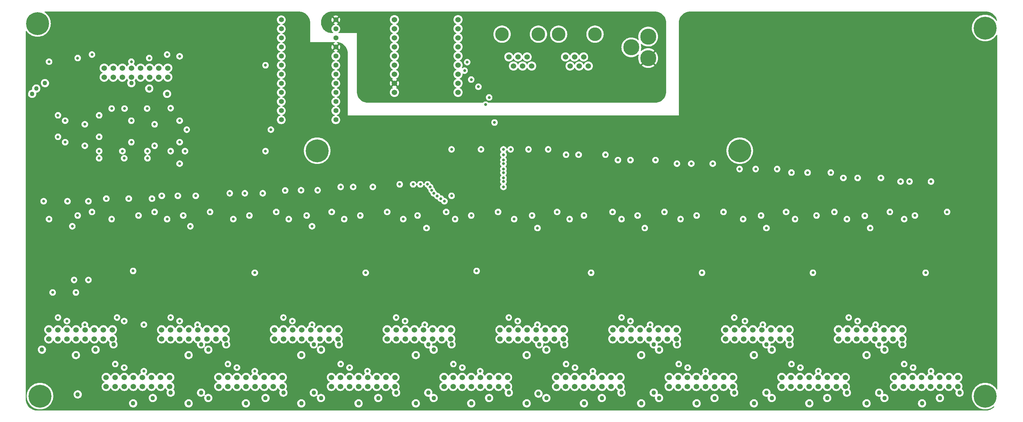
<source format=gbr>
%TF.GenerationSoftware,KiCad,Pcbnew,(6.0.7-1)-1*%
%TF.CreationDate,2023-03-16T12:26:32-07:00*%
%TF.ProjectId,adc_test_board,6164635f-7465-4737-945f-626f6172642e,rev?*%
%TF.SameCoordinates,Original*%
%TF.FileFunction,Copper,L3,Inr*%
%TF.FilePolarity,Positive*%
%FSLAX46Y46*%
G04 Gerber Fmt 4.6, Leading zero omitted, Abs format (unit mm)*
G04 Created by KiCad (PCBNEW (6.0.7-1)-1) date 2023-03-16 12:26:32*
%MOMM*%
%LPD*%
G01*
G04 APERTURE LIST*
%TA.AperFunction,ComponentPad*%
%ADD10C,6.400000*%
%TD*%
%TA.AperFunction,ComponentPad*%
%ADD11C,1.524000*%
%TD*%
%TA.AperFunction,ComponentPad*%
%ADD12C,4.500000*%
%TD*%
%TA.AperFunction,ComponentPad*%
%ADD13C,3.800000*%
%TD*%
%TA.AperFunction,ComponentPad*%
%ADD14C,1.397000*%
%TD*%
%TA.AperFunction,ViaPad*%
%ADD15C,0.800000*%
%TD*%
%TA.AperFunction,ViaPad*%
%ADD16C,1.270000*%
%TD*%
G04 APERTURE END LIST*
D10*
%TO.N,unconnected-(H6-Pad1)*%
%TO.C,H6*%
X209550000Y-72390000D03*
%TD*%
%TO.N,unconnected-(H5-Pad1)*%
%TO.C,H5*%
X13270000Y-36830000D03*
%TD*%
%TO.N,unconnected-(H4-Pad1)*%
%TO.C,H4*%
X91440000Y-72390000D03*
%TD*%
%TO.N,unconnected-(H3-Pad1)*%
%TO.C,H3*%
X13970000Y-140970000D03*
%TD*%
%TO.N,unconnected-(H2-Pad1)*%
%TO.C,H2*%
X278130000Y-38100000D03*
%TD*%
%TO.N,unconnected-(H1-Pad1)*%
%TO.C,H1*%
X278130000Y-140970000D03*
%TD*%
D11*
%TO.N,GND*%
%TO.C,P13*%
X113030000Y-35760000D03*
%TO.N,unconnected-(P13-Pad2)*%
X130810000Y-35760000D03*
%TO.N,/TX*%
X113030000Y-38300000D03*
%TO.N,unconnected-(P13-Pad4)*%
X130810000Y-38300000D03*
%TO.N,/RX*%
X113030000Y-40840000D03*
%TO.N,unconnected-(P13-Pad6)*%
X130810000Y-40840000D03*
%TO.N,/UC_D12*%
X113030000Y-43380000D03*
%TO.N,unconnected-(P13-Pad8)*%
X130810000Y-43380000D03*
%TO.N,unconnected-(P13-Pad9)*%
X113030000Y-45920000D03*
%TO.N,unconnected-(P13-Pad10)*%
X130810000Y-45920000D03*
%TO.N,unconnected-(P13-Pad11)*%
X113030000Y-48460000D03*
%TO.N,unconnected-(P13-Pad12)*%
X130810000Y-48460000D03*
%TO.N,unconnected-(P13-Pad13)*%
X113030000Y-51000000D03*
%TO.N,unconnected-(P13-Pad14)*%
X130810000Y-51000000D03*
%TO.N,+5V*%
X113030000Y-53540000D03*
%TO.N,/A*%
X130810000Y-53540000D03*
%TO.N,GND*%
X113030000Y-56080000D03*
%TO.N,/B*%
X130810000Y-56080000D03*
%TD*%
%TO.N,unconnected-(P15-Pad1)*%
%TO.C,P15*%
X205584308Y-124969400D03*
%TO.N,unconnected-(P15-Pad2)*%
X205584308Y-122429400D03*
%TO.N,GND*%
X208124308Y-124969400D03*
%TO.N,/SEL_PD135-*%
X208124308Y-122429400D03*
%TO.N,GND*%
X210664308Y-124969400D03*
%TO.N,/SEL_PD90-*%
X210664308Y-122429400D03*
%TO.N,/LED+*%
X213204308Y-124969400D03*
%TO.N,/LED-12*%
X213204308Y-122429400D03*
%TO.N,GND*%
X215744308Y-124969400D03*
%TO.N,/SEL_TS-*%
X215744308Y-122429400D03*
%TO.N,/HTR+*%
X218284308Y-124969400D03*
%TO.N,/HTR-12*%
X218284308Y-122429400D03*
%TO.N,unconnected-(P15-Pad13)*%
X220824308Y-124969400D03*
%TO.N,unconnected-(P15-Pad14)*%
X220824308Y-122429400D03*
%TO.N,/FAN+*%
X223364308Y-124969400D03*
%TO.N,/FAN-12*%
X223364308Y-122429400D03*
%TD*%
%TO.N,unconnected-(P9-Pad1)*%
%TO.C,P9*%
X63931800Y-138270000D03*
%TO.N,unconnected-(P9-Pad2)*%
X63931800Y-135730000D03*
%TO.N,GND*%
X66471800Y-138270000D03*
%TO.N,/SEL_PD135-*%
X66471800Y-135730000D03*
%TO.N,GND*%
X69011800Y-138270000D03*
%TO.N,/SEL_PD90-*%
X69011800Y-135730000D03*
%TO.N,/LED+*%
X71551800Y-138270000D03*
%TO.N,/LED-3*%
X71551800Y-135730000D03*
%TO.N,GND*%
X74091800Y-138270000D03*
%TO.N,/SEL_TS-*%
X74091800Y-135730000D03*
%TO.N,/HTR+*%
X76631800Y-138270000D03*
%TO.N,/HTR-3*%
X76631800Y-135730000D03*
%TO.N,unconnected-(P9-Pad13)*%
X79171800Y-138270000D03*
%TO.N,unconnected-(P9-Pad14)*%
X79171800Y-135730000D03*
%TO.N,/FAN+*%
X81711800Y-138270000D03*
%TO.N,/FAN-3*%
X81711800Y-135730000D03*
%TD*%
%TO.N,unconnected-(P19-Pad1)*%
%TO.C,P19*%
X237110000Y-124969400D03*
%TO.N,unconnected-(P19-Pad2)*%
X237110000Y-122429400D03*
%TO.N,GND*%
X239650000Y-124969400D03*
%TO.N,/SEL_PD135-*%
X239650000Y-122429400D03*
%TO.N,GND*%
X242190000Y-124969400D03*
%TO.N,/SEL_PD90-*%
X242190000Y-122429400D03*
%TO.N,/LED+*%
X244730000Y-124969400D03*
%TO.N,/LED-14*%
X244730000Y-122429400D03*
%TO.N,GND*%
X247270000Y-124969400D03*
%TO.N,/SEL_TS-*%
X247270000Y-122429400D03*
%TO.N,/HTR+*%
X249810000Y-124969400D03*
%TO.N,/HTR-14*%
X249810000Y-122429400D03*
%TO.N,unconnected-(P19-Pad13)*%
X252350000Y-124969400D03*
%TO.N,unconnected-(P19-Pad14)*%
X252350000Y-122429400D03*
%TO.N,/FAN+*%
X254890000Y-124969400D03*
%TO.N,/FAN-14*%
X254890000Y-122429400D03*
%TD*%
%TO.N,unconnected-(P18-Pad1)*%
%TO.C,P18*%
X111007238Y-124969400D03*
%TO.N,unconnected-(P18-Pad2)*%
X111007238Y-122429400D03*
%TO.N,GND*%
X113547238Y-124969400D03*
%TO.N,/SEL_PD135-*%
X113547238Y-122429400D03*
%TO.N,GND*%
X116087238Y-124969400D03*
%TO.N,/SEL_PD90-*%
X116087238Y-122429400D03*
%TO.N,/LED+*%
X118627238Y-124969400D03*
%TO.N,/LED-6*%
X118627238Y-122429400D03*
%TO.N,GND*%
X121167238Y-124969400D03*
%TO.N,/SEL_TS-*%
X121167238Y-122429400D03*
%TO.N,/HTR+*%
X123707238Y-124969400D03*
%TO.N,/HTR-6*%
X123707238Y-122429400D03*
%TO.N,unconnected-(P18-Pad13)*%
X126247238Y-124969400D03*
%TO.N,unconnected-(P18-Pad14)*%
X126247238Y-122429400D03*
%TO.N,/FAN+*%
X128787238Y-124969400D03*
%TO.N,/FAN-6*%
X128787238Y-122429400D03*
%TD*%
D12*
%TO.N,+5V*%
%TO.C,CON1*%
X183937500Y-46500000D03*
%TO.N,GND*%
X183937500Y-40500000D03*
X179237500Y-43500000D03*
%TD*%
D11*
%TO.N,unconnected-(P16-Pad1)*%
%TO.C,P16*%
X95402400Y-138270000D03*
%TO.N,unconnected-(P16-Pad2)*%
X95402400Y-135730000D03*
%TO.N,GND*%
X97942400Y-138270000D03*
%TO.N,/SEL_PD135-*%
X97942400Y-135730000D03*
%TO.N,GND*%
X100482400Y-138270000D03*
%TO.N,/SEL_PD90-*%
X100482400Y-135730000D03*
%TO.N,/LED+*%
X103022400Y-138270000D03*
%TO.N,/LED-5*%
X103022400Y-135730000D03*
%TO.N,GND*%
X105562400Y-138270000D03*
%TO.N,/SEL_TS-*%
X105562400Y-135730000D03*
%TO.N,/HTR+*%
X108102400Y-138270000D03*
%TO.N,/HTR-5*%
X108102400Y-135730000D03*
%TO.N,unconnected-(P16-Pad13)*%
X110642400Y-138270000D03*
%TO.N,unconnected-(P16-Pad14)*%
X110642400Y-135730000D03*
%TO.N,/FAN+*%
X113182400Y-138270000D03*
%TO.N,/FAN-5*%
X113182400Y-135730000D03*
%TD*%
%TO.N,unconnected-(P21-Pad1)*%
%TO.C,P21*%
X252755400Y-138270000D03*
%TO.N,unconnected-(P21-Pad2)*%
X252755400Y-135730000D03*
%TO.N,GND*%
X255295400Y-138270000D03*
%TO.N,/SEL_PD135-*%
X255295400Y-135730000D03*
%TO.N,GND*%
X257835400Y-138270000D03*
%TO.N,/SEL_PD90-*%
X257835400Y-135730000D03*
%TO.N,/LED+*%
X260375400Y-138270000D03*
%TO.N,/LED-15*%
X260375400Y-135730000D03*
%TO.N,GND*%
X262915400Y-138270000D03*
%TO.N,/SEL_TS-*%
X262915400Y-135730000D03*
%TO.N,/HTR+*%
X265455400Y-138270000D03*
%TO.N,/HTR-15*%
X265455400Y-135730000D03*
%TO.N,unconnected-(P21-Pad13)*%
X267995400Y-138270000D03*
%TO.N,unconnected-(P21-Pad14)*%
X267995400Y-135730000D03*
%TO.N,/FAN+*%
X270535400Y-138270000D03*
%TO.N,/FAN-15*%
X270535400Y-135730000D03*
%TD*%
%TO.N,N/C*%
%TO.C,P12*%
X167200000Y-48719200D03*
%TO.N,unconnected-(P12-Pad2)*%
X165910000Y-46179200D03*
%TO.N,/A*%
X164660000Y-48719200D03*
%TO.N,/B*%
X163370000Y-46179200D03*
%TO.N,unconnected-(P12-Pad5)*%
X162120000Y-48719200D03*
%TO.N,N/C*%
X160830000Y-46179200D03*
D13*
X158920000Y-39829200D03*
X169080000Y-39829200D03*
%TD*%
D14*
%TO.N,/TX*%
%TO.C,P6*%
X81407000Y-35803200D03*
%TO.N,+5V*%
X96647000Y-35803200D03*
%TO.N,/RX*%
X81407000Y-38343200D03*
%TO.N,GND*%
X96647000Y-38343200D03*
%TO.N,/RST*%
X81407000Y-40883200D03*
%TO.N,unconnected-(P6-Pad6)*%
X96647000Y-40883200D03*
%TO.N,GND*%
X81407000Y-43423200D03*
%TO.N,+3V3*%
X96647000Y-43423200D03*
%TO.N,/VIAL_SEL*%
X81407000Y-45963200D03*
%TO.N,unconnected-(P6-Pad10)*%
X96647000Y-45963200D03*
%TO.N,/SAM_SEL*%
X81407000Y-48503200D03*
%TO.N,unconnected-(P6-Pad12)*%
X96647000Y-48503200D03*
%TO.N,/S0*%
X81407000Y-51043200D03*
%TO.N,unconnected-(P6-Pad14)*%
X96647000Y-51043200D03*
%TO.N,/S1*%
X81407000Y-53583200D03*
%TO.N,unconnected-(P6-Pad16)*%
X96647000Y-53583200D03*
%TO.N,/S2*%
X81407000Y-56123200D03*
%TO.N,unconnected-(P6-Pad18)*%
X96647000Y-56123200D03*
%TO.N,/S3*%
X81407000Y-58663200D03*
%TO.N,/UC_D12*%
X96647000Y-58663200D03*
%TO.N,/VIAL_SEL_0*%
X81407000Y-61203200D03*
%TO.N,unconnected-(P6-Pad22)*%
X96647000Y-61203200D03*
%TO.N,unconnected-(P6-Pad23)*%
X81407000Y-63743200D03*
%TO.N,unconnected-(P6-Pad24)*%
X96647000Y-63743200D03*
%TD*%
D11*
%TO.N,unconnected-(P7-Pad1)*%
%TO.C,P7*%
X47955858Y-124969400D03*
%TO.N,unconnected-(P7-Pad2)*%
X47955858Y-122429400D03*
%TO.N,GND*%
X50495858Y-124969400D03*
%TO.N,/SEL_PD135-*%
X50495858Y-122429400D03*
%TO.N,GND*%
X53035858Y-124969400D03*
%TO.N,/SEL_PD90-*%
X53035858Y-122429400D03*
%TO.N,/LED+*%
X55575858Y-124969400D03*
%TO.N,/LED-2*%
X55575858Y-122429400D03*
%TO.N,GND*%
X58115858Y-124969400D03*
%TO.N,/SEL_TS-*%
X58115858Y-122429400D03*
%TO.N,/HTR+*%
X60655858Y-124969400D03*
%TO.N,/HTR-2*%
X60655858Y-122429400D03*
%TO.N,unconnected-(P7-Pad13)*%
X63195858Y-124969400D03*
%TO.N,unconnected-(P7-Pad14)*%
X63195858Y-122429400D03*
%TO.N,/FAN+*%
X65735858Y-124969400D03*
%TO.N,/FAN-2*%
X65735858Y-122429400D03*
%TD*%
%TO.N,unconnected-(P20-Pad1)*%
%TO.C,P20*%
X126873000Y-138270000D03*
%TO.N,unconnected-(P20-Pad2)*%
X126873000Y-135730000D03*
%TO.N,GND*%
X129413000Y-138270000D03*
%TO.N,/SEL_PD135-*%
X129413000Y-135730000D03*
%TO.N,GND*%
X131953000Y-138270000D03*
%TO.N,/SEL_PD90-*%
X131953000Y-135730000D03*
%TO.N,/LED+*%
X134493000Y-138270000D03*
%TO.N,/LED-7*%
X134493000Y-135730000D03*
%TO.N,GND*%
X137033000Y-138270000D03*
%TO.N,/SEL_TS-*%
X137033000Y-135730000D03*
%TO.N,/HTR+*%
X139573000Y-138270000D03*
%TO.N,/HTR-7*%
X139573000Y-135730000D03*
%TO.N,unconnected-(P20-Pad13)*%
X142113000Y-138270000D03*
%TO.N,unconnected-(P20-Pad14)*%
X142113000Y-135730000D03*
%TO.N,/FAN+*%
X144653000Y-138270000D03*
%TO.N,/FAN-7*%
X144653000Y-135730000D03*
%TD*%
%TO.N,unconnected-(P10-Pad1)*%
%TO.C,P10*%
X189814200Y-138270000D03*
%TO.N,unconnected-(P10-Pad2)*%
X189814200Y-135730000D03*
%TO.N,GND*%
X192354200Y-138270000D03*
%TO.N,/SEL_PD135-*%
X192354200Y-135730000D03*
%TO.N,GND*%
X194894200Y-138270000D03*
%TO.N,/SEL_PD90-*%
X194894200Y-135730000D03*
%TO.N,/LED+*%
X197434200Y-138270000D03*
%TO.N,/LED-11*%
X197434200Y-135730000D03*
%TO.N,GND*%
X199974200Y-138270000D03*
%TO.N,/SEL_TS-*%
X199974200Y-135730000D03*
%TO.N,/HTR+*%
X202514200Y-138270000D03*
%TO.N,/HTR-11*%
X202514200Y-135730000D03*
%TO.N,unconnected-(P10-Pad13)*%
X205054200Y-138270000D03*
%TO.N,unconnected-(P10-Pad14)*%
X205054200Y-135730000D03*
%TO.N,/FAN+*%
X207594200Y-138270000D03*
%TO.N,/FAN-11*%
X207594200Y-135730000D03*
%TD*%
%TO.N,unconnected-(P14-Pad1)*%
%TO.C,P14*%
X79481548Y-124969400D03*
%TO.N,unconnected-(P14-Pad2)*%
X79481548Y-122429400D03*
%TO.N,GND*%
X82021548Y-124969400D03*
%TO.N,/SEL_PD135-*%
X82021548Y-122429400D03*
%TO.N,GND*%
X84561548Y-124969400D03*
%TO.N,/SEL_PD90-*%
X84561548Y-122429400D03*
%TO.N,/LED+*%
X87101548Y-124969400D03*
%TO.N,/LED-4*%
X87101548Y-122429400D03*
%TO.N,GND*%
X89641548Y-124969400D03*
%TO.N,/SEL_TS-*%
X89641548Y-122429400D03*
%TO.N,/HTR+*%
X92181548Y-124969400D03*
%TO.N,/HTR-4*%
X92181548Y-122429400D03*
%TO.N,unconnected-(P14-Pad13)*%
X94721548Y-124969400D03*
%TO.N,unconnected-(P14-Pad14)*%
X94721548Y-122429400D03*
%TO.N,/FAN+*%
X97261548Y-124969400D03*
%TO.N,/FAN-4*%
X97261548Y-122429400D03*
%TD*%
%TO.N,unconnected-(P8-Pad1)*%
%TO.C,P8*%
X174058618Y-124969400D03*
%TO.N,unconnected-(P8-Pad2)*%
X174058618Y-122429400D03*
%TO.N,GND*%
X176598618Y-124969400D03*
%TO.N,/SEL_PD135-*%
X176598618Y-122429400D03*
%TO.N,GND*%
X179138618Y-124969400D03*
%TO.N,/SEL_PD90-*%
X179138618Y-122429400D03*
%TO.N,/LED+*%
X181678618Y-124969400D03*
%TO.N,/LED-10*%
X181678618Y-122429400D03*
%TO.N,GND*%
X184218618Y-124969400D03*
%TO.N,/SEL_TS-*%
X184218618Y-122429400D03*
%TO.N,/HTR+*%
X186758618Y-124969400D03*
%TO.N,/HTR-10*%
X186758618Y-122429400D03*
%TO.N,unconnected-(P8-Pad13)*%
X189298618Y-124969400D03*
%TO.N,unconnected-(P8-Pad14)*%
X189298618Y-122429400D03*
%TO.N,/FAN+*%
X191838618Y-124969400D03*
%TO.N,/FAN-10*%
X191838618Y-122429400D03*
%TD*%
%TO.N,unconnected-(P1-Pad1)*%
%TO.C,P1*%
X31904768Y-51830600D03*
%TO.N,unconnected-(P1-Pad2)*%
X31904768Y-49290600D03*
%TO.N,GND*%
X34444768Y-51830600D03*
%TO.N,/PD135-*%
X34444768Y-49290600D03*
%TO.N,/PD90+*%
X36984768Y-51830600D03*
%TO.N,/PD90-*%
X36984768Y-49290600D03*
%TO.N,/LED+*%
X39524768Y-51830600D03*
%TO.N,/LED-*%
X39524768Y-49290600D03*
%TO.N,GND*%
X42064768Y-51830600D03*
%TO.N,/TS-*%
X42064768Y-49290600D03*
%TO.N,/HTR+*%
X44604768Y-51830600D03*
%TO.N,/HTR-*%
X44604768Y-49290600D03*
%TO.N,unconnected-(P1-Pad13)*%
X47144768Y-51830600D03*
%TO.N,unconnected-(P1-Pad14)*%
X47144768Y-49290600D03*
%TO.N,/FAN+*%
X49684768Y-51830600D03*
%TO.N,/FAN-*%
X49684768Y-49290600D03*
%TD*%
%TO.N,unconnected-(P17-Pad1)*%
%TO.C,P17*%
X221284800Y-138270000D03*
%TO.N,unconnected-(P17-Pad2)*%
X221284800Y-135730000D03*
%TO.N,GND*%
X223824800Y-138270000D03*
%TO.N,/SEL_PD135-*%
X223824800Y-135730000D03*
%TO.N,GND*%
X226364800Y-138270000D03*
%TO.N,/SEL_PD90-*%
X226364800Y-135730000D03*
%TO.N,/LED+*%
X228904800Y-138270000D03*
%TO.N,/LED-13*%
X228904800Y-135730000D03*
%TO.N,GND*%
X231444800Y-138270000D03*
%TO.N,/SEL_TS-*%
X231444800Y-135730000D03*
%TO.N,/HTR+*%
X233984800Y-138270000D03*
%TO.N,/HTR-13*%
X233984800Y-135730000D03*
%TO.N,unconnected-(P17-Pad13)*%
X236524800Y-138270000D03*
%TO.N,unconnected-(P17-Pad14)*%
X236524800Y-135730000D03*
%TO.N,/FAN+*%
X239064800Y-138270000D03*
%TO.N,/FAN-13*%
X239064800Y-135730000D03*
%TD*%
%TO.N,N/C*%
%TO.C,P11*%
X151386500Y-48719200D03*
%TO.N,unconnected-(P11-Pad2)*%
X150096500Y-46179200D03*
%TO.N,/A*%
X148846500Y-48719200D03*
%TO.N,/B*%
X147556500Y-46179200D03*
%TO.N,unconnected-(P11-Pad5)*%
X146306500Y-48719200D03*
%TO.N,N/C*%
X145016500Y-46179200D03*
D13*
X143106500Y-39829200D03*
X153266500Y-39829200D03*
%TD*%
D11*
%TO.N,unconnected-(P4-Pad1)*%
%TO.C,P4*%
X32461200Y-138270000D03*
%TO.N,unconnected-(P4-Pad2)*%
X32461200Y-135730000D03*
%TO.N,GND*%
X35001200Y-138270000D03*
%TO.N,/SEL_PD135-*%
X35001200Y-135730000D03*
%TO.N,GND*%
X37541200Y-138270000D03*
%TO.N,/SEL_PD90-*%
X37541200Y-135730000D03*
%TO.N,/LED+*%
X40081200Y-138270000D03*
%TO.N,/LED-1*%
X40081200Y-135730000D03*
%TO.N,GND*%
X42621200Y-138270000D03*
%TO.N,/SEL_TS-*%
X42621200Y-135730000D03*
%TO.N,/HTR+*%
X45161200Y-138270000D03*
%TO.N,/HTR-1*%
X45161200Y-135730000D03*
%TO.N,unconnected-(P4-Pad13)*%
X47701200Y-138270000D03*
%TO.N,unconnected-(P4-Pad14)*%
X47701200Y-135730000D03*
%TO.N,/FAN+*%
X50241200Y-138270000D03*
%TO.N,/FAN-1*%
X50241200Y-135730000D03*
%TD*%
%TO.N,unconnected-(P3-Pad1)*%
%TO.C,P3*%
X142532928Y-124969400D03*
%TO.N,unconnected-(P3-Pad2)*%
X142532928Y-122429400D03*
%TO.N,GND*%
X145072928Y-124969400D03*
%TO.N,/SEL_PD135-*%
X145072928Y-122429400D03*
%TO.N,GND*%
X147612928Y-124969400D03*
%TO.N,/SEL_PD90-*%
X147612928Y-122429400D03*
%TO.N,/LED+*%
X150152928Y-124969400D03*
%TO.N,/LED-8*%
X150152928Y-122429400D03*
%TO.N,GND*%
X152692928Y-124969400D03*
%TO.N,/SEL_TS-*%
X152692928Y-122429400D03*
%TO.N,/HTR+*%
X155232928Y-124969400D03*
%TO.N,/HTR-8*%
X155232928Y-122429400D03*
%TO.N,unconnected-(P3-Pad13)*%
X157772928Y-124969400D03*
%TO.N,unconnected-(P3-Pad14)*%
X157772928Y-122429400D03*
%TO.N,/FAN+*%
X160312928Y-124969400D03*
%TO.N,/FAN-8*%
X160312928Y-122429400D03*
%TD*%
%TO.N,unconnected-(P2-Pad1)*%
%TO.C,P2*%
X16430168Y-124969400D03*
%TO.N,unconnected-(P2-Pad2)*%
X16430168Y-122429400D03*
%TO.N,GND*%
X18970168Y-124969400D03*
%TO.N,/SEL_PD135-*%
X18970168Y-122429400D03*
%TO.N,GND*%
X21510168Y-124969400D03*
%TO.N,/SEL_PD90-*%
X21510168Y-122429400D03*
%TO.N,/LED+*%
X24050168Y-124969400D03*
%TO.N,/LED-0*%
X24050168Y-122429400D03*
%TO.N,GND*%
X26590168Y-124969400D03*
%TO.N,/SEL_TS-*%
X26590168Y-122429400D03*
%TO.N,/HTR+*%
X29130168Y-124969400D03*
%TO.N,/HTR-0*%
X29130168Y-122429400D03*
%TO.N,unconnected-(P2-Pad13)*%
X31670168Y-124969400D03*
%TO.N,unconnected-(P2-Pad14)*%
X31670168Y-122429400D03*
%TO.N,/FAN+*%
X34210168Y-124969400D03*
%TO.N,/FAN-0*%
X34210168Y-122429400D03*
%TD*%
%TO.N,unconnected-(P5-Pad1)*%
%TO.C,P5*%
X158343600Y-138270000D03*
%TO.N,unconnected-(P5-Pad2)*%
X158343600Y-135730000D03*
%TO.N,GND*%
X160883600Y-138270000D03*
%TO.N,/SEL_PD135-*%
X160883600Y-135730000D03*
%TO.N,GND*%
X163423600Y-138270000D03*
%TO.N,/SEL_PD90-*%
X163423600Y-135730000D03*
%TO.N,/LED+*%
X165963600Y-138270000D03*
%TO.N,/LED-9*%
X165963600Y-135730000D03*
%TO.N,GND*%
X168503600Y-138270000D03*
%TO.N,/SEL_TS-*%
X168503600Y-135730000D03*
%TO.N,/HTR+*%
X171043600Y-138270000D03*
%TO.N,/HTR-9*%
X171043600Y-135730000D03*
%TO.N,unconnected-(P5-Pad13)*%
X173583600Y-138270000D03*
%TO.N,unconnected-(P5-Pad14)*%
X173583600Y-135730000D03*
%TO.N,/FAN+*%
X176123600Y-138270000D03*
%TO.N,/FAN-9*%
X176123600Y-135730000D03*
%TD*%
D15*
%TO.N,GND*%
X261500000Y-106500000D03*
X153000000Y-94000000D03*
X53000000Y-70000000D03*
X23000000Y-93500000D03*
X168000000Y-106500000D03*
X199000000Y-106500000D03*
X44000000Y-74500000D03*
X141000000Y-64500000D03*
X230000000Y-106500000D03*
X53000000Y-64000000D03*
X129000000Y-85000000D03*
X40000000Y-106000000D03*
X37500000Y-74500000D03*
X105000000Y-106500000D03*
X136000000Y-106000000D03*
X217000000Y-94000000D03*
X74000000Y-106500000D03*
X143500000Y-82500000D03*
X53000000Y-76000000D03*
X122000000Y-94000000D03*
X183000000Y-94000000D03*
X90000000Y-93500000D03*
X30500000Y-74500000D03*
X246000000Y-94000000D03*
X56000000Y-93500000D03*
%TO.N,+3V3*%
X40500000Y-81500000D03*
X129500000Y-70500000D03*
X33500000Y-81500000D03*
X47000000Y-81500000D03*
X143500000Y-70500000D03*
D16*
%TO.N,/LED+*%
X39500000Y-53500000D03*
X166000000Y-143000000D03*
X197500000Y-143000000D03*
X40000000Y-143000000D03*
X103000000Y-143000000D03*
X260500000Y-143000000D03*
X150000000Y-143000000D03*
X87000000Y-129500000D03*
X182000000Y-143000000D03*
X229000000Y-143000000D03*
X150000000Y-129500000D03*
X15348000Y-53500000D03*
X182000000Y-129500000D03*
X71500000Y-143000000D03*
X245000000Y-129500000D03*
X24000000Y-129500000D03*
X119000000Y-129500000D03*
X55500000Y-143000000D03*
X213500000Y-143000000D03*
X87000000Y-143000000D03*
X119000000Y-143000000D03*
X213500000Y-129500000D03*
X134500000Y-143000000D03*
X55500000Y-129500000D03*
X245000000Y-143000000D03*
D15*
%TO.N,/LED-*%
X99000000Y-91500000D03*
X210500000Y-91500000D03*
X83500000Y-91500000D03*
X115500000Y-91500000D03*
X68000000Y-91500000D03*
X193000000Y-91500000D03*
X239500000Y-91500000D03*
X146500000Y-91500000D03*
X255500000Y-91500000D03*
X16500000Y-91500000D03*
X176500000Y-91500000D03*
X130000000Y-91500000D03*
X34000000Y-91500000D03*
X39500000Y-47500000D03*
X49500000Y-91500000D03*
X16500000Y-47500000D03*
X162000000Y-91500000D03*
X225000000Y-91500000D03*
D16*
%TO.N,/HTR+*%
X92500000Y-141500000D03*
X14500000Y-128000000D03*
X155500000Y-141500000D03*
X250000000Y-141500000D03*
X250000000Y-128000000D03*
X61000000Y-141500000D03*
X108500000Y-141500000D03*
X187000000Y-128000000D03*
X187000000Y-141500000D03*
X45500000Y-141500000D03*
X12930500Y-55009399D03*
X124000000Y-141500000D03*
X202500000Y-141500000D03*
X171000000Y-141500000D03*
X265500000Y-141500000D03*
X124000000Y-128000000D03*
X139500000Y-141500000D03*
X218500000Y-128000000D03*
X218500000Y-141500000D03*
X234000000Y-141500000D03*
X92500000Y-128000000D03*
X155500000Y-128000000D03*
X44500000Y-55000000D03*
X29500000Y-128000000D03*
X77000000Y-141500000D03*
X61000000Y-128000000D03*
D15*
%TO.N,/HTR-*%
X231000000Y-90500000D03*
X119500000Y-90500000D03*
X88500000Y-90500000D03*
X166000000Y-90500000D03*
X103500000Y-90500000D03*
X24500000Y-46500000D03*
X44500000Y-46500000D03*
X72500000Y-90500000D03*
X181000000Y-90500000D03*
X244500000Y-90583000D03*
X258500000Y-90500000D03*
X215500000Y-90500000D03*
X24500000Y-90500000D03*
X41500000Y-90500000D03*
X197500000Y-90500000D03*
X134500000Y-90500000D03*
X151500000Y-90500000D03*
X54000000Y-90500000D03*
D16*
%TO.N,/FAN+*%
X59000000Y-126500000D03*
X49500000Y-56500000D03*
X24500000Y-140500000D03*
X185500000Y-140000000D03*
X90500000Y-126500000D03*
X248500000Y-140000000D03*
X59000000Y-140000000D03*
X176500000Y-140000000D03*
X208000000Y-140000000D03*
X239500000Y-140000000D03*
X217000000Y-126500000D03*
X185500000Y-126500000D03*
X11778500Y-56500000D03*
X66000000Y-126500000D03*
X122500000Y-140000000D03*
X223500000Y-126500000D03*
X192000000Y-126500000D03*
X122500000Y-126500000D03*
X129000000Y-126500000D03*
X255000000Y-126500000D03*
X160500000Y-126500000D03*
X34500000Y-126500000D03*
X217000000Y-140000000D03*
X145000000Y-140000000D03*
X50500000Y-140000000D03*
X153500000Y-126500000D03*
X90500000Y-140000000D03*
X97500000Y-126500000D03*
X113500000Y-140000000D03*
X82000000Y-140000000D03*
X271000000Y-140000000D03*
X153273043Y-140273043D03*
X248500000Y-126500000D03*
D15*
%TO.N,/FAN-*%
X236000000Y-89500000D03*
X222500000Y-89500000D03*
X251500000Y-89500000D03*
X95500000Y-89500000D03*
X142000000Y-89500000D03*
X174000000Y-89500000D03*
X188500000Y-89500000D03*
X205000000Y-89500000D03*
X158500000Y-89500000D03*
X267500000Y-89500000D03*
X61500000Y-89500000D03*
X28500000Y-45500000D03*
X80000000Y-89500000D03*
X49500000Y-45500000D03*
X111000000Y-89500000D03*
X28500000Y-89500000D03*
X127500000Y-89500000D03*
X46000000Y-89500000D03*
%TO.N,/SEL_PD135-*%
X19000000Y-62500000D03*
X35500000Y-119000000D03*
X161000000Y-132000000D03*
X66500000Y-132000000D03*
X19000000Y-119000000D03*
X129500000Y-132000000D03*
X30500000Y-62500000D03*
X145000000Y-119000000D03*
X176500000Y-119000000D03*
X35000000Y-132000000D03*
X192500000Y-132000000D03*
X255500000Y-132000000D03*
X224000000Y-132000000D03*
X98000000Y-132000000D03*
X208000000Y-119000000D03*
X113500000Y-119000000D03*
X19000000Y-68500000D03*
X82000000Y-119000000D03*
X50500000Y-119000000D03*
X30500000Y-68500000D03*
X240000000Y-119000000D03*
%TO.N,/SEL_PD90-*%
X84500000Y-120000000D03*
X21000000Y-70000000D03*
X39500000Y-70000000D03*
X132000000Y-133000000D03*
X147500000Y-120000000D03*
X179000000Y-120000000D03*
X53000000Y-120000000D03*
X195000000Y-133000000D03*
X21000000Y-64000000D03*
X100500000Y-133000000D03*
X39500000Y-64000000D03*
X242500000Y-120000000D03*
X258000000Y-133000000D03*
X69000000Y-133000000D03*
X226500000Y-133000000D03*
X116000000Y-120000000D03*
X37500000Y-120000000D03*
X163500000Y-133000000D03*
X21500000Y-120000000D03*
X37500000Y-133000000D03*
X211000000Y-120000000D03*
%TO.N,/LED-0*%
X24000000Y-112000000D03*
X17500000Y-112000000D03*
%TO.N,/SEL_TS-*%
X46000000Y-71000000D03*
X26500000Y-71000000D03*
X90000000Y-121000000D03*
X137000000Y-134000000D03*
X153000000Y-121000000D03*
X231500000Y-134000000D03*
X105500000Y-134000000D03*
X216000000Y-121000000D03*
X43000000Y-121000000D03*
X46000000Y-65000000D03*
X263000000Y-134000000D03*
X43000000Y-134000000D03*
X58000000Y-121000000D03*
X74000000Y-134000000D03*
X168500000Y-134000000D03*
X247500000Y-121000000D03*
X121500000Y-121000000D03*
X26500000Y-121000000D03*
X26500000Y-65000000D03*
X200000000Y-134000000D03*
X184500000Y-121000000D03*
%TO.N,/HTR-0*%
X27500000Y-108500000D03*
X23500000Y-108500000D03*
%TO.N,/VIAL_SEL*%
X37600500Y-60600500D03*
X53000000Y-46000000D03*
X50500000Y-60500000D03*
X43899500Y-60600500D03*
X34000000Y-60600500D03*
%TO.N,/S0*%
X134500000Y-52500000D03*
%TO.N,/S1*%
X136500000Y-54500000D03*
%TO.N,/S2*%
X139500000Y-57500000D03*
%TO.N,/S3*%
X138500000Y-59500000D03*
%TO.N,/SAM_SEL*%
X54500000Y-72500000D03*
X44000000Y-72500000D03*
X50500000Y-72500000D03*
X37000000Y-72500000D03*
X77000000Y-72500000D03*
X77000000Y-48500000D03*
X30500000Y-72500000D03*
%TO.N,/Y8*%
X145500000Y-72000000D03*
X156000000Y-72000000D03*
X150500000Y-72000000D03*
X143500000Y-72000000D03*
%TO.N,/Y0*%
X21649500Y-86500000D03*
X27500000Y-86500000D03*
X15000000Y-86500000D03*
X127000000Y-86500000D03*
%TO.N,/Y9*%
X143500000Y-73500000D03*
X161000000Y-73500000D03*
X164500000Y-73500000D03*
X172000000Y-73500000D03*
%TO.N,/Y1*%
X45275500Y-85775500D03*
X126000000Y-85775500D03*
X38775500Y-85775500D03*
X32500000Y-85775500D03*
%TO.N,/Y10*%
X186000000Y-75000000D03*
X175500000Y-75000000D03*
X179000000Y-75000000D03*
X143500000Y-75000000D03*
%TO.N,/Y2*%
X125000000Y-85051000D03*
X52500000Y-85000000D03*
X48000000Y-85000000D03*
X57500000Y-85000000D03*
%TO.N,/Y11*%
X202000000Y-76000000D03*
X143500000Y-76000000D03*
X192000000Y-76000000D03*
X196000000Y-76000000D03*
%TO.N,/Y3*%
X71224500Y-84275500D03*
X124000000Y-84275500D03*
X76224500Y-84275500D03*
X67000000Y-84275500D03*
%TO.N,/Y12*%
X220000000Y-77500000D03*
X209500000Y-77500000D03*
X143500000Y-77500000D03*
X214000000Y-77500000D03*
%TO.N,/Y4*%
X86935462Y-83435462D03*
X123458390Y-83435462D03*
X91564538Y-83435462D03*
X82500000Y-83500000D03*
%TO.N,/Y13*%
X224000000Y-78500000D03*
X228500000Y-78500000D03*
X143500000Y-78500000D03*
X235000000Y-78500000D03*
%TO.N,/Y5*%
X107000000Y-82500000D03*
X101500000Y-82500000D03*
X123000000Y-82500000D03*
X98000000Y-82500000D03*
%TO.N,/Y14*%
X143500000Y-80000000D03*
X242500000Y-80000000D03*
X238500000Y-80000000D03*
X249000000Y-80000000D03*
%TO.N,/Y6*%
X118275500Y-81775500D03*
X114500000Y-81775500D03*
X120275500Y-81775500D03*
X122293245Y-81775500D03*
%TO.N,/Y15*%
X257000000Y-81000000D03*
X254500000Y-81000000D03*
X143500000Y-81000000D03*
X263000000Y-81000000D03*
%TO.N,/Y7*%
X137224500Y-72000000D03*
X129000000Y-72000000D03*
%TO.N,/B*%
X133367800Y-47632200D03*
%TO.N,/A*%
X132643300Y-50000000D03*
%TO.N,/VIAL_SEL_0*%
X78500000Y-66500000D03*
X55000000Y-66500000D03*
%TD*%
%TA.AperFunction,Conductor*%
%TO.N,+5V*%
G36*
X185828525Y-33500198D02*
G01*
X186173426Y-33519567D01*
X186187458Y-33521148D01*
X186355995Y-33549784D01*
X186524528Y-33578419D01*
X186538303Y-33581563D01*
X186866838Y-33676212D01*
X186880175Y-33680879D01*
X187075598Y-33761826D01*
X187196048Y-33811718D01*
X187208771Y-33817845D01*
X187336416Y-33888392D01*
X187508006Y-33983227D01*
X187519970Y-33990744D01*
X187798811Y-34188592D01*
X187809858Y-34197402D01*
X188064788Y-34425221D01*
X188074779Y-34435212D01*
X188302598Y-34690142D01*
X188311408Y-34701189D01*
X188509256Y-34980030D01*
X188516773Y-34991994D01*
X188682153Y-35291225D01*
X188688282Y-35303952D01*
X188698705Y-35329114D01*
X188819121Y-35619825D01*
X188823788Y-35633162D01*
X188918437Y-35961697D01*
X188921581Y-35975472D01*
X188961924Y-36212910D01*
X188978851Y-36312537D01*
X188980433Y-36326578D01*
X188999802Y-36671474D01*
X189000000Y-36678539D01*
X189000000Y-55821461D01*
X188999802Y-55828526D01*
X188980433Y-56173422D01*
X188978851Y-56187463D01*
X188921581Y-56524528D01*
X188918437Y-56538303D01*
X188823788Y-56866838D01*
X188819121Y-56880175D01*
X188688284Y-57196044D01*
X188682155Y-57208771D01*
X188622541Y-57316635D01*
X188516773Y-57508006D01*
X188509256Y-57519970D01*
X188311408Y-57798811D01*
X188302598Y-57809858D01*
X188074779Y-58064788D01*
X188064788Y-58074779D01*
X187809858Y-58302598D01*
X187798811Y-58311408D01*
X187519970Y-58509256D01*
X187508006Y-58516773D01*
X187370316Y-58592872D01*
X187208771Y-58682155D01*
X187196048Y-58688282D01*
X187152798Y-58706197D01*
X186880175Y-58819121D01*
X186866838Y-58823788D01*
X186538303Y-58918437D01*
X186524528Y-58921581D01*
X186355996Y-58950216D01*
X186187458Y-58978852D01*
X186173426Y-58980433D01*
X185828526Y-58999802D01*
X185821461Y-59000000D01*
X139328403Y-59000000D01*
X139260282Y-58979998D01*
X139234770Y-58958313D01*
X139111253Y-58821134D01*
X138956752Y-58708882D01*
X138950724Y-58706198D01*
X138950722Y-58706197D01*
X138788319Y-58633891D01*
X138788318Y-58633891D01*
X138782288Y-58631206D01*
X138688887Y-58611353D01*
X138601944Y-58592872D01*
X138601939Y-58592872D01*
X138595487Y-58591500D01*
X138404513Y-58591500D01*
X138398061Y-58592872D01*
X138398056Y-58592872D01*
X138311113Y-58611353D01*
X138217712Y-58631206D01*
X138211682Y-58633891D01*
X138211681Y-58633891D01*
X138049278Y-58706197D01*
X138049276Y-58706198D01*
X138043248Y-58708882D01*
X137888747Y-58821134D01*
X137765232Y-58958312D01*
X137704787Y-58995550D01*
X137671597Y-59000000D01*
X105678539Y-59000000D01*
X105671474Y-58999802D01*
X105326574Y-58980433D01*
X105312542Y-58978852D01*
X105144004Y-58950216D01*
X104975472Y-58921581D01*
X104961697Y-58918437D01*
X104633162Y-58823788D01*
X104619825Y-58819121D01*
X104347202Y-58706197D01*
X104303952Y-58688282D01*
X104291229Y-58682155D01*
X104129684Y-58592872D01*
X103991994Y-58516773D01*
X103980030Y-58509256D01*
X103701189Y-58311408D01*
X103690142Y-58302598D01*
X103435212Y-58074779D01*
X103425221Y-58064788D01*
X103197402Y-57809858D01*
X103188592Y-57798811D01*
X102990744Y-57519970D01*
X102983227Y-57508006D01*
X102978802Y-57500000D01*
X138586496Y-57500000D01*
X138606458Y-57689928D01*
X138665473Y-57871556D01*
X138760960Y-58036944D01*
X138888747Y-58178866D01*
X139043248Y-58291118D01*
X139049276Y-58293802D01*
X139049278Y-58293803D01*
X139088820Y-58311408D01*
X139217712Y-58368794D01*
X139311112Y-58388647D01*
X139398056Y-58407128D01*
X139398061Y-58407128D01*
X139404513Y-58408500D01*
X139595487Y-58408500D01*
X139601939Y-58407128D01*
X139601944Y-58407128D01*
X139688888Y-58388647D01*
X139782288Y-58368794D01*
X139911180Y-58311408D01*
X139950722Y-58293803D01*
X139950724Y-58293802D01*
X139956752Y-58291118D01*
X140111253Y-58178866D01*
X140239040Y-58036944D01*
X140334527Y-57871556D01*
X140393542Y-57689928D01*
X140413504Y-57500000D01*
X140412814Y-57493435D01*
X140394232Y-57316635D01*
X140394232Y-57316633D01*
X140393542Y-57310072D01*
X140334527Y-57128444D01*
X140239040Y-56963056D01*
X140111253Y-56821134D01*
X139956752Y-56708882D01*
X139950724Y-56706198D01*
X139950722Y-56706197D01*
X139788319Y-56633891D01*
X139788318Y-56633891D01*
X139782288Y-56631206D01*
X139688888Y-56611353D01*
X139601944Y-56592872D01*
X139601939Y-56592872D01*
X139595487Y-56591500D01*
X139404513Y-56591500D01*
X139398061Y-56592872D01*
X139398056Y-56592872D01*
X139311112Y-56611353D01*
X139217712Y-56631206D01*
X139211682Y-56633891D01*
X139211681Y-56633891D01*
X139049278Y-56706197D01*
X139049276Y-56706198D01*
X139043248Y-56708882D01*
X138888747Y-56821134D01*
X138760960Y-56963056D01*
X138665473Y-57128444D01*
X138606458Y-57310072D01*
X138605768Y-57316633D01*
X138605768Y-57316635D01*
X138587186Y-57493435D01*
X138586496Y-57500000D01*
X102978802Y-57500000D01*
X102877459Y-57316635D01*
X102817845Y-57208771D01*
X102811716Y-57196044D01*
X102680879Y-56880175D01*
X102676212Y-56866838D01*
X102581563Y-56538303D01*
X102578419Y-56524528D01*
X102521149Y-56187463D01*
X102519567Y-56173422D01*
X102514321Y-56080000D01*
X111754647Y-56080000D01*
X111774022Y-56301463D01*
X111831560Y-56516196D01*
X111833882Y-56521177D01*
X111833883Y-56521178D01*
X111923186Y-56712689D01*
X111923189Y-56712694D01*
X111925512Y-56717676D01*
X111928668Y-56722183D01*
X111928669Y-56722185D01*
X112039295Y-56880175D01*
X112053023Y-56899781D01*
X112210219Y-57056977D01*
X112214727Y-57060134D01*
X112214730Y-57060136D01*
X112290495Y-57113187D01*
X112392323Y-57184488D01*
X112397305Y-57186811D01*
X112397310Y-57186814D01*
X112557995Y-57261742D01*
X112593804Y-57278440D01*
X112599112Y-57279862D01*
X112599114Y-57279863D01*
X112664949Y-57297503D01*
X112808537Y-57335978D01*
X113030000Y-57355353D01*
X113251463Y-57335978D01*
X113395051Y-57297503D01*
X113460886Y-57279863D01*
X113460888Y-57279862D01*
X113466196Y-57278440D01*
X113502005Y-57261742D01*
X113662690Y-57186814D01*
X113662695Y-57186811D01*
X113667677Y-57184488D01*
X113769505Y-57113187D01*
X113845270Y-57060136D01*
X113845273Y-57060134D01*
X113849781Y-57056977D01*
X114006977Y-56899781D01*
X114020706Y-56880175D01*
X114131331Y-56722185D01*
X114131332Y-56722183D01*
X114134488Y-56717676D01*
X114136811Y-56712694D01*
X114136814Y-56712689D01*
X114226117Y-56521178D01*
X114226118Y-56521177D01*
X114228440Y-56516196D01*
X114285978Y-56301463D01*
X114305353Y-56080000D01*
X129534647Y-56080000D01*
X129554022Y-56301463D01*
X129611560Y-56516196D01*
X129613882Y-56521177D01*
X129613883Y-56521178D01*
X129703186Y-56712689D01*
X129703189Y-56712694D01*
X129705512Y-56717676D01*
X129708668Y-56722183D01*
X129708669Y-56722185D01*
X129819295Y-56880175D01*
X129833023Y-56899781D01*
X129990219Y-57056977D01*
X129994727Y-57060134D01*
X129994730Y-57060136D01*
X130070495Y-57113187D01*
X130172323Y-57184488D01*
X130177305Y-57186811D01*
X130177310Y-57186814D01*
X130337995Y-57261742D01*
X130373804Y-57278440D01*
X130379112Y-57279862D01*
X130379114Y-57279863D01*
X130444949Y-57297503D01*
X130588537Y-57335978D01*
X130810000Y-57355353D01*
X131031463Y-57335978D01*
X131175051Y-57297503D01*
X131240886Y-57279863D01*
X131240888Y-57279862D01*
X131246196Y-57278440D01*
X131282005Y-57261742D01*
X131442690Y-57186814D01*
X131442695Y-57186811D01*
X131447677Y-57184488D01*
X131549505Y-57113187D01*
X131625270Y-57060136D01*
X131625273Y-57060134D01*
X131629781Y-57056977D01*
X131786977Y-56899781D01*
X131800706Y-56880175D01*
X131911331Y-56722185D01*
X131911332Y-56722183D01*
X131914488Y-56717676D01*
X131916811Y-56712694D01*
X131916814Y-56712689D01*
X132006117Y-56521178D01*
X132006118Y-56521177D01*
X132008440Y-56516196D01*
X132065978Y-56301463D01*
X132085353Y-56080000D01*
X132065978Y-55858537D01*
X132008440Y-55643804D01*
X132006117Y-55638822D01*
X131916814Y-55447311D01*
X131916811Y-55447306D01*
X131914488Y-55442324D01*
X131808613Y-55291118D01*
X131790136Y-55264730D01*
X131790134Y-55264727D01*
X131786977Y-55260219D01*
X131629781Y-55103023D01*
X131625273Y-55099866D01*
X131625270Y-55099864D01*
X131535411Y-55036944D01*
X131447677Y-54975512D01*
X131442695Y-54973189D01*
X131442690Y-54973186D01*
X131337627Y-54924195D01*
X131284342Y-54877278D01*
X131264881Y-54809001D01*
X131285423Y-54741041D01*
X131337627Y-54695805D01*
X131442690Y-54646814D01*
X131442695Y-54646811D01*
X131447677Y-54644488D01*
X131549505Y-54573187D01*
X131625270Y-54520136D01*
X131625273Y-54520134D01*
X131629781Y-54516977D01*
X131646758Y-54500000D01*
X135586496Y-54500000D01*
X135587186Y-54506565D01*
X135601927Y-54646814D01*
X135606458Y-54689928D01*
X135665473Y-54871556D01*
X135760960Y-55036944D01*
X135765378Y-55041851D01*
X135765379Y-55041852D01*
X135884325Y-55173955D01*
X135888747Y-55178866D01*
X136043248Y-55291118D01*
X136049276Y-55293802D01*
X136049278Y-55293803D01*
X136211681Y-55366109D01*
X136217712Y-55368794D01*
X136311112Y-55388647D01*
X136398056Y-55407128D01*
X136398061Y-55407128D01*
X136404513Y-55408500D01*
X136595487Y-55408500D01*
X136601939Y-55407128D01*
X136601944Y-55407128D01*
X136688888Y-55388647D01*
X136782288Y-55368794D01*
X136788319Y-55366109D01*
X136950722Y-55293803D01*
X136950724Y-55293802D01*
X136956752Y-55291118D01*
X137111253Y-55178866D01*
X137115675Y-55173955D01*
X137234621Y-55041852D01*
X137234622Y-55041851D01*
X137239040Y-55036944D01*
X137334527Y-54871556D01*
X137393542Y-54689928D01*
X137398074Y-54646814D01*
X137412814Y-54506565D01*
X137413504Y-54500000D01*
X137398767Y-54359781D01*
X137394232Y-54316635D01*
X137394232Y-54316633D01*
X137393542Y-54310072D01*
X137334527Y-54128444D01*
X137239040Y-53963056D01*
X137111253Y-53821134D01*
X136956752Y-53708882D01*
X136950724Y-53706198D01*
X136950722Y-53706197D01*
X136788319Y-53633891D01*
X136788318Y-53633891D01*
X136782288Y-53631206D01*
X136688888Y-53611353D01*
X136601944Y-53592872D01*
X136601939Y-53592872D01*
X136595487Y-53591500D01*
X136404513Y-53591500D01*
X136398061Y-53592872D01*
X136398056Y-53592872D01*
X136311112Y-53611353D01*
X136217712Y-53631206D01*
X136211682Y-53633891D01*
X136211681Y-53633891D01*
X136049278Y-53706197D01*
X136049276Y-53706198D01*
X136043248Y-53708882D01*
X135888747Y-53821134D01*
X135760960Y-53963056D01*
X135665473Y-54128444D01*
X135606458Y-54310072D01*
X135605768Y-54316633D01*
X135605768Y-54316635D01*
X135601233Y-54359781D01*
X135586496Y-54500000D01*
X131646758Y-54500000D01*
X131786977Y-54359781D01*
X131826180Y-54303794D01*
X131911331Y-54182185D01*
X131911332Y-54182183D01*
X131914488Y-54177676D01*
X131916811Y-54172694D01*
X131916814Y-54172689D01*
X132006117Y-53981178D01*
X132006118Y-53981177D01*
X132008440Y-53976196D01*
X132065978Y-53761463D01*
X132085353Y-53540000D01*
X132065978Y-53318537D01*
X132008440Y-53103804D01*
X131974596Y-53031226D01*
X131916814Y-52907311D01*
X131916811Y-52907306D01*
X131914488Y-52902324D01*
X131911331Y-52897815D01*
X131790136Y-52724730D01*
X131790134Y-52724727D01*
X131786977Y-52720219D01*
X131629781Y-52563023D01*
X131625273Y-52559866D01*
X131625270Y-52559864D01*
X131539775Y-52500000D01*
X133586496Y-52500000D01*
X133606458Y-52689928D01*
X133665473Y-52871556D01*
X133760960Y-53036944D01*
X133765378Y-53041851D01*
X133765379Y-53041852D01*
X133884325Y-53173955D01*
X133888747Y-53178866D01*
X134043248Y-53291118D01*
X134049276Y-53293802D01*
X134049278Y-53293803D01*
X134104832Y-53318537D01*
X134217712Y-53368794D01*
X134311112Y-53388647D01*
X134398056Y-53407128D01*
X134398061Y-53407128D01*
X134404513Y-53408500D01*
X134595487Y-53408500D01*
X134601939Y-53407128D01*
X134601944Y-53407128D01*
X134688888Y-53388647D01*
X134782288Y-53368794D01*
X134895168Y-53318537D01*
X134950722Y-53293803D01*
X134950724Y-53293802D01*
X134956752Y-53291118D01*
X135111253Y-53178866D01*
X135115675Y-53173955D01*
X135234621Y-53041852D01*
X135234622Y-53041851D01*
X135239040Y-53036944D01*
X135334527Y-52871556D01*
X135393542Y-52689928D01*
X135413504Y-52500000D01*
X135407104Y-52439103D01*
X135394232Y-52316635D01*
X135394232Y-52316633D01*
X135393542Y-52310072D01*
X135334527Y-52128444D01*
X135239040Y-51963056D01*
X135111253Y-51821134D01*
X134956752Y-51708882D01*
X134950724Y-51706198D01*
X134950722Y-51706197D01*
X134788319Y-51633891D01*
X134788318Y-51633891D01*
X134782288Y-51631206D01*
X134688887Y-51611353D01*
X134601944Y-51592872D01*
X134601939Y-51592872D01*
X134595487Y-51591500D01*
X134404513Y-51591500D01*
X134398061Y-51592872D01*
X134398056Y-51592872D01*
X134311113Y-51611353D01*
X134217712Y-51631206D01*
X134211682Y-51633891D01*
X134211681Y-51633891D01*
X134049278Y-51706197D01*
X134049276Y-51706198D01*
X134043248Y-51708882D01*
X133888747Y-51821134D01*
X133760960Y-51963056D01*
X133665473Y-52128444D01*
X133606458Y-52310072D01*
X133605768Y-52316633D01*
X133605768Y-52316635D01*
X133592896Y-52439103D01*
X133586496Y-52500000D01*
X131539775Y-52500000D01*
X131447677Y-52435512D01*
X131442695Y-52433189D01*
X131442690Y-52433186D01*
X131337627Y-52384195D01*
X131284342Y-52337278D01*
X131264881Y-52269001D01*
X131285423Y-52201041D01*
X131337627Y-52155805D01*
X131442690Y-52106814D01*
X131442695Y-52106811D01*
X131447677Y-52104488D01*
X131549505Y-52033187D01*
X131625270Y-51980136D01*
X131625273Y-51980134D01*
X131629781Y-51976977D01*
X131786977Y-51819781D01*
X131906556Y-51649005D01*
X131911331Y-51642185D01*
X131911332Y-51642183D01*
X131914488Y-51637676D01*
X131916811Y-51632694D01*
X131916814Y-51632689D01*
X132006117Y-51441178D01*
X132006118Y-51441177D01*
X132008440Y-51436196D01*
X132065978Y-51221463D01*
X132085353Y-51000000D01*
X132080879Y-50948862D01*
X132094868Y-50879258D01*
X132144268Y-50828265D01*
X132213394Y-50812075D01*
X132257649Y-50822774D01*
X132361012Y-50868794D01*
X132454412Y-50888647D01*
X132541356Y-50907128D01*
X132541361Y-50907128D01*
X132547813Y-50908500D01*
X132738787Y-50908500D01*
X132745239Y-50907128D01*
X132745244Y-50907128D01*
X132832187Y-50888647D01*
X132925588Y-50868794D01*
X133006419Y-50832806D01*
X133094022Y-50793803D01*
X133094024Y-50793802D01*
X133100052Y-50791118D01*
X133254553Y-50678866D01*
X133382340Y-50536944D01*
X133477827Y-50371556D01*
X133536842Y-50189928D01*
X133537863Y-50180219D01*
X133556114Y-50006565D01*
X133556804Y-50000000D01*
X133554726Y-49980228D01*
X133537532Y-49816635D01*
X133537532Y-49816633D01*
X133536842Y-49810072D01*
X133477827Y-49628444D01*
X133382340Y-49463056D01*
X133358859Y-49436977D01*
X133258975Y-49326045D01*
X133258974Y-49326044D01*
X133254553Y-49321134D01*
X133100052Y-49208882D01*
X133094024Y-49206198D01*
X133094022Y-49206197D01*
X132931619Y-49133891D01*
X132931618Y-49133891D01*
X132925588Y-49131206D01*
X132821141Y-49109005D01*
X132745244Y-49092872D01*
X132745239Y-49092872D01*
X132738787Y-49091500D01*
X132547813Y-49091500D01*
X132541361Y-49092872D01*
X132541356Y-49092872D01*
X132465459Y-49109005D01*
X132361012Y-49131206D01*
X132354982Y-49133891D01*
X132354981Y-49133891D01*
X132192578Y-49206197D01*
X132192576Y-49206198D01*
X132186548Y-49208882D01*
X132181207Y-49212762D01*
X132181206Y-49212763D01*
X132083402Y-49283822D01*
X132016534Y-49307681D01*
X131947383Y-49291600D01*
X131897902Y-49240686D01*
X131883803Y-49171104D01*
X131906129Y-49109614D01*
X131911330Y-49102186D01*
X131911331Y-49102185D01*
X131914488Y-49097676D01*
X131916811Y-49092694D01*
X131916814Y-49092689D01*
X132006117Y-48901178D01*
X132006118Y-48901177D01*
X132008440Y-48896196D01*
X132055866Y-48719200D01*
X145031147Y-48719200D01*
X145050522Y-48940663D01*
X145108060Y-49155396D01*
X145110382Y-49160377D01*
X145110383Y-49160378D01*
X145199686Y-49351889D01*
X145199689Y-49351894D01*
X145202012Y-49356876D01*
X145205168Y-49361383D01*
X145205169Y-49361385D01*
X145280364Y-49468774D01*
X145329523Y-49538981D01*
X145486719Y-49696177D01*
X145491227Y-49699334D01*
X145491230Y-49699336D01*
X145566995Y-49752387D01*
X145668823Y-49823688D01*
X145673805Y-49826011D01*
X145673810Y-49826014D01*
X145842464Y-49904658D01*
X145870304Y-49917640D01*
X145875612Y-49919062D01*
X145875614Y-49919063D01*
X145941449Y-49936703D01*
X146085037Y-49975178D01*
X146306500Y-49994553D01*
X146527963Y-49975178D01*
X146671551Y-49936703D01*
X146737386Y-49919063D01*
X146737388Y-49919062D01*
X146742696Y-49917640D01*
X146770536Y-49904658D01*
X146939190Y-49826014D01*
X146939195Y-49826011D01*
X146944177Y-49823688D01*
X147046005Y-49752387D01*
X147121770Y-49699336D01*
X147121773Y-49699334D01*
X147126281Y-49696177D01*
X147283477Y-49538981D01*
X147332637Y-49468774D01*
X147407831Y-49361385D01*
X147407832Y-49361383D01*
X147410988Y-49356876D01*
X147413311Y-49351894D01*
X147413314Y-49351889D01*
X147462305Y-49246827D01*
X147509223Y-49193542D01*
X147577500Y-49174081D01*
X147645460Y-49194623D01*
X147690695Y-49246827D01*
X147739686Y-49351889D01*
X147739689Y-49351894D01*
X147742012Y-49356876D01*
X147745168Y-49361383D01*
X147745169Y-49361385D01*
X147820364Y-49468774D01*
X147869523Y-49538981D01*
X148026719Y-49696177D01*
X148031227Y-49699334D01*
X148031230Y-49699336D01*
X148106995Y-49752387D01*
X148208823Y-49823688D01*
X148213805Y-49826011D01*
X148213810Y-49826014D01*
X148382464Y-49904658D01*
X148410304Y-49917640D01*
X148415612Y-49919062D01*
X148415614Y-49919063D01*
X148481449Y-49936703D01*
X148625037Y-49975178D01*
X148846500Y-49994553D01*
X149067963Y-49975178D01*
X149211551Y-49936703D01*
X149277386Y-49919063D01*
X149277388Y-49919062D01*
X149282696Y-49917640D01*
X149310536Y-49904658D01*
X149479190Y-49826014D01*
X149479195Y-49826011D01*
X149484177Y-49823688D01*
X149586005Y-49752387D01*
X149661770Y-49699336D01*
X149661773Y-49699334D01*
X149666281Y-49696177D01*
X149823477Y-49538981D01*
X149872637Y-49468774D01*
X149947831Y-49361385D01*
X149947832Y-49361383D01*
X149950988Y-49356876D01*
X149953311Y-49351894D01*
X149953314Y-49351889D01*
X150002305Y-49246827D01*
X150049223Y-49193542D01*
X150117500Y-49174081D01*
X150185460Y-49194623D01*
X150230695Y-49246827D01*
X150279686Y-49351889D01*
X150279689Y-49351894D01*
X150282012Y-49356876D01*
X150285168Y-49361383D01*
X150285169Y-49361385D01*
X150360364Y-49468774D01*
X150409523Y-49538981D01*
X150566719Y-49696177D01*
X150571227Y-49699334D01*
X150571230Y-49699336D01*
X150646995Y-49752387D01*
X150748823Y-49823688D01*
X150753805Y-49826011D01*
X150753810Y-49826014D01*
X150922464Y-49904658D01*
X150950304Y-49917640D01*
X150955612Y-49919062D01*
X150955614Y-49919063D01*
X151021449Y-49936703D01*
X151165037Y-49975178D01*
X151386500Y-49994553D01*
X151607963Y-49975178D01*
X151751551Y-49936703D01*
X151817386Y-49919063D01*
X151817388Y-49919062D01*
X151822696Y-49917640D01*
X151850536Y-49904658D01*
X152019190Y-49826014D01*
X152019195Y-49826011D01*
X152024177Y-49823688D01*
X152126005Y-49752387D01*
X152201770Y-49699336D01*
X152201773Y-49699334D01*
X152206281Y-49696177D01*
X152363477Y-49538981D01*
X152412637Y-49468774D01*
X152487831Y-49361385D01*
X152487832Y-49361383D01*
X152490988Y-49356876D01*
X152493311Y-49351894D01*
X152493314Y-49351889D01*
X152582617Y-49160378D01*
X152582618Y-49160377D01*
X152584940Y-49155396D01*
X152642478Y-48940663D01*
X152661853Y-48719200D01*
X160844647Y-48719200D01*
X160864022Y-48940663D01*
X160921560Y-49155396D01*
X160923882Y-49160377D01*
X160923883Y-49160378D01*
X161013186Y-49351889D01*
X161013189Y-49351894D01*
X161015512Y-49356876D01*
X161018668Y-49361383D01*
X161018669Y-49361385D01*
X161093864Y-49468774D01*
X161143023Y-49538981D01*
X161300219Y-49696177D01*
X161304727Y-49699334D01*
X161304730Y-49699336D01*
X161380495Y-49752387D01*
X161482323Y-49823688D01*
X161487305Y-49826011D01*
X161487310Y-49826014D01*
X161655964Y-49904658D01*
X161683804Y-49917640D01*
X161689112Y-49919062D01*
X161689114Y-49919063D01*
X161754949Y-49936703D01*
X161898537Y-49975178D01*
X162120000Y-49994553D01*
X162341463Y-49975178D01*
X162485051Y-49936703D01*
X162550886Y-49919063D01*
X162550888Y-49919062D01*
X162556196Y-49917640D01*
X162584036Y-49904658D01*
X162752690Y-49826014D01*
X162752695Y-49826011D01*
X162757677Y-49823688D01*
X162859505Y-49752387D01*
X162935270Y-49699336D01*
X162935273Y-49699334D01*
X162939781Y-49696177D01*
X163096977Y-49538981D01*
X163146137Y-49468774D01*
X163221331Y-49361385D01*
X163221332Y-49361383D01*
X163224488Y-49356876D01*
X163226811Y-49351894D01*
X163226814Y-49351889D01*
X163275805Y-49246827D01*
X163322723Y-49193542D01*
X163391000Y-49174081D01*
X163458960Y-49194623D01*
X163504195Y-49246827D01*
X163553186Y-49351889D01*
X163553189Y-49351894D01*
X163555512Y-49356876D01*
X163558668Y-49361383D01*
X163558669Y-49361385D01*
X163633864Y-49468774D01*
X163683023Y-49538981D01*
X163840219Y-49696177D01*
X163844727Y-49699334D01*
X163844730Y-49699336D01*
X163920495Y-49752387D01*
X164022323Y-49823688D01*
X164027305Y-49826011D01*
X164027310Y-49826014D01*
X164195964Y-49904658D01*
X164223804Y-49917640D01*
X164229112Y-49919062D01*
X164229114Y-49919063D01*
X164294949Y-49936703D01*
X164438537Y-49975178D01*
X164660000Y-49994553D01*
X164881463Y-49975178D01*
X165025051Y-49936703D01*
X165090886Y-49919063D01*
X165090888Y-49919062D01*
X165096196Y-49917640D01*
X165124036Y-49904658D01*
X165292690Y-49826014D01*
X165292695Y-49826011D01*
X165297677Y-49823688D01*
X165399505Y-49752387D01*
X165475270Y-49699336D01*
X165475273Y-49699334D01*
X165479781Y-49696177D01*
X165636977Y-49538981D01*
X165686137Y-49468774D01*
X165761331Y-49361385D01*
X165761332Y-49361383D01*
X165764488Y-49356876D01*
X165766811Y-49351894D01*
X165766814Y-49351889D01*
X165815805Y-49246827D01*
X165862723Y-49193542D01*
X165931000Y-49174081D01*
X165998960Y-49194623D01*
X166044195Y-49246827D01*
X166093186Y-49351889D01*
X166093189Y-49351894D01*
X166095512Y-49356876D01*
X166098668Y-49361383D01*
X166098669Y-49361385D01*
X166173864Y-49468774D01*
X166223023Y-49538981D01*
X166380219Y-49696177D01*
X166384727Y-49699334D01*
X166384730Y-49699336D01*
X166460495Y-49752387D01*
X166562323Y-49823688D01*
X166567305Y-49826011D01*
X166567310Y-49826014D01*
X166735964Y-49904658D01*
X166763804Y-49917640D01*
X166769112Y-49919062D01*
X166769114Y-49919063D01*
X166834949Y-49936703D01*
X166978537Y-49975178D01*
X167200000Y-49994553D01*
X167421463Y-49975178D01*
X167565051Y-49936703D01*
X167630886Y-49919063D01*
X167630888Y-49919062D01*
X167636196Y-49917640D01*
X167664036Y-49904658D01*
X167832690Y-49826014D01*
X167832695Y-49826011D01*
X167837677Y-49823688D01*
X167939505Y-49752387D01*
X168015270Y-49699336D01*
X168015273Y-49699334D01*
X168019781Y-49696177D01*
X168176977Y-49538981D01*
X168226137Y-49468774D01*
X168301331Y-49361385D01*
X168301332Y-49361383D01*
X168304488Y-49356876D01*
X168306811Y-49351894D01*
X168306814Y-49351889D01*
X168396117Y-49160378D01*
X168396118Y-49160377D01*
X168398440Y-49155396D01*
X168455978Y-48940663D01*
X168475353Y-48719200D01*
X168466848Y-48621982D01*
X182180642Y-48621982D01*
X182188168Y-48632415D01*
X182333963Y-48749848D01*
X182340148Y-48754244D01*
X182615863Y-48926195D01*
X182622534Y-48929817D01*
X182916914Y-49067402D01*
X182923968Y-49070195D01*
X183232757Y-49171420D01*
X183240070Y-49173339D01*
X183558798Y-49236738D01*
X183566289Y-49237764D01*
X183890323Y-49262413D01*
X183897886Y-49262531D01*
X184222521Y-49248074D01*
X184230062Y-49247282D01*
X184550615Y-49193926D01*
X184557979Y-49192240D01*
X184869815Y-49100757D01*
X184876924Y-49098198D01*
X185175503Y-48969919D01*
X185182270Y-48966515D01*
X185463264Y-48803301D01*
X185469571Y-48799111D01*
X185687505Y-48634588D01*
X185695961Y-48623197D01*
X185689243Y-48610953D01*
X183950312Y-46872022D01*
X183936368Y-46864408D01*
X183934535Y-46864539D01*
X183927920Y-46868790D01*
X182187757Y-48608953D01*
X182180642Y-48621982D01*
X168466848Y-48621982D01*
X168455978Y-48497737D01*
X168404643Y-48306155D01*
X168399863Y-48288314D01*
X168399862Y-48288312D01*
X168398440Y-48283004D01*
X168386212Y-48256781D01*
X168306814Y-48086511D01*
X168306811Y-48086506D01*
X168304488Y-48081524D01*
X168278275Y-48044088D01*
X168180136Y-47903930D01*
X168180134Y-47903927D01*
X168176977Y-47899419D01*
X168019781Y-47742223D01*
X168015273Y-47739066D01*
X168015270Y-47739064D01*
X167880547Y-47644730D01*
X167837677Y-47614712D01*
X167832695Y-47612389D01*
X167832690Y-47612386D01*
X167641178Y-47523083D01*
X167641177Y-47523082D01*
X167636196Y-47520760D01*
X167630888Y-47519338D01*
X167630886Y-47519337D01*
X167509904Y-47486920D01*
X167421463Y-47463222D01*
X167200000Y-47443847D01*
X166978537Y-47463222D01*
X166890096Y-47486920D01*
X166769114Y-47519337D01*
X166769112Y-47519338D01*
X166763804Y-47520760D01*
X166758823Y-47523082D01*
X166758822Y-47523083D01*
X166567311Y-47612386D01*
X166567306Y-47612389D01*
X166562324Y-47614712D01*
X166557817Y-47617868D01*
X166557815Y-47617869D01*
X166384730Y-47739064D01*
X166384727Y-47739066D01*
X166380219Y-47742223D01*
X166223023Y-47899419D01*
X166219866Y-47903927D01*
X166219864Y-47903930D01*
X166121725Y-48044088D01*
X166095512Y-48081524D01*
X166093189Y-48086506D01*
X166093186Y-48086511D01*
X166044195Y-48191573D01*
X165997277Y-48244858D01*
X165929000Y-48264319D01*
X165861040Y-48243777D01*
X165815805Y-48191573D01*
X165766814Y-48086511D01*
X165766811Y-48086506D01*
X165764488Y-48081524D01*
X165738275Y-48044088D01*
X165640136Y-47903930D01*
X165640134Y-47903927D01*
X165636977Y-47899419D01*
X165479781Y-47742223D01*
X165475273Y-47739066D01*
X165475270Y-47739064D01*
X165340547Y-47644730D01*
X165297677Y-47614712D01*
X165292695Y-47612389D01*
X165292690Y-47612386D01*
X165101178Y-47523083D01*
X165101177Y-47523082D01*
X165096196Y-47520760D01*
X165090888Y-47519338D01*
X165090886Y-47519337D01*
X164969904Y-47486920D01*
X164881463Y-47463222D01*
X164660000Y-47443847D01*
X164438537Y-47463222D01*
X164350096Y-47486920D01*
X164229114Y-47519337D01*
X164229112Y-47519338D01*
X164223804Y-47520760D01*
X164218823Y-47523082D01*
X164218822Y-47523083D01*
X164027311Y-47612386D01*
X164027306Y-47612389D01*
X164022324Y-47614712D01*
X164017817Y-47617868D01*
X164017815Y-47617869D01*
X163844730Y-47739064D01*
X163844727Y-47739066D01*
X163840219Y-47742223D01*
X163683023Y-47899419D01*
X163679866Y-47903927D01*
X163679864Y-47903930D01*
X163581725Y-48044088D01*
X163555512Y-48081524D01*
X163553189Y-48086506D01*
X163553186Y-48086511D01*
X163504195Y-48191573D01*
X163457277Y-48244858D01*
X163389000Y-48264319D01*
X163321040Y-48243777D01*
X163275805Y-48191573D01*
X163226814Y-48086511D01*
X163226811Y-48086506D01*
X163224488Y-48081524D01*
X163198275Y-48044088D01*
X163100136Y-47903930D01*
X163100134Y-47903927D01*
X163096977Y-47899419D01*
X162939781Y-47742223D01*
X162935273Y-47739066D01*
X162935270Y-47739064D01*
X162800547Y-47644730D01*
X162757677Y-47614712D01*
X162752695Y-47612389D01*
X162752690Y-47612386D01*
X162561178Y-47523083D01*
X162561177Y-47523082D01*
X162556196Y-47520760D01*
X162550888Y-47519338D01*
X162550886Y-47519337D01*
X162429904Y-47486920D01*
X162341463Y-47463222D01*
X162120000Y-47443847D01*
X161898537Y-47463222D01*
X161810096Y-47486920D01*
X161689114Y-47519337D01*
X161689112Y-47519338D01*
X161683804Y-47520760D01*
X161678823Y-47523082D01*
X161678822Y-47523083D01*
X161487311Y-47612386D01*
X161487306Y-47612389D01*
X161482324Y-47614712D01*
X161477817Y-47617868D01*
X161477815Y-47617869D01*
X161304730Y-47739064D01*
X161304727Y-47739066D01*
X161300219Y-47742223D01*
X161143023Y-47899419D01*
X161139866Y-47903927D01*
X161139864Y-47903930D01*
X161041725Y-48044088D01*
X161015512Y-48081524D01*
X161013189Y-48086506D01*
X161013186Y-48086511D01*
X160933788Y-48256781D01*
X160921560Y-48283004D01*
X160920138Y-48288312D01*
X160920137Y-48288314D01*
X160915357Y-48306155D01*
X160864022Y-48497737D01*
X160844647Y-48719200D01*
X152661853Y-48719200D01*
X152642478Y-48497737D01*
X152591143Y-48306155D01*
X152586363Y-48288314D01*
X152586362Y-48288312D01*
X152584940Y-48283004D01*
X152572712Y-48256781D01*
X152493314Y-48086511D01*
X152493311Y-48086506D01*
X152490988Y-48081524D01*
X152464775Y-48044088D01*
X152366636Y-47903930D01*
X152366634Y-47903927D01*
X152363477Y-47899419D01*
X152206281Y-47742223D01*
X152201773Y-47739066D01*
X152201770Y-47739064D01*
X152067047Y-47644730D01*
X152024177Y-47614712D01*
X152019195Y-47612389D01*
X152019190Y-47612386D01*
X151827678Y-47523083D01*
X151827677Y-47523082D01*
X151822696Y-47520760D01*
X151817388Y-47519338D01*
X151817386Y-47519337D01*
X151696404Y-47486920D01*
X151607963Y-47463222D01*
X151386500Y-47443847D01*
X151165037Y-47463222D01*
X151076596Y-47486920D01*
X150955614Y-47519337D01*
X150955612Y-47519338D01*
X150950304Y-47520760D01*
X150945323Y-47523082D01*
X150945322Y-47523083D01*
X150753811Y-47612386D01*
X150753806Y-47612389D01*
X150748824Y-47614712D01*
X150744317Y-47617868D01*
X150744315Y-47617869D01*
X150571230Y-47739064D01*
X150571227Y-47739066D01*
X150566719Y-47742223D01*
X150409523Y-47899419D01*
X150406366Y-47903927D01*
X150406364Y-47903930D01*
X150308225Y-48044088D01*
X150282012Y-48081524D01*
X150279689Y-48086506D01*
X150279686Y-48086511D01*
X150230695Y-48191573D01*
X150183777Y-48244858D01*
X150115500Y-48264319D01*
X150047540Y-48243777D01*
X150002305Y-48191573D01*
X149953314Y-48086511D01*
X149953311Y-48086506D01*
X149950988Y-48081524D01*
X149924775Y-48044088D01*
X149826636Y-47903930D01*
X149826634Y-47903927D01*
X149823477Y-47899419D01*
X149666281Y-47742223D01*
X149661773Y-47739066D01*
X149661770Y-47739064D01*
X149527047Y-47644730D01*
X149484177Y-47614712D01*
X149479195Y-47612389D01*
X149479190Y-47612386D01*
X149287678Y-47523083D01*
X149287677Y-47523082D01*
X149282696Y-47520760D01*
X149277388Y-47519338D01*
X149277386Y-47519337D01*
X149156404Y-47486920D01*
X149067963Y-47463222D01*
X148846500Y-47443847D01*
X148625037Y-47463222D01*
X148536596Y-47486920D01*
X148415614Y-47519337D01*
X148415612Y-47519338D01*
X148410304Y-47520760D01*
X148405323Y-47523082D01*
X148405322Y-47523083D01*
X148213811Y-47612386D01*
X148213806Y-47612389D01*
X148208824Y-47614712D01*
X148204317Y-47617868D01*
X148204315Y-47617869D01*
X148031230Y-47739064D01*
X148031227Y-47739066D01*
X148026719Y-47742223D01*
X147869523Y-47899419D01*
X147866366Y-47903927D01*
X147866364Y-47903930D01*
X147768225Y-48044088D01*
X147742012Y-48081524D01*
X147739689Y-48086506D01*
X147739686Y-48086511D01*
X147690695Y-48191573D01*
X147643777Y-48244858D01*
X147575500Y-48264319D01*
X147507540Y-48243777D01*
X147462305Y-48191573D01*
X147413314Y-48086511D01*
X147413311Y-48086506D01*
X147410988Y-48081524D01*
X147384775Y-48044088D01*
X147286636Y-47903930D01*
X147286634Y-47903927D01*
X147283477Y-47899419D01*
X147126281Y-47742223D01*
X147121773Y-47739066D01*
X147121770Y-47739064D01*
X146987047Y-47644730D01*
X146944177Y-47614712D01*
X146939195Y-47612389D01*
X146939190Y-47612386D01*
X146747678Y-47523083D01*
X146747677Y-47523082D01*
X146742696Y-47520760D01*
X146737388Y-47519338D01*
X146737386Y-47519337D01*
X146616404Y-47486920D01*
X146527963Y-47463222D01*
X146306500Y-47443847D01*
X146085037Y-47463222D01*
X145996596Y-47486920D01*
X145875614Y-47519337D01*
X145875612Y-47519338D01*
X145870304Y-47520760D01*
X145865323Y-47523082D01*
X145865322Y-47523083D01*
X145673811Y-47612386D01*
X145673806Y-47612389D01*
X145668824Y-47614712D01*
X145664317Y-47617868D01*
X145664315Y-47617869D01*
X145491230Y-47739064D01*
X145491227Y-47739066D01*
X145486719Y-47742223D01*
X145329523Y-47899419D01*
X145326366Y-47903927D01*
X145326364Y-47903930D01*
X145228225Y-48044088D01*
X145202012Y-48081524D01*
X145199689Y-48086506D01*
X145199686Y-48086511D01*
X145120288Y-48256781D01*
X145108060Y-48283004D01*
X145106638Y-48288312D01*
X145106637Y-48288314D01*
X145101857Y-48306155D01*
X145050522Y-48497737D01*
X145031147Y-48719200D01*
X132055866Y-48719200D01*
X132065978Y-48681463D01*
X132085353Y-48460000D01*
X132065978Y-48238537D01*
X132008440Y-48023804D01*
X132001760Y-48009479D01*
X131916814Y-47827311D01*
X131916811Y-47827306D01*
X131914488Y-47822324D01*
X131911331Y-47817815D01*
X131790136Y-47644730D01*
X131790134Y-47644727D01*
X131786977Y-47640219D01*
X131778958Y-47632200D01*
X132454296Y-47632200D01*
X132454986Y-47638765D01*
X132463986Y-47724391D01*
X132474258Y-47822128D01*
X132533273Y-48003756D01*
X132628760Y-48169144D01*
X132633178Y-48174051D01*
X132633179Y-48174052D01*
X132708828Y-48258069D01*
X132756547Y-48311066D01*
X132911048Y-48423318D01*
X132917076Y-48426002D01*
X132917078Y-48426003D01*
X133079481Y-48498309D01*
X133085512Y-48500994D01*
X133178913Y-48520847D01*
X133265856Y-48539328D01*
X133265861Y-48539328D01*
X133272313Y-48540700D01*
X133463287Y-48540700D01*
X133469739Y-48539328D01*
X133469744Y-48539328D01*
X133556688Y-48520847D01*
X133650088Y-48500994D01*
X133656119Y-48498309D01*
X133818522Y-48426003D01*
X133818524Y-48426002D01*
X133824552Y-48423318D01*
X133979053Y-48311066D01*
X134026772Y-48258069D01*
X134102421Y-48174052D01*
X134102422Y-48174051D01*
X134106840Y-48169144D01*
X134202327Y-48003756D01*
X134261342Y-47822128D01*
X134271615Y-47724391D01*
X134280614Y-47638765D01*
X134281304Y-47632200D01*
X134279466Y-47614712D01*
X134262032Y-47448835D01*
X134262032Y-47448833D01*
X134261342Y-47442272D01*
X134202327Y-47260644D01*
X134106840Y-47095256D01*
X133979053Y-46953334D01*
X133824552Y-46841082D01*
X133818524Y-46838398D01*
X133818522Y-46838397D01*
X133656119Y-46766091D01*
X133656118Y-46766091D01*
X133650088Y-46763406D01*
X133538942Y-46739781D01*
X133469744Y-46725072D01*
X133469739Y-46725072D01*
X133463287Y-46723700D01*
X133272313Y-46723700D01*
X133265861Y-46725072D01*
X133265856Y-46725072D01*
X133196658Y-46739781D01*
X133085512Y-46763406D01*
X133079482Y-46766091D01*
X133079481Y-46766091D01*
X132917078Y-46838397D01*
X132917076Y-46838398D01*
X132911048Y-46841082D01*
X132756547Y-46953334D01*
X132628760Y-47095256D01*
X132533273Y-47260644D01*
X132474258Y-47442272D01*
X132473568Y-47448833D01*
X132473568Y-47448835D01*
X132456134Y-47614712D01*
X132454296Y-47632200D01*
X131778958Y-47632200D01*
X131629781Y-47483023D01*
X131625273Y-47479866D01*
X131625270Y-47479864D01*
X131481311Y-47379063D01*
X131447677Y-47355512D01*
X131442695Y-47353189D01*
X131442690Y-47353186D01*
X131337627Y-47304195D01*
X131284342Y-47257278D01*
X131264881Y-47189001D01*
X131285423Y-47121041D01*
X131337627Y-47075805D01*
X131442690Y-47026814D01*
X131442695Y-47026811D01*
X131447677Y-47024488D01*
X131554841Y-46949451D01*
X131625270Y-46900136D01*
X131625273Y-46900134D01*
X131629781Y-46896977D01*
X131786977Y-46739781D01*
X131797277Y-46725072D01*
X131911331Y-46562185D01*
X131911332Y-46562183D01*
X131914488Y-46557676D01*
X131916811Y-46552694D01*
X131916814Y-46552689D01*
X132006117Y-46361178D01*
X132006118Y-46361177D01*
X132008440Y-46356196D01*
X132055866Y-46179200D01*
X143741147Y-46179200D01*
X143760522Y-46400663D01*
X143818060Y-46615396D01*
X143820382Y-46620377D01*
X143820383Y-46620378D01*
X143909686Y-46811889D01*
X143909689Y-46811894D01*
X143912012Y-46816876D01*
X143915168Y-46821383D01*
X143915169Y-46821385D01*
X144007561Y-46953334D01*
X144039523Y-46998981D01*
X144196719Y-47156177D01*
X144201227Y-47159334D01*
X144201230Y-47159336D01*
X144275620Y-47211424D01*
X144378823Y-47283688D01*
X144383805Y-47286011D01*
X144383810Y-47286014D01*
X144552464Y-47364658D01*
X144580304Y-47377640D01*
X144585612Y-47379062D01*
X144585614Y-47379063D01*
X144651449Y-47396703D01*
X144795037Y-47435178D01*
X145016500Y-47454553D01*
X145237963Y-47435178D01*
X145381551Y-47396703D01*
X145447386Y-47379063D01*
X145447388Y-47379062D01*
X145452696Y-47377640D01*
X145480536Y-47364658D01*
X145649190Y-47286014D01*
X145649195Y-47286011D01*
X145654177Y-47283688D01*
X145757380Y-47211424D01*
X145831770Y-47159336D01*
X145831773Y-47159334D01*
X145836281Y-47156177D01*
X145993477Y-46998981D01*
X146025440Y-46953334D01*
X146117831Y-46821385D01*
X146117832Y-46821383D01*
X146120988Y-46816876D01*
X146123311Y-46811894D01*
X146123314Y-46811889D01*
X146172305Y-46706827D01*
X146219223Y-46653542D01*
X146287500Y-46634081D01*
X146355460Y-46654623D01*
X146400695Y-46706827D01*
X146449686Y-46811889D01*
X146449689Y-46811894D01*
X146452012Y-46816876D01*
X146455168Y-46821383D01*
X146455169Y-46821385D01*
X146547561Y-46953334D01*
X146579523Y-46998981D01*
X146736719Y-47156177D01*
X146741227Y-47159334D01*
X146741230Y-47159336D01*
X146815620Y-47211424D01*
X146918823Y-47283688D01*
X146923805Y-47286011D01*
X146923810Y-47286014D01*
X147092464Y-47364658D01*
X147120304Y-47377640D01*
X147125612Y-47379062D01*
X147125614Y-47379063D01*
X147191449Y-47396703D01*
X147335037Y-47435178D01*
X147556500Y-47454553D01*
X147777963Y-47435178D01*
X147921551Y-47396703D01*
X147987386Y-47379063D01*
X147987388Y-47379062D01*
X147992696Y-47377640D01*
X148020536Y-47364658D01*
X148189190Y-47286014D01*
X148189195Y-47286011D01*
X148194177Y-47283688D01*
X148297380Y-47211424D01*
X148371770Y-47159336D01*
X148371773Y-47159334D01*
X148376281Y-47156177D01*
X148533477Y-46998981D01*
X148565440Y-46953334D01*
X148657831Y-46821385D01*
X148657832Y-46821383D01*
X148660988Y-46816876D01*
X148663311Y-46811894D01*
X148663314Y-46811889D01*
X148712305Y-46706827D01*
X148759223Y-46653542D01*
X148827500Y-46634081D01*
X148895460Y-46654623D01*
X148940695Y-46706827D01*
X148989686Y-46811889D01*
X148989689Y-46811894D01*
X148992012Y-46816876D01*
X148995168Y-46821383D01*
X148995169Y-46821385D01*
X149087561Y-46953334D01*
X149119523Y-46998981D01*
X149276719Y-47156177D01*
X149281227Y-47159334D01*
X149281230Y-47159336D01*
X149355620Y-47211424D01*
X149458823Y-47283688D01*
X149463805Y-47286011D01*
X149463810Y-47286014D01*
X149632464Y-47364658D01*
X149660304Y-47377640D01*
X149665612Y-47379062D01*
X149665614Y-47379063D01*
X149731449Y-47396703D01*
X149875037Y-47435178D01*
X150096500Y-47454553D01*
X150317963Y-47435178D01*
X150461551Y-47396703D01*
X150527386Y-47379063D01*
X150527388Y-47379062D01*
X150532696Y-47377640D01*
X150560536Y-47364658D01*
X150729190Y-47286014D01*
X150729195Y-47286011D01*
X150734177Y-47283688D01*
X150837380Y-47211424D01*
X150911770Y-47159336D01*
X150911773Y-47159334D01*
X150916281Y-47156177D01*
X151073477Y-46998981D01*
X151105440Y-46953334D01*
X151197831Y-46821385D01*
X151197832Y-46821383D01*
X151200988Y-46816876D01*
X151203311Y-46811894D01*
X151203314Y-46811889D01*
X151292617Y-46620378D01*
X151292618Y-46620377D01*
X151294940Y-46615396D01*
X151352478Y-46400663D01*
X151371853Y-46179200D01*
X159554647Y-46179200D01*
X159574022Y-46400663D01*
X159631560Y-46615396D01*
X159633882Y-46620377D01*
X159633883Y-46620378D01*
X159723186Y-46811889D01*
X159723189Y-46811894D01*
X159725512Y-46816876D01*
X159728668Y-46821383D01*
X159728669Y-46821385D01*
X159821061Y-46953334D01*
X159853023Y-46998981D01*
X160010219Y-47156177D01*
X160014727Y-47159334D01*
X160014730Y-47159336D01*
X160089120Y-47211424D01*
X160192323Y-47283688D01*
X160197305Y-47286011D01*
X160197310Y-47286014D01*
X160365964Y-47364658D01*
X160393804Y-47377640D01*
X160399112Y-47379062D01*
X160399114Y-47379063D01*
X160464949Y-47396703D01*
X160608537Y-47435178D01*
X160830000Y-47454553D01*
X161051463Y-47435178D01*
X161195051Y-47396703D01*
X161260886Y-47379063D01*
X161260888Y-47379062D01*
X161266196Y-47377640D01*
X161294036Y-47364658D01*
X161462690Y-47286014D01*
X161462695Y-47286011D01*
X161467677Y-47283688D01*
X161570880Y-47211424D01*
X161645270Y-47159336D01*
X161645273Y-47159334D01*
X161649781Y-47156177D01*
X161806977Y-46998981D01*
X161838940Y-46953334D01*
X161931331Y-46821385D01*
X161931332Y-46821383D01*
X161934488Y-46816876D01*
X161936811Y-46811894D01*
X161936814Y-46811889D01*
X161985805Y-46706827D01*
X162032723Y-46653542D01*
X162101000Y-46634081D01*
X162168960Y-46654623D01*
X162214195Y-46706827D01*
X162263186Y-46811889D01*
X162263189Y-46811894D01*
X162265512Y-46816876D01*
X162268668Y-46821383D01*
X162268669Y-46821385D01*
X162361061Y-46953334D01*
X162393023Y-46998981D01*
X162550219Y-47156177D01*
X162554727Y-47159334D01*
X162554730Y-47159336D01*
X162629120Y-47211424D01*
X162732323Y-47283688D01*
X162737305Y-47286011D01*
X162737310Y-47286014D01*
X162905964Y-47364658D01*
X162933804Y-47377640D01*
X162939112Y-47379062D01*
X162939114Y-47379063D01*
X163004949Y-47396703D01*
X163148537Y-47435178D01*
X163370000Y-47454553D01*
X163591463Y-47435178D01*
X163735051Y-47396703D01*
X163800886Y-47379063D01*
X163800888Y-47379062D01*
X163806196Y-47377640D01*
X163834036Y-47364658D01*
X164002690Y-47286014D01*
X164002695Y-47286011D01*
X164007677Y-47283688D01*
X164110880Y-47211424D01*
X164185270Y-47159336D01*
X164185273Y-47159334D01*
X164189781Y-47156177D01*
X164346977Y-46998981D01*
X164378940Y-46953334D01*
X164471331Y-46821385D01*
X164471332Y-46821383D01*
X164474488Y-46816876D01*
X164476811Y-46811894D01*
X164476814Y-46811889D01*
X164525805Y-46706827D01*
X164572723Y-46653542D01*
X164641000Y-46634081D01*
X164708960Y-46654623D01*
X164754195Y-46706827D01*
X164803186Y-46811889D01*
X164803189Y-46811894D01*
X164805512Y-46816876D01*
X164808668Y-46821383D01*
X164808669Y-46821385D01*
X164901061Y-46953334D01*
X164933023Y-46998981D01*
X165090219Y-47156177D01*
X165094727Y-47159334D01*
X165094730Y-47159336D01*
X165169120Y-47211424D01*
X165272323Y-47283688D01*
X165277305Y-47286011D01*
X165277310Y-47286014D01*
X165445964Y-47364658D01*
X165473804Y-47377640D01*
X165479112Y-47379062D01*
X165479114Y-47379063D01*
X165544949Y-47396703D01*
X165688537Y-47435178D01*
X165910000Y-47454553D01*
X166131463Y-47435178D01*
X166275051Y-47396703D01*
X166340886Y-47379063D01*
X166340888Y-47379062D01*
X166346196Y-47377640D01*
X166374036Y-47364658D01*
X166542690Y-47286014D01*
X166542695Y-47286011D01*
X166547677Y-47283688D01*
X166650880Y-47211424D01*
X166725270Y-47159336D01*
X166725273Y-47159334D01*
X166729781Y-47156177D01*
X166886977Y-46998981D01*
X166918940Y-46953334D01*
X167011331Y-46821385D01*
X167011332Y-46821383D01*
X167014488Y-46816876D01*
X167016811Y-46811894D01*
X167016814Y-46811889D01*
X167106117Y-46620378D01*
X167106118Y-46620377D01*
X167108440Y-46615396D01*
X167165978Y-46400663D01*
X167185353Y-46179200D01*
X167165978Y-45957737D01*
X167123586Y-45799529D01*
X167109863Y-45748314D01*
X167109862Y-45748312D01*
X167108440Y-45743004D01*
X167065805Y-45651573D01*
X167016814Y-45546511D01*
X167016811Y-45546506D01*
X167014488Y-45541524D01*
X167009391Y-45534245D01*
X166890136Y-45363930D01*
X166890134Y-45363927D01*
X166886977Y-45359419D01*
X166729781Y-45202223D01*
X166725273Y-45199066D01*
X166725270Y-45199064D01*
X166590547Y-45104730D01*
X166547677Y-45074712D01*
X166542695Y-45072389D01*
X166542690Y-45072386D01*
X166351178Y-44983083D01*
X166351177Y-44983082D01*
X166346196Y-44980760D01*
X166340888Y-44979338D01*
X166340886Y-44979337D01*
X166219904Y-44946920D01*
X166131463Y-44923222D01*
X165910000Y-44903847D01*
X165688537Y-44923222D01*
X165600096Y-44946920D01*
X165479114Y-44979337D01*
X165479112Y-44979338D01*
X165473804Y-44980760D01*
X165468823Y-44983082D01*
X165468822Y-44983083D01*
X165277311Y-45072386D01*
X165277306Y-45072389D01*
X165272324Y-45074712D01*
X165267817Y-45077868D01*
X165267815Y-45077869D01*
X165094730Y-45199064D01*
X165094727Y-45199066D01*
X165090219Y-45202223D01*
X164933023Y-45359419D01*
X164929866Y-45363927D01*
X164929864Y-45363930D01*
X164810609Y-45534245D01*
X164805512Y-45541524D01*
X164803189Y-45546506D01*
X164803186Y-45546511D01*
X164754195Y-45651573D01*
X164707277Y-45704858D01*
X164639000Y-45724319D01*
X164571040Y-45703777D01*
X164525805Y-45651573D01*
X164476814Y-45546511D01*
X164476811Y-45546506D01*
X164474488Y-45541524D01*
X164469391Y-45534245D01*
X164350136Y-45363930D01*
X164350134Y-45363927D01*
X164346977Y-45359419D01*
X164189781Y-45202223D01*
X164185273Y-45199066D01*
X164185270Y-45199064D01*
X164050547Y-45104730D01*
X164007677Y-45074712D01*
X164002695Y-45072389D01*
X164002690Y-45072386D01*
X163811178Y-44983083D01*
X163811177Y-44983082D01*
X163806196Y-44980760D01*
X163800888Y-44979338D01*
X163800886Y-44979337D01*
X163679904Y-44946920D01*
X163591463Y-44923222D01*
X163370000Y-44903847D01*
X163148537Y-44923222D01*
X163060096Y-44946920D01*
X162939114Y-44979337D01*
X162939112Y-44979338D01*
X162933804Y-44980760D01*
X162928823Y-44983082D01*
X162928822Y-44983083D01*
X162737311Y-45072386D01*
X162737306Y-45072389D01*
X162732324Y-45074712D01*
X162727817Y-45077868D01*
X162727815Y-45077869D01*
X162554730Y-45199064D01*
X162554727Y-45199066D01*
X162550219Y-45202223D01*
X162393023Y-45359419D01*
X162389866Y-45363927D01*
X162389864Y-45363930D01*
X162270609Y-45534245D01*
X162265512Y-45541524D01*
X162263189Y-45546506D01*
X162263186Y-45546511D01*
X162214195Y-45651573D01*
X162167277Y-45704858D01*
X162099000Y-45724319D01*
X162031040Y-45703777D01*
X161985805Y-45651573D01*
X161936814Y-45546511D01*
X161936811Y-45546506D01*
X161934488Y-45541524D01*
X161929391Y-45534245D01*
X161810136Y-45363930D01*
X161810134Y-45363927D01*
X161806977Y-45359419D01*
X161649781Y-45202223D01*
X161645273Y-45199066D01*
X161645270Y-45199064D01*
X161510547Y-45104730D01*
X161467677Y-45074712D01*
X161462695Y-45072389D01*
X161462690Y-45072386D01*
X161271178Y-44983083D01*
X161271177Y-44983082D01*
X161266196Y-44980760D01*
X161260888Y-44979338D01*
X161260886Y-44979337D01*
X161139904Y-44946920D01*
X161051463Y-44923222D01*
X160830000Y-44903847D01*
X160608537Y-44923222D01*
X160520096Y-44946920D01*
X160399114Y-44979337D01*
X160399112Y-44979338D01*
X160393804Y-44980760D01*
X160388823Y-44983082D01*
X160388822Y-44983083D01*
X160197311Y-45072386D01*
X160197306Y-45072389D01*
X160192324Y-45074712D01*
X160187817Y-45077868D01*
X160187815Y-45077869D01*
X160014730Y-45199064D01*
X160014727Y-45199066D01*
X160010219Y-45202223D01*
X159853023Y-45359419D01*
X159849866Y-45363927D01*
X159849864Y-45363930D01*
X159730609Y-45534245D01*
X159725512Y-45541524D01*
X159723189Y-45546506D01*
X159723186Y-45546511D01*
X159674195Y-45651573D01*
X159631560Y-45743004D01*
X159630138Y-45748312D01*
X159630137Y-45748314D01*
X159616414Y-45799529D01*
X159574022Y-45957737D01*
X159554647Y-46179200D01*
X151371853Y-46179200D01*
X151352478Y-45957737D01*
X151310086Y-45799529D01*
X151296363Y-45748314D01*
X151296362Y-45748312D01*
X151294940Y-45743004D01*
X151252305Y-45651573D01*
X151203314Y-45546511D01*
X151203311Y-45546506D01*
X151200988Y-45541524D01*
X151195891Y-45534245D01*
X151076636Y-45363930D01*
X151076634Y-45363927D01*
X151073477Y-45359419D01*
X150916281Y-45202223D01*
X150911773Y-45199066D01*
X150911770Y-45199064D01*
X150777047Y-45104730D01*
X150734177Y-45074712D01*
X150729195Y-45072389D01*
X150729190Y-45072386D01*
X150537678Y-44983083D01*
X150537677Y-44983082D01*
X150532696Y-44980760D01*
X150527388Y-44979338D01*
X150527386Y-44979337D01*
X150406404Y-44946920D01*
X150317963Y-44923222D01*
X150096500Y-44903847D01*
X149875037Y-44923222D01*
X149786596Y-44946920D01*
X149665614Y-44979337D01*
X149665612Y-44979338D01*
X149660304Y-44980760D01*
X149655323Y-44983082D01*
X149655322Y-44983083D01*
X149463811Y-45072386D01*
X149463806Y-45072389D01*
X149458824Y-45074712D01*
X149454317Y-45077868D01*
X149454315Y-45077869D01*
X149281230Y-45199064D01*
X149281227Y-45199066D01*
X149276719Y-45202223D01*
X149119523Y-45359419D01*
X149116366Y-45363927D01*
X149116364Y-45363930D01*
X148997109Y-45534245D01*
X148992012Y-45541524D01*
X148989689Y-45546506D01*
X148989686Y-45546511D01*
X148940695Y-45651573D01*
X148893777Y-45704858D01*
X148825500Y-45724319D01*
X148757540Y-45703777D01*
X148712305Y-45651573D01*
X148663314Y-45546511D01*
X148663311Y-45546506D01*
X148660988Y-45541524D01*
X148655891Y-45534245D01*
X148536636Y-45363930D01*
X148536634Y-45363927D01*
X148533477Y-45359419D01*
X148376281Y-45202223D01*
X148371773Y-45199066D01*
X148371770Y-45199064D01*
X148237047Y-45104730D01*
X148194177Y-45074712D01*
X148189195Y-45072389D01*
X148189190Y-45072386D01*
X147997678Y-44983083D01*
X147997677Y-44983082D01*
X147992696Y-44980760D01*
X147987388Y-44979338D01*
X147987386Y-44979337D01*
X147866404Y-44946920D01*
X147777963Y-44923222D01*
X147556500Y-44903847D01*
X147335037Y-44923222D01*
X147246596Y-44946920D01*
X147125614Y-44979337D01*
X147125612Y-44979338D01*
X147120304Y-44980760D01*
X147115323Y-44983082D01*
X147115322Y-44983083D01*
X146923811Y-45072386D01*
X146923806Y-45072389D01*
X146918824Y-45074712D01*
X146914317Y-45077868D01*
X146914315Y-45077869D01*
X146741230Y-45199064D01*
X146741227Y-45199066D01*
X146736719Y-45202223D01*
X146579523Y-45359419D01*
X146576366Y-45363927D01*
X146576364Y-45363930D01*
X146457109Y-45534245D01*
X146452012Y-45541524D01*
X146449689Y-45546506D01*
X146449686Y-45546511D01*
X146400695Y-45651573D01*
X146353777Y-45704858D01*
X146285500Y-45724319D01*
X146217540Y-45703777D01*
X146172305Y-45651573D01*
X146123314Y-45546511D01*
X146123311Y-45546506D01*
X146120988Y-45541524D01*
X146115891Y-45534245D01*
X145996636Y-45363930D01*
X145996634Y-45363927D01*
X145993477Y-45359419D01*
X145836281Y-45202223D01*
X145831773Y-45199066D01*
X145831770Y-45199064D01*
X145697047Y-45104730D01*
X145654177Y-45074712D01*
X145649195Y-45072389D01*
X145649190Y-45072386D01*
X145457678Y-44983083D01*
X145457677Y-44983082D01*
X145452696Y-44980760D01*
X145447388Y-44979338D01*
X145447386Y-44979337D01*
X145326404Y-44946920D01*
X145237963Y-44923222D01*
X145016500Y-44903847D01*
X144795037Y-44923222D01*
X144706596Y-44946920D01*
X144585614Y-44979337D01*
X144585612Y-44979338D01*
X144580304Y-44980760D01*
X144575323Y-44983082D01*
X144575322Y-44983083D01*
X144383811Y-45072386D01*
X144383806Y-45072389D01*
X144378824Y-45074712D01*
X144374317Y-45077868D01*
X144374315Y-45077869D01*
X144201230Y-45199064D01*
X144201227Y-45199066D01*
X144196719Y-45202223D01*
X144039523Y-45359419D01*
X144036366Y-45363927D01*
X144036364Y-45363930D01*
X143917109Y-45534245D01*
X143912012Y-45541524D01*
X143909689Y-45546506D01*
X143909686Y-45546511D01*
X143860695Y-45651573D01*
X143818060Y-45743004D01*
X143816638Y-45748312D01*
X143816637Y-45748314D01*
X143802914Y-45799529D01*
X143760522Y-45957737D01*
X143741147Y-46179200D01*
X132055866Y-46179200D01*
X132065978Y-46141463D01*
X132085353Y-45920000D01*
X132065978Y-45698537D01*
X132008440Y-45483804D01*
X132006117Y-45478822D01*
X131916814Y-45287311D01*
X131916811Y-45287306D01*
X131914488Y-45282324D01*
X131786977Y-45100219D01*
X131629781Y-44943023D01*
X131625273Y-44939866D01*
X131625270Y-44939864D01*
X131549505Y-44886813D01*
X131447677Y-44815512D01*
X131442695Y-44813189D01*
X131442690Y-44813186D01*
X131337627Y-44764195D01*
X131284342Y-44717278D01*
X131264881Y-44649001D01*
X131285423Y-44581041D01*
X131337627Y-44535805D01*
X131442690Y-44486814D01*
X131442695Y-44486811D01*
X131447677Y-44484488D01*
X131595380Y-44381065D01*
X131625270Y-44360136D01*
X131625273Y-44360134D01*
X131629781Y-44356977D01*
X131786977Y-44199781D01*
X131837721Y-44127312D01*
X131911331Y-44022185D01*
X131911332Y-44022183D01*
X131914488Y-44017676D01*
X131916811Y-44012694D01*
X131916814Y-44012689D01*
X132006117Y-43821178D01*
X132006118Y-43821177D01*
X132008440Y-43816196D01*
X132065978Y-43601463D01*
X132077386Y-43471061D01*
X176474110Y-43471061D01*
X176490647Y-43803255D01*
X176491288Y-43806986D01*
X176491289Y-43806994D01*
X176534172Y-44056553D01*
X176546974Y-44131057D01*
X176548062Y-44134696D01*
X176548063Y-44134699D01*
X176633548Y-44420539D01*
X176642274Y-44449718D01*
X176643787Y-44453189D01*
X176643789Y-44453195D01*
X176723455Y-44635978D01*
X176775166Y-44754622D01*
X176777089Y-44757893D01*
X176777091Y-44757897D01*
X176784204Y-44769996D01*
X176943726Y-45041352D01*
X176946027Y-45044367D01*
X177143212Y-45302742D01*
X177143217Y-45302748D01*
X177145512Y-45305755D01*
X177197789Y-45359419D01*
X177370796Y-45537015D01*
X177377602Y-45544002D01*
X177636632Y-45752640D01*
X177918852Y-45928648D01*
X178220172Y-46069476D01*
X178223781Y-46070659D01*
X178532416Y-46171835D01*
X178536229Y-46173085D01*
X178862444Y-46237973D01*
X178866216Y-46238260D01*
X178866224Y-46238261D01*
X179190315Y-46262914D01*
X179190320Y-46262914D01*
X179194092Y-46263201D01*
X179526369Y-46248403D01*
X179530901Y-46247649D01*
X179850720Y-46194417D01*
X179850725Y-46194416D01*
X179854461Y-46193794D01*
X180173616Y-46100164D01*
X180177083Y-46098674D01*
X180177087Y-46098673D01*
X180475728Y-45970366D01*
X180475730Y-45970365D01*
X180479212Y-45968869D01*
X180766821Y-45801813D01*
X180769843Y-45799532D01*
X180769847Y-45799529D01*
X181029253Y-45603697D01*
X181029254Y-45603696D01*
X181032277Y-45601414D01*
X181101954Y-45534245D01*
X181164879Y-45501367D01*
X181235590Y-45507729D01*
X181291637Y-45551310D01*
X181315225Y-45618274D01*
X181309337Y-45663580D01*
X181262427Y-45809251D01*
X181260544Y-45816584D01*
X181198816Y-46135632D01*
X181197829Y-46143132D01*
X181174878Y-46467277D01*
X181174799Y-46474858D01*
X181190956Y-46799410D01*
X181191787Y-46806939D01*
X181246818Y-47127198D01*
X181248551Y-47134585D01*
X181341656Y-47445909D01*
X181344259Y-47453022D01*
X181474095Y-47750913D01*
X181477537Y-47757669D01*
X181642220Y-48037803D01*
X181646443Y-48044088D01*
X181803292Y-48249608D01*
X181814816Y-48258069D01*
X181826882Y-48251408D01*
X183577158Y-46501132D01*
X184301908Y-46501132D01*
X184302039Y-46502965D01*
X184306290Y-46509580D01*
X186046325Y-48249615D01*
X186059448Y-48256781D01*
X186069750Y-48249391D01*
X186178929Y-48115285D01*
X186183342Y-48109144D01*
X186356748Y-47834312D01*
X186360395Y-47827677D01*
X186499525Y-47534011D01*
X186502350Y-47526984D01*
X186605196Y-47218715D01*
X186607150Y-47211424D01*
X186672216Y-46893033D01*
X186673284Y-46885529D01*
X186699753Y-46560100D01*
X186699958Y-46555625D01*
X186700518Y-46502221D01*
X186700408Y-46497789D01*
X186680757Y-46171835D01*
X186679849Y-46164333D01*
X186621467Y-45844663D01*
X186619654Y-45837284D01*
X186523297Y-45526966D01*
X186520616Y-45519869D01*
X186387672Y-45223363D01*
X186384155Y-45216636D01*
X186216554Y-44938252D01*
X186212257Y-44931999D01*
X186071117Y-44751022D01*
X186059323Y-44742551D01*
X186047613Y-44749097D01*
X184309522Y-46487188D01*
X184301908Y-46501132D01*
X183577158Y-46501132D01*
X185687662Y-44390628D01*
X185694674Y-44377787D01*
X185686879Y-44367098D01*
X185517386Y-44233481D01*
X185511163Y-44229156D01*
X185233640Y-44060088D01*
X185226965Y-44056553D01*
X184931137Y-43922049D01*
X184924067Y-43919335D01*
X184614240Y-43821350D01*
X184606889Y-43819503D01*
X184287524Y-43759446D01*
X184280015Y-43758498D01*
X183955751Y-43737245D01*
X183948186Y-43737205D01*
X183623707Y-43755062D01*
X183616193Y-43755931D01*
X183296213Y-43812641D01*
X183288857Y-43814406D01*
X182978003Y-43909147D01*
X182970909Y-43911786D01*
X182673707Y-44043178D01*
X182666970Y-44046655D01*
X182387700Y-44212803D01*
X182381436Y-44217060D01*
X182124155Y-44415551D01*
X182118437Y-44420539D01*
X182075447Y-44462858D01*
X182012869Y-44496392D01*
X181942096Y-44490771D01*
X181885596Y-44447779D01*
X181861309Y-44381065D01*
X181867532Y-44333188D01*
X181905678Y-44218854D01*
X181905682Y-44218838D01*
X181906877Y-44215257D01*
X181973472Y-43889386D01*
X182000436Y-43557875D01*
X182001042Y-43500000D01*
X181999526Y-43474853D01*
X181981255Y-43171772D01*
X181981254Y-43171765D01*
X181981027Y-43167997D01*
X181939172Y-42938822D01*
X181921951Y-42844530D01*
X181921950Y-42844525D01*
X181921270Y-42840803D01*
X181909756Y-42803719D01*
X181868407Y-42670554D01*
X181867309Y-42599566D01*
X181904765Y-42539253D01*
X181968882Y-42508765D01*
X182039303Y-42517781D01*
X182073544Y-42540000D01*
X182074949Y-42541279D01*
X182077602Y-42544002D01*
X182080557Y-42546382D01*
X182080559Y-42546384D01*
X182151715Y-42603697D01*
X182336632Y-42752640D01*
X182618852Y-42928648D01*
X182920172Y-43069476D01*
X182923781Y-43070659D01*
X183232224Y-43171772D01*
X183236229Y-43173085D01*
X183562444Y-43237973D01*
X183566216Y-43238260D01*
X183566224Y-43238261D01*
X183890315Y-43262914D01*
X183890320Y-43262914D01*
X183894092Y-43263201D01*
X184226369Y-43248403D01*
X184230901Y-43247649D01*
X184550720Y-43194417D01*
X184550725Y-43194416D01*
X184554461Y-43193794D01*
X184873616Y-43100164D01*
X184877083Y-43098674D01*
X184877087Y-43098673D01*
X185175728Y-42970366D01*
X185175730Y-42970365D01*
X185179212Y-42968869D01*
X185466821Y-42801813D01*
X185469843Y-42799532D01*
X185469847Y-42799529D01*
X185729253Y-42603697D01*
X185729254Y-42603696D01*
X185732277Y-42601414D01*
X185934033Y-42406920D01*
X185969008Y-42373204D01*
X185969009Y-42373203D01*
X185971735Y-42370575D01*
X186181727Y-42112641D01*
X186310858Y-41907981D01*
X186357183Y-41834560D01*
X186357185Y-41834557D01*
X186359210Y-41831347D01*
X186364522Y-41820136D01*
X186499985Y-41534205D01*
X186501614Y-41530767D01*
X186517124Y-41484280D01*
X186586546Y-41276196D01*
X186606877Y-41215257D01*
X186673472Y-40889386D01*
X186700436Y-40557875D01*
X186701042Y-40500000D01*
X186699526Y-40474853D01*
X186681255Y-40171772D01*
X186681254Y-40171765D01*
X186681027Y-40167997D01*
X186621270Y-39840803D01*
X186618897Y-39833158D01*
X186523761Y-39526771D01*
X186522639Y-39523157D01*
X186386561Y-39219662D01*
X186219506Y-38942185D01*
X186216966Y-38937966D01*
X186216962Y-38937960D01*
X186215007Y-38934713D01*
X186212680Y-38931729D01*
X186212675Y-38931722D01*
X186012794Y-38675425D01*
X186012788Y-38675418D01*
X186010463Y-38672437D01*
X185775892Y-38436634D01*
X185514691Y-38230720D01*
X185230644Y-38057677D01*
X185109546Y-38002617D01*
X184931317Y-37921580D01*
X184931309Y-37921577D01*
X184927865Y-37920011D01*
X184610740Y-37819718D01*
X184388396Y-37777906D01*
X184287587Y-37758949D01*
X184287585Y-37758949D01*
X184283864Y-37758249D01*
X183951970Y-37736496D01*
X183948190Y-37736704D01*
X183948189Y-37736704D01*
X183850418Y-37742085D01*
X183619866Y-37754773D01*
X183616139Y-37755434D01*
X183616135Y-37755434D01*
X183422751Y-37789707D01*
X183292364Y-37812815D01*
X183288739Y-37813920D01*
X183288734Y-37813921D01*
X183141411Y-37858822D01*
X182974207Y-37909782D01*
X182970743Y-37911313D01*
X182970736Y-37911316D01*
X182783551Y-37994070D01*
X182670003Y-38044269D01*
X182666749Y-38046205D01*
X182666743Y-38046208D01*
X182573184Y-38101870D01*
X182384159Y-38214328D01*
X182120816Y-38417496D01*
X182118117Y-38420152D01*
X182118118Y-38420152D01*
X181908975Y-38626035D01*
X181883788Y-38650829D01*
X181676509Y-38910949D01*
X181501981Y-39194086D01*
X181362732Y-39496140D01*
X181361573Y-39499740D01*
X181361570Y-39499747D01*
X181261942Y-39809126D01*
X181260780Y-39812735D01*
X181260061Y-39816451D01*
X181260059Y-39816459D01*
X181198319Y-40135567D01*
X181197600Y-40139285D01*
X181197333Y-40143061D01*
X181197332Y-40143066D01*
X181174378Y-40467272D01*
X181174110Y-40471061D01*
X181174299Y-40474853D01*
X181188407Y-40758249D01*
X181190647Y-40803255D01*
X181191288Y-40806986D01*
X181191289Y-40806994D01*
X181240537Y-41093594D01*
X181246974Y-41131057D01*
X181248062Y-41134696D01*
X181248063Y-41134699D01*
X181307459Y-41333304D01*
X181307814Y-41404299D01*
X181269729Y-41464217D01*
X181205297Y-41494032D01*
X181134973Y-41484280D01*
X181097414Y-41458268D01*
X181078570Y-41439325D01*
X181078561Y-41439317D01*
X181075892Y-41436634D01*
X180814691Y-41230720D01*
X180530644Y-41057677D01*
X180393113Y-40995145D01*
X180231317Y-40921580D01*
X180231309Y-40921577D01*
X180227865Y-40920011D01*
X179910740Y-40819718D01*
X179688396Y-40777906D01*
X179587587Y-40758949D01*
X179587585Y-40758949D01*
X179583864Y-40758249D01*
X179251970Y-40736496D01*
X179248190Y-40736704D01*
X179248189Y-40736704D01*
X179150418Y-40742085D01*
X178919866Y-40754773D01*
X178916139Y-40755434D01*
X178916135Y-40755434D01*
X178667691Y-40799465D01*
X178592364Y-40812815D01*
X178588739Y-40813920D01*
X178588734Y-40813921D01*
X178381183Y-40877178D01*
X178274207Y-40909782D01*
X178270743Y-40911313D01*
X178270736Y-40911316D01*
X178096802Y-40988212D01*
X177970003Y-41044269D01*
X177966749Y-41046205D01*
X177966743Y-41046208D01*
X177688823Y-41211553D01*
X177684159Y-41214328D01*
X177681158Y-41216643D01*
X177681154Y-41216646D01*
X177610849Y-41270886D01*
X177420816Y-41417496D01*
X177183788Y-41650829D01*
X176976509Y-41910949D01*
X176801981Y-42194086D01*
X176662732Y-42496140D01*
X176661573Y-42499740D01*
X176661570Y-42499747D01*
X176564297Y-42801813D01*
X176560780Y-42812735D01*
X176560061Y-42816451D01*
X176560059Y-42816459D01*
X176505457Y-43098673D01*
X176497600Y-43139285D01*
X176497333Y-43143061D01*
X176497332Y-43143066D01*
X176474378Y-43467272D01*
X176474110Y-43471061D01*
X132077386Y-43471061D01*
X132085353Y-43380000D01*
X132065978Y-43158537D01*
X132008440Y-42943804D01*
X131958723Y-42837185D01*
X131916814Y-42747311D01*
X131916811Y-42747306D01*
X131914488Y-42742324D01*
X131911331Y-42737815D01*
X131790136Y-42564730D01*
X131790134Y-42564727D01*
X131786977Y-42560219D01*
X131629781Y-42403023D01*
X131625273Y-42399866D01*
X131625270Y-42399864D01*
X131490868Y-42305755D01*
X131447677Y-42275512D01*
X131442695Y-42273189D01*
X131442690Y-42273186D01*
X131337627Y-42224195D01*
X131284342Y-42177278D01*
X131264881Y-42109001D01*
X131285423Y-42041041D01*
X131337627Y-41995805D01*
X131442690Y-41946814D01*
X131442695Y-41946811D01*
X131447677Y-41944488D01*
X131555923Y-41868693D01*
X131625270Y-41820136D01*
X131625273Y-41820134D01*
X131629781Y-41816977D01*
X131786977Y-41659781D01*
X131791165Y-41653801D01*
X131911331Y-41482185D01*
X131911332Y-41482183D01*
X131914488Y-41477676D01*
X131916811Y-41472694D01*
X131916814Y-41472689D01*
X132006117Y-41281178D01*
X132006118Y-41281177D01*
X132008440Y-41276196D01*
X132065978Y-41061463D01*
X132085353Y-40840000D01*
X132065978Y-40618537D01*
X132008440Y-40403804D01*
X132006117Y-40398822D01*
X131916814Y-40207311D01*
X131916811Y-40207306D01*
X131914488Y-40202324D01*
X131911331Y-40197815D01*
X131790136Y-40024730D01*
X131790134Y-40024727D01*
X131786977Y-40020219D01*
X131629781Y-39863023D01*
X131625273Y-39859866D01*
X131625270Y-39859864D01*
X131581477Y-39829200D01*
X140693238Y-39829200D01*
X140712267Y-40131662D01*
X140769055Y-40429354D01*
X140862706Y-40717581D01*
X140864393Y-40721167D01*
X140864395Y-40721171D01*
X140871723Y-40736744D01*
X140991742Y-40991798D01*
X141154130Y-41247680D01*
X141156649Y-41250725D01*
X141156652Y-41250729D01*
X141177720Y-41276196D01*
X141347308Y-41481192D01*
X141350195Y-41483903D01*
X141537487Y-41659781D01*
X141568229Y-41688650D01*
X141813410Y-41866784D01*
X141816879Y-41868691D01*
X141816882Y-41868693D01*
X142075514Y-42010878D01*
X142078983Y-42012785D01*
X142082652Y-42014238D01*
X142082657Y-42014240D01*
X142327043Y-42110999D01*
X142360761Y-42124349D01*
X142654300Y-42199716D01*
X142954970Y-42237700D01*
X143258030Y-42237700D01*
X143558700Y-42199716D01*
X143852239Y-42124349D01*
X143885957Y-42110999D01*
X144130343Y-42014240D01*
X144130348Y-42014238D01*
X144134017Y-42012785D01*
X144137486Y-42010878D01*
X144396118Y-41868693D01*
X144396121Y-41868691D01*
X144399590Y-41866784D01*
X144644771Y-41688650D01*
X144675514Y-41659781D01*
X144862805Y-41483903D01*
X144865692Y-41481192D01*
X145035280Y-41276196D01*
X145056348Y-41250729D01*
X145056351Y-41250725D01*
X145058870Y-41247680D01*
X145221258Y-40991798D01*
X145341277Y-40736744D01*
X145348605Y-40721171D01*
X145348607Y-40721167D01*
X145350294Y-40717581D01*
X145443945Y-40429354D01*
X145500733Y-40131662D01*
X145519762Y-39829200D01*
X150853238Y-39829200D01*
X150872267Y-40131662D01*
X150929055Y-40429354D01*
X151022706Y-40717581D01*
X151024393Y-40721167D01*
X151024395Y-40721171D01*
X151031723Y-40736744D01*
X151151742Y-40991798D01*
X151314130Y-41247680D01*
X151316649Y-41250725D01*
X151316652Y-41250729D01*
X151337720Y-41276196D01*
X151507308Y-41481192D01*
X151510195Y-41483903D01*
X151697487Y-41659781D01*
X151728229Y-41688650D01*
X151973410Y-41866784D01*
X151976879Y-41868691D01*
X151976882Y-41868693D01*
X152235514Y-42010878D01*
X152238983Y-42012785D01*
X152242652Y-42014238D01*
X152242657Y-42014240D01*
X152487043Y-42110999D01*
X152520761Y-42124349D01*
X152814300Y-42199716D01*
X153114970Y-42237700D01*
X153418030Y-42237700D01*
X153718700Y-42199716D01*
X154012239Y-42124349D01*
X154045957Y-42110999D01*
X154290343Y-42014240D01*
X154290348Y-42014238D01*
X154294017Y-42012785D01*
X154297486Y-42010878D01*
X154556118Y-41868693D01*
X154556121Y-41868691D01*
X154559590Y-41866784D01*
X154804771Y-41688650D01*
X154835514Y-41659781D01*
X155022805Y-41483903D01*
X155025692Y-41481192D01*
X155195280Y-41276196D01*
X155216348Y-41250729D01*
X155216351Y-41250725D01*
X155218870Y-41247680D01*
X155381258Y-40991798D01*
X155501277Y-40736744D01*
X155508605Y-40721171D01*
X155508607Y-40721167D01*
X155510294Y-40717581D01*
X155603945Y-40429354D01*
X155660733Y-40131662D01*
X155679762Y-39829200D01*
X156506738Y-39829200D01*
X156525767Y-40131662D01*
X156582555Y-40429354D01*
X156676206Y-40717581D01*
X156677893Y-40721167D01*
X156677895Y-40721171D01*
X156685223Y-40736744D01*
X156805242Y-40991798D01*
X156967630Y-41247680D01*
X156970149Y-41250725D01*
X156970152Y-41250729D01*
X156991220Y-41276196D01*
X157160808Y-41481192D01*
X157163695Y-41483903D01*
X157350987Y-41659781D01*
X157381729Y-41688650D01*
X157626910Y-41866784D01*
X157630379Y-41868691D01*
X157630382Y-41868693D01*
X157889014Y-42010878D01*
X157892483Y-42012785D01*
X157896152Y-42014238D01*
X157896157Y-42014240D01*
X158140543Y-42110999D01*
X158174261Y-42124349D01*
X158467800Y-42199716D01*
X158768470Y-42237700D01*
X159071530Y-42237700D01*
X159372200Y-42199716D01*
X159665739Y-42124349D01*
X159699457Y-42110999D01*
X159943843Y-42014240D01*
X159943848Y-42014238D01*
X159947517Y-42012785D01*
X159950986Y-42010878D01*
X160209618Y-41868693D01*
X160209621Y-41868691D01*
X160213090Y-41866784D01*
X160458271Y-41688650D01*
X160489014Y-41659781D01*
X160676305Y-41483903D01*
X160679192Y-41481192D01*
X160848780Y-41276196D01*
X160869848Y-41250729D01*
X160869851Y-41250725D01*
X160872370Y-41247680D01*
X161034758Y-40991798D01*
X161154777Y-40736744D01*
X161162105Y-40721171D01*
X161162107Y-40721167D01*
X161163794Y-40717581D01*
X161257445Y-40429354D01*
X161314233Y-40131662D01*
X161333262Y-39829200D01*
X166666738Y-39829200D01*
X166685767Y-40131662D01*
X166742555Y-40429354D01*
X166836206Y-40717581D01*
X166837893Y-40721167D01*
X166837895Y-40721171D01*
X166845223Y-40736744D01*
X166965242Y-40991798D01*
X167127630Y-41247680D01*
X167130149Y-41250725D01*
X167130152Y-41250729D01*
X167151220Y-41276196D01*
X167320808Y-41481192D01*
X167323695Y-41483903D01*
X167510987Y-41659781D01*
X167541729Y-41688650D01*
X167786910Y-41866784D01*
X167790379Y-41868691D01*
X167790382Y-41868693D01*
X168049014Y-42010878D01*
X168052483Y-42012785D01*
X168056152Y-42014238D01*
X168056157Y-42014240D01*
X168300543Y-42110999D01*
X168334261Y-42124349D01*
X168627800Y-42199716D01*
X168928470Y-42237700D01*
X169231530Y-42237700D01*
X169532200Y-42199716D01*
X169825739Y-42124349D01*
X169859457Y-42110999D01*
X170103843Y-42014240D01*
X170103848Y-42014238D01*
X170107517Y-42012785D01*
X170110986Y-42010878D01*
X170369618Y-41868693D01*
X170369621Y-41868691D01*
X170373090Y-41866784D01*
X170618271Y-41688650D01*
X170649014Y-41659781D01*
X170836305Y-41483903D01*
X170839192Y-41481192D01*
X171008780Y-41276196D01*
X171029848Y-41250729D01*
X171029851Y-41250725D01*
X171032370Y-41247680D01*
X171194758Y-40991798D01*
X171314777Y-40736744D01*
X171322105Y-40721171D01*
X171322107Y-40721167D01*
X171323794Y-40717581D01*
X171417445Y-40429354D01*
X171474233Y-40131662D01*
X171493262Y-39829200D01*
X171474233Y-39526738D01*
X171417445Y-39229046D01*
X171323794Y-38940819D01*
X171319969Y-38932689D01*
X171235077Y-38752285D01*
X171194758Y-38666602D01*
X171032370Y-38410720D01*
X170839192Y-38177208D01*
X170697626Y-38044269D01*
X170621158Y-37972461D01*
X170621157Y-37972461D01*
X170618271Y-37969750D01*
X170373090Y-37791616D01*
X170313670Y-37758949D01*
X170110986Y-37647522D01*
X170110985Y-37647521D01*
X170107517Y-37645615D01*
X170103848Y-37644162D01*
X170103843Y-37644160D01*
X169829409Y-37535504D01*
X169829408Y-37535504D01*
X169825739Y-37534051D01*
X169532200Y-37458684D01*
X169231530Y-37420700D01*
X168928470Y-37420700D01*
X168627800Y-37458684D01*
X168334261Y-37534051D01*
X168330592Y-37535504D01*
X168330591Y-37535504D01*
X168056157Y-37644160D01*
X168056152Y-37644162D01*
X168052483Y-37645615D01*
X168049015Y-37647521D01*
X168049014Y-37647522D01*
X167846331Y-37758949D01*
X167786910Y-37791616D01*
X167541729Y-37969750D01*
X167538843Y-37972461D01*
X167538842Y-37972461D01*
X167462374Y-38044269D01*
X167320808Y-38177208D01*
X167127630Y-38410720D01*
X166965242Y-38666602D01*
X166924923Y-38752285D01*
X166840032Y-38932689D01*
X166836206Y-38940819D01*
X166742555Y-39229046D01*
X166685767Y-39526738D01*
X166666738Y-39829200D01*
X161333262Y-39829200D01*
X161314233Y-39526738D01*
X161257445Y-39229046D01*
X161163794Y-38940819D01*
X161159969Y-38932689D01*
X161075077Y-38752285D01*
X161034758Y-38666602D01*
X160872370Y-38410720D01*
X160679192Y-38177208D01*
X160537626Y-38044269D01*
X160461158Y-37972461D01*
X160461157Y-37972461D01*
X160458271Y-37969750D01*
X160213090Y-37791616D01*
X160153670Y-37758949D01*
X159950986Y-37647522D01*
X159950985Y-37647521D01*
X159947517Y-37645615D01*
X159943848Y-37644162D01*
X159943843Y-37644160D01*
X159669409Y-37535504D01*
X159669408Y-37535504D01*
X159665739Y-37534051D01*
X159372200Y-37458684D01*
X159071530Y-37420700D01*
X158768470Y-37420700D01*
X158467800Y-37458684D01*
X158174261Y-37534051D01*
X158170592Y-37535504D01*
X158170591Y-37535504D01*
X157896157Y-37644160D01*
X157896152Y-37644162D01*
X157892483Y-37645615D01*
X157889015Y-37647521D01*
X157889014Y-37647522D01*
X157686331Y-37758949D01*
X157626910Y-37791616D01*
X157381729Y-37969750D01*
X157378843Y-37972461D01*
X157378842Y-37972461D01*
X157302374Y-38044269D01*
X157160808Y-38177208D01*
X156967630Y-38410720D01*
X156805242Y-38666602D01*
X156764923Y-38752285D01*
X156680032Y-38932689D01*
X156676206Y-38940819D01*
X156582555Y-39229046D01*
X156525767Y-39526738D01*
X156506738Y-39829200D01*
X155679762Y-39829200D01*
X155660733Y-39526738D01*
X155603945Y-39229046D01*
X155510294Y-38940819D01*
X155506469Y-38932689D01*
X155421577Y-38752285D01*
X155381258Y-38666602D01*
X155218870Y-38410720D01*
X155025692Y-38177208D01*
X154884126Y-38044269D01*
X154807658Y-37972461D01*
X154807657Y-37972461D01*
X154804771Y-37969750D01*
X154559590Y-37791616D01*
X154500170Y-37758949D01*
X154297486Y-37647522D01*
X154297485Y-37647521D01*
X154294017Y-37645615D01*
X154290348Y-37644162D01*
X154290343Y-37644160D01*
X154015909Y-37535504D01*
X154015908Y-37535504D01*
X154012239Y-37534051D01*
X153718700Y-37458684D01*
X153418030Y-37420700D01*
X153114970Y-37420700D01*
X152814300Y-37458684D01*
X152520761Y-37534051D01*
X152517092Y-37535504D01*
X152517091Y-37535504D01*
X152242657Y-37644160D01*
X152242652Y-37644162D01*
X152238983Y-37645615D01*
X152235515Y-37647521D01*
X152235514Y-37647522D01*
X152032831Y-37758949D01*
X151973410Y-37791616D01*
X151728229Y-37969750D01*
X151725343Y-37972461D01*
X151725342Y-37972461D01*
X151648874Y-38044269D01*
X151507308Y-38177208D01*
X151314130Y-38410720D01*
X151151742Y-38666602D01*
X151111423Y-38752285D01*
X151026532Y-38932689D01*
X151022706Y-38940819D01*
X150929055Y-39229046D01*
X150872267Y-39526738D01*
X150853238Y-39829200D01*
X145519762Y-39829200D01*
X145500733Y-39526738D01*
X145443945Y-39229046D01*
X145350294Y-38940819D01*
X145346469Y-38932689D01*
X145261577Y-38752285D01*
X145221258Y-38666602D01*
X145058870Y-38410720D01*
X144865692Y-38177208D01*
X144724126Y-38044269D01*
X144647658Y-37972461D01*
X144647657Y-37972461D01*
X144644771Y-37969750D01*
X144399590Y-37791616D01*
X144340170Y-37758949D01*
X144137486Y-37647522D01*
X144137485Y-37647521D01*
X144134017Y-37645615D01*
X144130348Y-37644162D01*
X144130343Y-37644160D01*
X143855909Y-37535504D01*
X143855908Y-37535504D01*
X143852239Y-37534051D01*
X143558700Y-37458684D01*
X143258030Y-37420700D01*
X142954970Y-37420700D01*
X142654300Y-37458684D01*
X142360761Y-37534051D01*
X142357092Y-37535504D01*
X142357091Y-37535504D01*
X142082657Y-37644160D01*
X142082652Y-37644162D01*
X142078983Y-37645615D01*
X142075515Y-37647521D01*
X142075514Y-37647522D01*
X141872831Y-37758949D01*
X141813410Y-37791616D01*
X141568229Y-37969750D01*
X141565343Y-37972461D01*
X141565342Y-37972461D01*
X141488874Y-38044269D01*
X141347308Y-38177208D01*
X141154130Y-38410720D01*
X140991742Y-38666602D01*
X140951423Y-38752285D01*
X140866532Y-38932689D01*
X140862706Y-38940819D01*
X140769055Y-39229046D01*
X140712267Y-39526738D01*
X140693238Y-39829200D01*
X131581477Y-39829200D01*
X131549505Y-39806813D01*
X131447677Y-39735512D01*
X131442695Y-39733189D01*
X131442690Y-39733186D01*
X131337627Y-39684195D01*
X131284342Y-39637278D01*
X131264881Y-39569001D01*
X131285423Y-39501041D01*
X131337627Y-39455805D01*
X131442690Y-39406814D01*
X131442695Y-39406811D01*
X131447677Y-39404488D01*
X131555563Y-39328945D01*
X131625270Y-39280136D01*
X131625273Y-39280134D01*
X131629781Y-39276977D01*
X131786977Y-39119781D01*
X131906556Y-38949005D01*
X131911331Y-38942185D01*
X131911332Y-38942183D01*
X131914488Y-38937676D01*
X131916811Y-38932694D01*
X131916814Y-38932689D01*
X132006117Y-38741178D01*
X132006118Y-38741177D01*
X132008440Y-38736196D01*
X132065978Y-38521463D01*
X132085353Y-38300000D01*
X132065978Y-38078537D01*
X132008440Y-37863804D01*
X131988417Y-37820864D01*
X131916814Y-37667311D01*
X131916811Y-37667306D01*
X131914488Y-37662324D01*
X131902788Y-37645615D01*
X131790136Y-37484730D01*
X131790134Y-37484727D01*
X131786977Y-37480219D01*
X131629781Y-37323023D01*
X131625273Y-37319866D01*
X131625270Y-37319864D01*
X131464056Y-37206981D01*
X131447677Y-37195512D01*
X131442695Y-37193189D01*
X131442690Y-37193186D01*
X131337627Y-37144195D01*
X131284342Y-37097278D01*
X131264881Y-37029001D01*
X131285423Y-36961041D01*
X131337627Y-36915805D01*
X131442690Y-36866814D01*
X131442695Y-36866811D01*
X131447677Y-36864488D01*
X131549505Y-36793187D01*
X131625270Y-36740136D01*
X131625273Y-36740134D01*
X131629781Y-36736977D01*
X131786977Y-36579781D01*
X131914488Y-36397676D01*
X131916811Y-36392694D01*
X131916814Y-36392689D01*
X132006117Y-36201178D01*
X132006118Y-36201177D01*
X132008440Y-36196196D01*
X132065978Y-35981463D01*
X132085353Y-35760000D01*
X132065978Y-35538537D01*
X132008440Y-35323804D01*
X131947051Y-35192155D01*
X131916814Y-35127311D01*
X131916811Y-35127306D01*
X131914488Y-35122324D01*
X131786977Y-34940219D01*
X131629781Y-34783023D01*
X131625273Y-34779866D01*
X131625270Y-34779864D01*
X131529090Y-34712518D01*
X131447677Y-34655512D01*
X131442695Y-34653189D01*
X131442690Y-34653186D01*
X131251178Y-34563883D01*
X131251177Y-34563882D01*
X131246196Y-34561560D01*
X131240888Y-34560138D01*
X131240886Y-34560137D01*
X131175051Y-34542497D01*
X131031463Y-34504022D01*
X130810000Y-34484647D01*
X130588537Y-34504022D01*
X130444949Y-34542497D01*
X130379114Y-34560137D01*
X130379112Y-34560138D01*
X130373804Y-34561560D01*
X130368823Y-34563882D01*
X130368822Y-34563883D01*
X130177311Y-34653186D01*
X130177306Y-34653189D01*
X130172324Y-34655512D01*
X130167817Y-34658668D01*
X130167815Y-34658669D01*
X129994730Y-34779864D01*
X129994727Y-34779866D01*
X129990219Y-34783023D01*
X129833023Y-34940219D01*
X129705512Y-35122324D01*
X129703189Y-35127306D01*
X129703186Y-35127311D01*
X129672949Y-35192155D01*
X129611560Y-35323804D01*
X129554022Y-35538537D01*
X129534647Y-35760000D01*
X129554022Y-35981463D01*
X129611560Y-36196196D01*
X129613882Y-36201177D01*
X129613883Y-36201178D01*
X129703186Y-36392689D01*
X129703189Y-36392694D01*
X129705512Y-36397676D01*
X129833023Y-36579781D01*
X129990219Y-36736977D01*
X129994727Y-36740134D01*
X129994730Y-36740136D01*
X130070495Y-36793187D01*
X130172323Y-36864488D01*
X130177305Y-36866811D01*
X130177310Y-36866814D01*
X130282373Y-36915805D01*
X130335658Y-36962722D01*
X130355119Y-37030999D01*
X130334577Y-37098959D01*
X130282373Y-37144195D01*
X130177311Y-37193186D01*
X130177306Y-37193189D01*
X130172324Y-37195512D01*
X130167817Y-37198668D01*
X130167815Y-37198669D01*
X129994730Y-37319864D01*
X129994727Y-37319866D01*
X129990219Y-37323023D01*
X129833023Y-37480219D01*
X129829866Y-37484727D01*
X129829864Y-37484730D01*
X129717212Y-37645615D01*
X129705512Y-37662324D01*
X129703189Y-37667306D01*
X129703186Y-37667311D01*
X129631583Y-37820864D01*
X129611560Y-37863804D01*
X129554022Y-38078537D01*
X129534647Y-38300000D01*
X129554022Y-38521463D01*
X129611560Y-38736196D01*
X129613882Y-38741177D01*
X129613883Y-38741178D01*
X129703186Y-38932689D01*
X129703189Y-38932694D01*
X129705512Y-38937676D01*
X129708668Y-38942183D01*
X129708669Y-38942185D01*
X129713445Y-38949005D01*
X129833023Y-39119781D01*
X129990219Y-39276977D01*
X129994727Y-39280134D01*
X129994730Y-39280136D01*
X130064437Y-39328945D01*
X130172323Y-39404488D01*
X130177305Y-39406811D01*
X130177310Y-39406814D01*
X130282373Y-39455805D01*
X130335658Y-39502722D01*
X130355119Y-39570999D01*
X130334577Y-39638959D01*
X130282373Y-39684195D01*
X130177311Y-39733186D01*
X130177306Y-39733189D01*
X130172324Y-39735512D01*
X130167817Y-39738668D01*
X130167815Y-39738669D01*
X129994730Y-39859864D01*
X129994727Y-39859866D01*
X129990219Y-39863023D01*
X129833023Y-40020219D01*
X129829866Y-40024727D01*
X129829864Y-40024730D01*
X129708669Y-40197815D01*
X129705512Y-40202324D01*
X129703189Y-40207306D01*
X129703186Y-40207311D01*
X129613883Y-40398822D01*
X129611560Y-40403804D01*
X129554022Y-40618537D01*
X129534647Y-40840000D01*
X129554022Y-41061463D01*
X129611560Y-41276196D01*
X129613882Y-41281177D01*
X129613883Y-41281178D01*
X129703186Y-41472689D01*
X129703189Y-41472694D01*
X129705512Y-41477676D01*
X129708668Y-41482183D01*
X129708669Y-41482185D01*
X129828836Y-41653801D01*
X129833023Y-41659781D01*
X129990219Y-41816977D01*
X129994727Y-41820134D01*
X129994730Y-41820136D01*
X130064077Y-41868693D01*
X130172323Y-41944488D01*
X130177305Y-41946811D01*
X130177310Y-41946814D01*
X130282373Y-41995805D01*
X130335658Y-42042722D01*
X130355119Y-42110999D01*
X130334577Y-42178959D01*
X130282373Y-42224195D01*
X130177311Y-42273186D01*
X130177306Y-42273189D01*
X130172324Y-42275512D01*
X130167817Y-42278668D01*
X130167815Y-42278669D01*
X129994730Y-42399864D01*
X129994727Y-42399866D01*
X129990219Y-42403023D01*
X129833023Y-42560219D01*
X129829866Y-42564727D01*
X129829864Y-42564730D01*
X129708669Y-42737815D01*
X129705512Y-42742324D01*
X129703189Y-42747306D01*
X129703186Y-42747311D01*
X129661277Y-42837185D01*
X129611560Y-42943804D01*
X129554022Y-43158537D01*
X129534647Y-43380000D01*
X129554022Y-43601463D01*
X129611560Y-43816196D01*
X129613882Y-43821177D01*
X129613883Y-43821178D01*
X129703186Y-44012689D01*
X129703189Y-44012694D01*
X129705512Y-44017676D01*
X129708668Y-44022183D01*
X129708669Y-44022185D01*
X129782280Y-44127312D01*
X129833023Y-44199781D01*
X129990219Y-44356977D01*
X129994727Y-44360134D01*
X129994730Y-44360136D01*
X130024620Y-44381065D01*
X130172323Y-44484488D01*
X130177305Y-44486811D01*
X130177310Y-44486814D01*
X130282373Y-44535805D01*
X130335658Y-44582722D01*
X130355119Y-44650999D01*
X130334577Y-44718959D01*
X130282373Y-44764195D01*
X130177311Y-44813186D01*
X130177306Y-44813189D01*
X130172324Y-44815512D01*
X130167817Y-44818668D01*
X130167815Y-44818669D01*
X129994730Y-44939864D01*
X129994727Y-44939866D01*
X129990219Y-44943023D01*
X129833023Y-45100219D01*
X129705512Y-45282324D01*
X129703189Y-45287306D01*
X129703186Y-45287311D01*
X129613883Y-45478822D01*
X129611560Y-45483804D01*
X129554022Y-45698537D01*
X129534647Y-45920000D01*
X129554022Y-46141463D01*
X129611560Y-46356196D01*
X129613882Y-46361177D01*
X129613883Y-46361178D01*
X129703186Y-46552689D01*
X129703189Y-46552694D01*
X129705512Y-46557676D01*
X129708668Y-46562183D01*
X129708669Y-46562185D01*
X129822724Y-46725072D01*
X129833023Y-46739781D01*
X129990219Y-46896977D01*
X129994727Y-46900134D01*
X129994730Y-46900136D01*
X130065159Y-46949451D01*
X130172323Y-47024488D01*
X130177305Y-47026811D01*
X130177310Y-47026814D01*
X130282373Y-47075805D01*
X130335658Y-47122722D01*
X130355119Y-47190999D01*
X130334577Y-47258959D01*
X130282373Y-47304195D01*
X130177311Y-47353186D01*
X130177306Y-47353189D01*
X130172324Y-47355512D01*
X130167817Y-47358668D01*
X130167815Y-47358669D01*
X129994730Y-47479864D01*
X129994727Y-47479866D01*
X129990219Y-47483023D01*
X129833023Y-47640219D01*
X129829866Y-47644727D01*
X129829864Y-47644730D01*
X129708669Y-47817815D01*
X129705512Y-47822324D01*
X129703189Y-47827306D01*
X129703186Y-47827311D01*
X129618240Y-48009479D01*
X129611560Y-48023804D01*
X129554022Y-48238537D01*
X129534647Y-48460000D01*
X129554022Y-48681463D01*
X129611560Y-48896196D01*
X129613882Y-48901177D01*
X129613883Y-48901178D01*
X129703186Y-49092689D01*
X129703189Y-49092694D01*
X129705512Y-49097676D01*
X129708668Y-49102183D01*
X129708669Y-49102185D01*
X129820862Y-49262413D01*
X129833023Y-49279781D01*
X129990219Y-49436977D01*
X129994727Y-49440134D01*
X129994730Y-49440136D01*
X130070495Y-49493187D01*
X130172323Y-49564488D01*
X130177305Y-49566811D01*
X130177310Y-49566814D01*
X130282373Y-49615805D01*
X130335658Y-49662722D01*
X130355119Y-49730999D01*
X130334577Y-49798959D01*
X130282373Y-49844195D01*
X130177311Y-49893186D01*
X130177306Y-49893189D01*
X130172324Y-49895512D01*
X130167817Y-49898668D01*
X130167815Y-49898669D01*
X129994730Y-50019864D01*
X129994727Y-50019866D01*
X129990219Y-50023023D01*
X129833023Y-50180219D01*
X129829866Y-50184727D01*
X129829864Y-50184730D01*
X129774085Y-50264391D01*
X129705512Y-50362324D01*
X129703189Y-50367306D01*
X129703186Y-50367311D01*
X129626751Y-50531226D01*
X129611560Y-50563804D01*
X129554022Y-50778537D01*
X129534647Y-51000000D01*
X129554022Y-51221463D01*
X129611560Y-51436196D01*
X129613882Y-51441177D01*
X129613883Y-51441178D01*
X129703186Y-51632689D01*
X129703189Y-51632694D01*
X129705512Y-51637676D01*
X129708668Y-51642183D01*
X129708669Y-51642185D01*
X129713445Y-51649005D01*
X129833023Y-51819781D01*
X129990219Y-51976977D01*
X129994727Y-51980134D01*
X129994730Y-51980136D01*
X130070495Y-52033187D01*
X130172323Y-52104488D01*
X130177305Y-52106811D01*
X130177310Y-52106814D01*
X130282373Y-52155805D01*
X130335658Y-52202722D01*
X130355119Y-52270999D01*
X130334577Y-52338959D01*
X130282373Y-52384195D01*
X130177311Y-52433186D01*
X130177306Y-52433189D01*
X130172324Y-52435512D01*
X130167817Y-52438668D01*
X130167815Y-52438669D01*
X129994730Y-52559864D01*
X129994727Y-52559866D01*
X129990219Y-52563023D01*
X129833023Y-52720219D01*
X129829866Y-52724727D01*
X129829864Y-52724730D01*
X129708669Y-52897815D01*
X129705512Y-52902324D01*
X129703189Y-52907306D01*
X129703186Y-52907311D01*
X129645404Y-53031226D01*
X129611560Y-53103804D01*
X129554022Y-53318537D01*
X129534647Y-53540000D01*
X129554022Y-53761463D01*
X129611560Y-53976196D01*
X129613882Y-53981177D01*
X129613883Y-53981178D01*
X129703186Y-54172689D01*
X129703189Y-54172694D01*
X129705512Y-54177676D01*
X129708668Y-54182183D01*
X129708669Y-54182185D01*
X129793821Y-54303794D01*
X129833023Y-54359781D01*
X129990219Y-54516977D01*
X129994727Y-54520134D01*
X129994730Y-54520136D01*
X130070495Y-54573187D01*
X130172323Y-54644488D01*
X130177305Y-54646811D01*
X130177310Y-54646814D01*
X130282373Y-54695805D01*
X130335658Y-54742722D01*
X130355119Y-54810999D01*
X130334577Y-54878959D01*
X130282373Y-54924195D01*
X130177311Y-54973186D01*
X130177306Y-54973189D01*
X130172324Y-54975512D01*
X130167817Y-54978668D01*
X130167815Y-54978669D01*
X129994730Y-55099864D01*
X129994727Y-55099866D01*
X129990219Y-55103023D01*
X129833023Y-55260219D01*
X129829866Y-55264727D01*
X129829864Y-55264730D01*
X129811387Y-55291118D01*
X129705512Y-55442324D01*
X129703189Y-55447306D01*
X129703186Y-55447311D01*
X129613883Y-55638822D01*
X129611560Y-55643804D01*
X129554022Y-55858537D01*
X129534647Y-56080000D01*
X114305353Y-56080000D01*
X114285978Y-55858537D01*
X114228440Y-55643804D01*
X114226117Y-55638822D01*
X114136814Y-55447311D01*
X114136811Y-55447306D01*
X114134488Y-55442324D01*
X114028613Y-55291118D01*
X114010136Y-55264730D01*
X114010134Y-55264727D01*
X114006977Y-55260219D01*
X113849781Y-55103023D01*
X113845273Y-55099866D01*
X113845270Y-55099864D01*
X113755411Y-55036944D01*
X113667677Y-54975512D01*
X113662695Y-54973189D01*
X113662690Y-54973186D01*
X113557035Y-54923919D01*
X113503750Y-54877002D01*
X113484289Y-54808725D01*
X113504831Y-54740765D01*
X113557035Y-54695529D01*
X113662445Y-54646376D01*
X113671931Y-54640898D01*
X113715764Y-54610207D01*
X113724139Y-54599729D01*
X113717071Y-54586281D01*
X113042812Y-53912022D01*
X113028868Y-53904408D01*
X113027035Y-53904539D01*
X113020420Y-53908790D01*
X112342207Y-54587003D01*
X112335777Y-54598777D01*
X112345074Y-54610793D01*
X112388069Y-54640898D01*
X112397555Y-54646376D01*
X112502965Y-54695529D01*
X112556250Y-54742446D01*
X112575711Y-54810723D01*
X112555169Y-54878683D01*
X112502965Y-54923919D01*
X112397311Y-54973186D01*
X112397306Y-54973189D01*
X112392324Y-54975512D01*
X112387817Y-54978668D01*
X112387815Y-54978669D01*
X112214730Y-55099864D01*
X112214727Y-55099866D01*
X112210219Y-55103023D01*
X112053023Y-55260219D01*
X112049866Y-55264727D01*
X112049864Y-55264730D01*
X112031387Y-55291118D01*
X111925512Y-55442324D01*
X111923189Y-55447306D01*
X111923186Y-55447311D01*
X111833883Y-55638822D01*
X111831560Y-55643804D01*
X111774022Y-55858537D01*
X111754647Y-56080000D01*
X102514321Y-56080000D01*
X102500198Y-55828526D01*
X102500000Y-55821461D01*
X102500000Y-53545475D01*
X111755628Y-53545475D01*
X111774038Y-53755896D01*
X111775941Y-53766691D01*
X111830609Y-53970715D01*
X111834355Y-53981007D01*
X111923623Y-54172441D01*
X111929103Y-54181932D01*
X111959794Y-54225765D01*
X111970271Y-54234140D01*
X111983718Y-54227072D01*
X112657978Y-53552812D01*
X112664356Y-53541132D01*
X113394408Y-53541132D01*
X113394539Y-53542965D01*
X113398790Y-53549580D01*
X114077003Y-54227793D01*
X114088777Y-54234223D01*
X114100793Y-54224926D01*
X114130897Y-54181932D01*
X114136377Y-54172441D01*
X114225645Y-53981007D01*
X114229391Y-53970715D01*
X114284059Y-53766691D01*
X114285962Y-53755896D01*
X114304372Y-53545475D01*
X114304372Y-53534525D01*
X114285962Y-53324104D01*
X114284059Y-53313309D01*
X114229391Y-53109285D01*
X114225645Y-53098993D01*
X114136377Y-52907559D01*
X114130897Y-52898068D01*
X114100206Y-52854235D01*
X114089729Y-52845860D01*
X114076282Y-52852928D01*
X113402022Y-53527188D01*
X113394408Y-53541132D01*
X112664356Y-53541132D01*
X112665592Y-53538868D01*
X112665461Y-53537035D01*
X112661210Y-53530420D01*
X111982997Y-52852207D01*
X111971223Y-52845777D01*
X111959207Y-52855074D01*
X111929103Y-52898068D01*
X111923623Y-52907559D01*
X111834355Y-53098993D01*
X111830609Y-53109285D01*
X111775941Y-53313309D01*
X111774038Y-53324104D01*
X111755628Y-53534525D01*
X111755628Y-53545475D01*
X102500000Y-53545475D01*
X102500000Y-51000000D01*
X111754647Y-51000000D01*
X111774022Y-51221463D01*
X111831560Y-51436196D01*
X111833882Y-51441177D01*
X111833883Y-51441178D01*
X111923186Y-51632689D01*
X111923189Y-51632694D01*
X111925512Y-51637676D01*
X111928668Y-51642183D01*
X111928669Y-51642185D01*
X111933445Y-51649005D01*
X112053023Y-51819781D01*
X112210219Y-51976977D01*
X112214727Y-51980134D01*
X112214730Y-51980136D01*
X112290495Y-52033187D01*
X112392323Y-52104488D01*
X112397305Y-52106811D01*
X112397310Y-52106814D01*
X112502965Y-52156081D01*
X112556250Y-52202998D01*
X112575711Y-52271275D01*
X112555169Y-52339235D01*
X112502965Y-52384471D01*
X112397559Y-52433623D01*
X112388068Y-52439103D01*
X112344235Y-52469794D01*
X112335860Y-52480271D01*
X112342928Y-52493718D01*
X113017188Y-53167978D01*
X113031132Y-53175592D01*
X113032965Y-53175461D01*
X113039580Y-53171210D01*
X113717793Y-52492997D01*
X113724223Y-52481223D01*
X113714926Y-52469207D01*
X113671931Y-52439102D01*
X113662445Y-52433624D01*
X113557035Y-52384471D01*
X113503750Y-52337554D01*
X113484289Y-52269277D01*
X113504831Y-52201317D01*
X113557035Y-52156081D01*
X113662690Y-52106814D01*
X113662695Y-52106811D01*
X113667677Y-52104488D01*
X113769505Y-52033187D01*
X113845270Y-51980136D01*
X113845273Y-51980134D01*
X113849781Y-51976977D01*
X114006977Y-51819781D01*
X114126556Y-51649005D01*
X114131331Y-51642185D01*
X114131332Y-51642183D01*
X114134488Y-51637676D01*
X114136811Y-51632694D01*
X114136814Y-51632689D01*
X114226117Y-51441178D01*
X114226118Y-51441177D01*
X114228440Y-51436196D01*
X114285978Y-51221463D01*
X114305353Y-51000000D01*
X114285978Y-50778537D01*
X114228440Y-50563804D01*
X114213249Y-50531226D01*
X114136814Y-50367311D01*
X114136811Y-50367306D01*
X114134488Y-50362324D01*
X114065915Y-50264391D01*
X114010136Y-50184730D01*
X114010134Y-50184727D01*
X114006977Y-50180219D01*
X113849781Y-50023023D01*
X113845273Y-50019866D01*
X113845270Y-50019864D01*
X113765465Y-49963984D01*
X113667677Y-49895512D01*
X113662695Y-49893189D01*
X113662690Y-49893186D01*
X113557627Y-49844195D01*
X113504342Y-49797278D01*
X113484881Y-49729001D01*
X113505423Y-49661041D01*
X113557627Y-49615805D01*
X113662690Y-49566814D01*
X113662695Y-49566811D01*
X113667677Y-49564488D01*
X113769505Y-49493187D01*
X113845270Y-49440136D01*
X113845273Y-49440134D01*
X113849781Y-49436977D01*
X114006977Y-49279781D01*
X114019139Y-49262413D01*
X114131331Y-49102185D01*
X114131332Y-49102183D01*
X114134488Y-49097676D01*
X114136811Y-49092694D01*
X114136814Y-49092689D01*
X114226117Y-48901178D01*
X114226118Y-48901177D01*
X114228440Y-48896196D01*
X114285978Y-48681463D01*
X114305353Y-48460000D01*
X114285978Y-48238537D01*
X114228440Y-48023804D01*
X114221760Y-48009479D01*
X114136814Y-47827311D01*
X114136811Y-47827306D01*
X114134488Y-47822324D01*
X114131331Y-47817815D01*
X114010136Y-47644730D01*
X114010134Y-47644727D01*
X114006977Y-47640219D01*
X113849781Y-47483023D01*
X113845273Y-47479866D01*
X113845270Y-47479864D01*
X113701311Y-47379063D01*
X113667677Y-47355512D01*
X113662695Y-47353189D01*
X113662690Y-47353186D01*
X113557627Y-47304195D01*
X113504342Y-47257278D01*
X113484881Y-47189001D01*
X113505423Y-47121041D01*
X113557627Y-47075805D01*
X113662690Y-47026814D01*
X113662695Y-47026811D01*
X113667677Y-47024488D01*
X113774841Y-46949451D01*
X113845270Y-46900136D01*
X113845273Y-46900134D01*
X113849781Y-46896977D01*
X114006977Y-46739781D01*
X114017277Y-46725072D01*
X114131331Y-46562185D01*
X114131332Y-46562183D01*
X114134488Y-46557676D01*
X114136811Y-46552694D01*
X114136814Y-46552689D01*
X114226117Y-46361178D01*
X114226118Y-46361177D01*
X114228440Y-46356196D01*
X114285978Y-46141463D01*
X114305353Y-45920000D01*
X114285978Y-45698537D01*
X114228440Y-45483804D01*
X114226117Y-45478822D01*
X114136814Y-45287311D01*
X114136811Y-45287306D01*
X114134488Y-45282324D01*
X114006977Y-45100219D01*
X113849781Y-44943023D01*
X113845273Y-44939866D01*
X113845270Y-44939864D01*
X113769505Y-44886813D01*
X113667677Y-44815512D01*
X113662695Y-44813189D01*
X113662690Y-44813186D01*
X113557627Y-44764195D01*
X113504342Y-44717278D01*
X113484881Y-44649001D01*
X113505423Y-44581041D01*
X113557627Y-44535805D01*
X113662690Y-44486814D01*
X113662695Y-44486811D01*
X113667677Y-44484488D01*
X113815380Y-44381065D01*
X113845270Y-44360136D01*
X113845273Y-44360134D01*
X113849781Y-44356977D01*
X114006977Y-44199781D01*
X114057721Y-44127312D01*
X114131331Y-44022185D01*
X114131332Y-44022183D01*
X114134488Y-44017676D01*
X114136811Y-44012694D01*
X114136814Y-44012689D01*
X114226117Y-43821178D01*
X114226118Y-43821177D01*
X114228440Y-43816196D01*
X114285978Y-43601463D01*
X114305353Y-43380000D01*
X114285978Y-43158537D01*
X114228440Y-42943804D01*
X114178723Y-42837185D01*
X114136814Y-42747311D01*
X114136811Y-42747306D01*
X114134488Y-42742324D01*
X114131331Y-42737815D01*
X114010136Y-42564730D01*
X114010134Y-42564727D01*
X114006977Y-42560219D01*
X113849781Y-42403023D01*
X113845273Y-42399866D01*
X113845270Y-42399864D01*
X113710868Y-42305755D01*
X113667677Y-42275512D01*
X113662695Y-42273189D01*
X113662690Y-42273186D01*
X113557627Y-42224195D01*
X113504342Y-42177278D01*
X113484881Y-42109001D01*
X113505423Y-42041041D01*
X113557627Y-41995805D01*
X113662690Y-41946814D01*
X113662695Y-41946811D01*
X113667677Y-41944488D01*
X113775923Y-41868693D01*
X113845270Y-41820136D01*
X113845273Y-41820134D01*
X113849781Y-41816977D01*
X114006977Y-41659781D01*
X114011165Y-41653801D01*
X114131331Y-41482185D01*
X114131332Y-41482183D01*
X114134488Y-41477676D01*
X114136811Y-41472694D01*
X114136814Y-41472689D01*
X114226117Y-41281178D01*
X114226118Y-41281177D01*
X114228440Y-41276196D01*
X114285978Y-41061463D01*
X114305353Y-40840000D01*
X114285978Y-40618537D01*
X114228440Y-40403804D01*
X114226117Y-40398822D01*
X114136814Y-40207311D01*
X114136811Y-40207306D01*
X114134488Y-40202324D01*
X114131331Y-40197815D01*
X114010136Y-40024730D01*
X114010134Y-40024727D01*
X114006977Y-40020219D01*
X113849781Y-39863023D01*
X113845273Y-39859866D01*
X113845270Y-39859864D01*
X113769505Y-39806813D01*
X113667677Y-39735512D01*
X113662695Y-39733189D01*
X113662690Y-39733186D01*
X113557627Y-39684195D01*
X113504342Y-39637278D01*
X113484881Y-39569001D01*
X113505423Y-39501041D01*
X113557627Y-39455805D01*
X113662690Y-39406814D01*
X113662695Y-39406811D01*
X113667677Y-39404488D01*
X113775563Y-39328945D01*
X113845270Y-39280136D01*
X113845273Y-39280134D01*
X113849781Y-39276977D01*
X114006977Y-39119781D01*
X114126556Y-38949005D01*
X114131331Y-38942185D01*
X114131332Y-38942183D01*
X114134488Y-38937676D01*
X114136811Y-38932694D01*
X114136814Y-38932689D01*
X114226117Y-38741178D01*
X114226118Y-38741177D01*
X114228440Y-38736196D01*
X114285978Y-38521463D01*
X114305353Y-38300000D01*
X114285978Y-38078537D01*
X114228440Y-37863804D01*
X114208417Y-37820864D01*
X114136814Y-37667311D01*
X114136811Y-37667306D01*
X114134488Y-37662324D01*
X114122788Y-37645615D01*
X114010136Y-37484730D01*
X114010134Y-37484727D01*
X114006977Y-37480219D01*
X113849781Y-37323023D01*
X113845273Y-37319866D01*
X113845270Y-37319864D01*
X113684056Y-37206981D01*
X113667677Y-37195512D01*
X113662695Y-37193189D01*
X113662690Y-37193186D01*
X113557627Y-37144195D01*
X113504342Y-37097278D01*
X113484881Y-37029001D01*
X113505423Y-36961041D01*
X113557627Y-36915805D01*
X113662690Y-36866814D01*
X113662695Y-36866811D01*
X113667677Y-36864488D01*
X113769505Y-36793187D01*
X113845270Y-36740136D01*
X113845273Y-36740134D01*
X113849781Y-36736977D01*
X114006977Y-36579781D01*
X114134488Y-36397676D01*
X114136811Y-36392694D01*
X114136814Y-36392689D01*
X114226117Y-36201178D01*
X114226118Y-36201177D01*
X114228440Y-36196196D01*
X114285978Y-35981463D01*
X114305353Y-35760000D01*
X114285978Y-35538537D01*
X114228440Y-35323804D01*
X114167051Y-35192155D01*
X114136814Y-35127311D01*
X114136811Y-35127306D01*
X114134488Y-35122324D01*
X114006977Y-34940219D01*
X113849781Y-34783023D01*
X113845273Y-34779866D01*
X113845270Y-34779864D01*
X113749090Y-34712518D01*
X113667677Y-34655512D01*
X113662695Y-34653189D01*
X113662690Y-34653186D01*
X113471178Y-34563883D01*
X113471177Y-34563882D01*
X113466196Y-34561560D01*
X113460888Y-34560138D01*
X113460886Y-34560137D01*
X113395051Y-34542497D01*
X113251463Y-34504022D01*
X113030000Y-34484647D01*
X112808537Y-34504022D01*
X112664949Y-34542497D01*
X112599114Y-34560137D01*
X112599112Y-34560138D01*
X112593804Y-34561560D01*
X112588823Y-34563882D01*
X112588822Y-34563883D01*
X112397311Y-34653186D01*
X112397306Y-34653189D01*
X112392324Y-34655512D01*
X112387817Y-34658668D01*
X112387815Y-34658669D01*
X112214730Y-34779864D01*
X112214727Y-34779866D01*
X112210219Y-34783023D01*
X112053023Y-34940219D01*
X111925512Y-35122324D01*
X111923189Y-35127306D01*
X111923186Y-35127311D01*
X111892949Y-35192155D01*
X111831560Y-35323804D01*
X111774022Y-35538537D01*
X111754647Y-35760000D01*
X111774022Y-35981463D01*
X111831560Y-36196196D01*
X111833882Y-36201177D01*
X111833883Y-36201178D01*
X111923186Y-36392689D01*
X111923189Y-36392694D01*
X111925512Y-36397676D01*
X112053023Y-36579781D01*
X112210219Y-36736977D01*
X112214727Y-36740134D01*
X112214730Y-36740136D01*
X112290495Y-36793187D01*
X112392323Y-36864488D01*
X112397305Y-36866811D01*
X112397310Y-36866814D01*
X112502373Y-36915805D01*
X112555658Y-36962722D01*
X112575119Y-37030999D01*
X112554577Y-37098959D01*
X112502373Y-37144195D01*
X112397311Y-37193186D01*
X112397306Y-37193189D01*
X112392324Y-37195512D01*
X112387817Y-37198668D01*
X112387815Y-37198669D01*
X112214730Y-37319864D01*
X112214727Y-37319866D01*
X112210219Y-37323023D01*
X112053023Y-37480219D01*
X112049866Y-37484727D01*
X112049864Y-37484730D01*
X111937212Y-37645615D01*
X111925512Y-37662324D01*
X111923189Y-37667306D01*
X111923186Y-37667311D01*
X111851583Y-37820864D01*
X111831560Y-37863804D01*
X111774022Y-38078537D01*
X111754647Y-38300000D01*
X111774022Y-38521463D01*
X111831560Y-38736196D01*
X111833882Y-38741177D01*
X111833883Y-38741178D01*
X111923186Y-38932689D01*
X111923189Y-38932694D01*
X111925512Y-38937676D01*
X111928668Y-38942183D01*
X111928669Y-38942185D01*
X111933445Y-38949005D01*
X112053023Y-39119781D01*
X112210219Y-39276977D01*
X112214727Y-39280134D01*
X112214730Y-39280136D01*
X112284437Y-39328945D01*
X112392323Y-39404488D01*
X112397305Y-39406811D01*
X112397310Y-39406814D01*
X112502373Y-39455805D01*
X112555658Y-39502722D01*
X112575119Y-39570999D01*
X112554577Y-39638959D01*
X112502373Y-39684195D01*
X112397311Y-39733186D01*
X112397306Y-39733189D01*
X112392324Y-39735512D01*
X112387817Y-39738668D01*
X112387815Y-39738669D01*
X112214730Y-39859864D01*
X112214727Y-39859866D01*
X112210219Y-39863023D01*
X112053023Y-40020219D01*
X112049866Y-40024727D01*
X112049864Y-40024730D01*
X111928669Y-40197815D01*
X111925512Y-40202324D01*
X111923189Y-40207306D01*
X111923186Y-40207311D01*
X111833883Y-40398822D01*
X111831560Y-40403804D01*
X111774022Y-40618537D01*
X111754647Y-40840000D01*
X111774022Y-41061463D01*
X111831560Y-41276196D01*
X111833882Y-41281177D01*
X111833883Y-41281178D01*
X111923186Y-41472689D01*
X111923189Y-41472694D01*
X111925512Y-41477676D01*
X111928668Y-41482183D01*
X111928669Y-41482185D01*
X112048836Y-41653801D01*
X112053023Y-41659781D01*
X112210219Y-41816977D01*
X112214727Y-41820134D01*
X112214730Y-41820136D01*
X112284077Y-41868693D01*
X112392323Y-41944488D01*
X112397305Y-41946811D01*
X112397310Y-41946814D01*
X112502373Y-41995805D01*
X112555658Y-42042722D01*
X112575119Y-42110999D01*
X112554577Y-42178959D01*
X112502373Y-42224195D01*
X112397311Y-42273186D01*
X112397306Y-42273189D01*
X112392324Y-42275512D01*
X112387817Y-42278668D01*
X112387815Y-42278669D01*
X112214730Y-42399864D01*
X112214727Y-42399866D01*
X112210219Y-42403023D01*
X112053023Y-42560219D01*
X112049866Y-42564727D01*
X112049864Y-42564730D01*
X111928669Y-42737815D01*
X111925512Y-42742324D01*
X111923189Y-42747306D01*
X111923186Y-42747311D01*
X111881277Y-42837185D01*
X111831560Y-42943804D01*
X111774022Y-43158537D01*
X111754647Y-43380000D01*
X111774022Y-43601463D01*
X111831560Y-43816196D01*
X111833882Y-43821177D01*
X111833883Y-43821178D01*
X111923186Y-44012689D01*
X111923189Y-44012694D01*
X111925512Y-44017676D01*
X111928668Y-44022183D01*
X111928669Y-44022185D01*
X112002280Y-44127312D01*
X112053023Y-44199781D01*
X112210219Y-44356977D01*
X112214727Y-44360134D01*
X112214730Y-44360136D01*
X112244620Y-44381065D01*
X112392323Y-44484488D01*
X112397305Y-44486811D01*
X112397310Y-44486814D01*
X112502373Y-44535805D01*
X112555658Y-44582722D01*
X112575119Y-44650999D01*
X112554577Y-44718959D01*
X112502373Y-44764195D01*
X112397311Y-44813186D01*
X112397306Y-44813189D01*
X112392324Y-44815512D01*
X112387817Y-44818668D01*
X112387815Y-44818669D01*
X112214730Y-44939864D01*
X112214727Y-44939866D01*
X112210219Y-44943023D01*
X112053023Y-45100219D01*
X111925512Y-45282324D01*
X111923189Y-45287306D01*
X111923186Y-45287311D01*
X111833883Y-45478822D01*
X111831560Y-45483804D01*
X111774022Y-45698537D01*
X111754647Y-45920000D01*
X111774022Y-46141463D01*
X111831560Y-46356196D01*
X111833882Y-46361177D01*
X111833883Y-46361178D01*
X111923186Y-46552689D01*
X111923189Y-46552694D01*
X111925512Y-46557676D01*
X111928668Y-46562183D01*
X111928669Y-46562185D01*
X112042724Y-46725072D01*
X112053023Y-46739781D01*
X112210219Y-46896977D01*
X112214727Y-46900134D01*
X112214730Y-46900136D01*
X112285159Y-46949451D01*
X112392323Y-47024488D01*
X112397305Y-47026811D01*
X112397310Y-47026814D01*
X112502373Y-47075805D01*
X112555658Y-47122722D01*
X112575119Y-47190999D01*
X112554577Y-47258959D01*
X112502373Y-47304195D01*
X112397311Y-47353186D01*
X112397306Y-47353189D01*
X112392324Y-47355512D01*
X112387817Y-47358668D01*
X112387815Y-47358669D01*
X112214730Y-47479864D01*
X112214727Y-47479866D01*
X112210219Y-47483023D01*
X112053023Y-47640219D01*
X112049866Y-47644727D01*
X112049864Y-47644730D01*
X111928669Y-47817815D01*
X111925512Y-47822324D01*
X111923189Y-47827306D01*
X111923186Y-47827311D01*
X111838240Y-48009479D01*
X111831560Y-48023804D01*
X111774022Y-48238537D01*
X111754647Y-48460000D01*
X111774022Y-48681463D01*
X111831560Y-48896196D01*
X111833882Y-48901177D01*
X111833883Y-48901178D01*
X111923186Y-49092689D01*
X111923189Y-49092694D01*
X111925512Y-49097676D01*
X111928668Y-49102183D01*
X111928669Y-49102185D01*
X112040862Y-49262413D01*
X112053023Y-49279781D01*
X112210219Y-49436977D01*
X112214727Y-49440134D01*
X112214730Y-49440136D01*
X112290495Y-49493187D01*
X112392323Y-49564488D01*
X112397305Y-49566811D01*
X112397310Y-49566814D01*
X112502373Y-49615805D01*
X112555658Y-49662722D01*
X112575119Y-49730999D01*
X112554577Y-49798959D01*
X112502373Y-49844195D01*
X112397311Y-49893186D01*
X112397306Y-49893189D01*
X112392324Y-49895512D01*
X112387817Y-49898668D01*
X112387815Y-49898669D01*
X112214730Y-50019864D01*
X112214727Y-50019866D01*
X112210219Y-50023023D01*
X112053023Y-50180219D01*
X112049866Y-50184727D01*
X112049864Y-50184730D01*
X111994085Y-50264391D01*
X111925512Y-50362324D01*
X111923189Y-50367306D01*
X111923186Y-50367311D01*
X111846751Y-50531226D01*
X111831560Y-50563804D01*
X111774022Y-50778537D01*
X111754647Y-51000000D01*
X102500000Y-51000000D01*
X102500000Y-39500000D01*
X97498749Y-39500000D01*
X97430628Y-39479998D01*
X97384135Y-39426342D01*
X97374031Y-39356068D01*
X97403525Y-39291488D01*
X97417753Y-39277482D01*
X97421301Y-39274504D01*
X97425809Y-39271348D01*
X97575148Y-39122009D01*
X97696286Y-38949005D01*
X97699467Y-38942185D01*
X97783219Y-38762577D01*
X97783220Y-38762576D01*
X97785542Y-38757595D01*
X97807560Y-38675425D01*
X97838780Y-38558909D01*
X97838780Y-38558907D01*
X97840204Y-38553594D01*
X97858611Y-38343200D01*
X97840204Y-38132806D01*
X97796513Y-37969750D01*
X97786965Y-37934115D01*
X97786964Y-37934113D01*
X97785542Y-37928805D01*
X97777387Y-37911316D01*
X97698609Y-37742376D01*
X97698607Y-37742373D01*
X97696286Y-37737395D01*
X97575148Y-37564391D01*
X97425809Y-37415052D01*
X97421301Y-37411895D01*
X97421298Y-37411893D01*
X97257315Y-37297071D01*
X97257312Y-37297069D01*
X97252806Y-37293914D01*
X97247824Y-37291591D01*
X97247819Y-37291588D01*
X97066377Y-37206981D01*
X97066376Y-37206981D01*
X97061395Y-37204658D01*
X97056090Y-37203236D01*
X97056083Y-37203234D01*
X97029277Y-37196052D01*
X97021520Y-37193974D01*
X96960898Y-37157023D01*
X96929876Y-37093163D01*
X96938304Y-37022668D01*
X96983506Y-36967921D01*
X97013630Y-36952954D01*
X97134362Y-36911971D01*
X97144865Y-36907295D01*
X97287404Y-36827470D01*
X97297266Y-36817394D01*
X97294311Y-36809722D01*
X96659811Y-36175221D01*
X96645868Y-36167608D01*
X96644034Y-36167739D01*
X96637420Y-36171990D01*
X96005239Y-36804172D01*
X95999046Y-36815514D01*
X96008928Y-36828003D01*
X96064041Y-36864827D01*
X96074146Y-36870314D01*
X96267273Y-36953288D01*
X96271039Y-36954512D01*
X96329646Y-36994583D01*
X96357285Y-37059979D01*
X96345181Y-37129936D01*
X96297177Y-37182244D01*
X96264719Y-37196052D01*
X96237923Y-37203232D01*
X96237912Y-37203236D01*
X96232605Y-37204658D01*
X96227624Y-37206980D01*
X96227623Y-37206981D01*
X96046176Y-37291591D01*
X96046173Y-37291593D01*
X96041195Y-37293914D01*
X95868191Y-37415052D01*
X95718852Y-37564391D01*
X95597714Y-37737395D01*
X95595393Y-37742373D01*
X95595391Y-37742376D01*
X95516613Y-37911316D01*
X95508458Y-37928805D01*
X95507036Y-37934113D01*
X95507035Y-37934115D01*
X95497487Y-37969750D01*
X95453796Y-38132806D01*
X95435389Y-38343200D01*
X95453796Y-38553594D01*
X95455220Y-38558907D01*
X95455220Y-38558909D01*
X95486441Y-38675425D01*
X95508458Y-38757595D01*
X95510780Y-38762576D01*
X95510781Y-38762577D01*
X95594534Y-38942185D01*
X95597714Y-38949005D01*
X95718852Y-39122009D01*
X95868191Y-39271348D01*
X95872699Y-39274504D01*
X95876247Y-39277482D01*
X95915571Y-39336594D01*
X95916693Y-39407582D01*
X95879259Y-39467907D01*
X95815153Y-39498418D01*
X95795251Y-39500000D01*
X95503539Y-39500000D01*
X95496474Y-39499802D01*
X95471829Y-39498418D01*
X95171168Y-39481534D01*
X95157136Y-39479953D01*
X94998272Y-39452960D01*
X94839413Y-39425969D01*
X94825638Y-39422825D01*
X94729772Y-39395207D01*
X94515953Y-39333606D01*
X94502632Y-39328945D01*
X94204882Y-39205613D01*
X94192159Y-39199486D01*
X93910094Y-39043594D01*
X93898130Y-39036076D01*
X93635306Y-38849591D01*
X93624260Y-38840782D01*
X93383957Y-38626035D01*
X93373965Y-38616043D01*
X93159218Y-38375740D01*
X93150409Y-38364694D01*
X92963924Y-38101870D01*
X92956406Y-38089906D01*
X92857703Y-37911316D01*
X92800514Y-37807841D01*
X92794385Y-37795114D01*
X92793900Y-37793943D01*
X92671055Y-37497368D01*
X92666394Y-37484047D01*
X92577175Y-37174362D01*
X92574031Y-37160587D01*
X92540412Y-36962722D01*
X92520047Y-36842864D01*
X92518466Y-36828828D01*
X92517719Y-36815514D01*
X92500397Y-36507065D01*
X92500397Y-36492935D01*
X92510136Y-36319513D01*
X92518466Y-36171168D01*
X92520048Y-36157131D01*
X92574031Y-35839413D01*
X92577175Y-35825638D01*
X92591116Y-35777248D01*
X95436124Y-35777248D01*
X95449871Y-35986979D01*
X95451672Y-35998349D01*
X95503409Y-36202063D01*
X95507250Y-36212910D01*
X95595247Y-36403792D01*
X95600996Y-36413749D01*
X95622112Y-36443627D01*
X95632702Y-36452016D01*
X95646001Y-36444988D01*
X96274979Y-35816011D01*
X96281356Y-35804332D01*
X97011408Y-35804332D01*
X97011539Y-35806166D01*
X97015790Y-35812780D01*
X97649611Y-36446600D01*
X97661986Y-36453357D01*
X97668566Y-36448431D01*
X97751095Y-36301065D01*
X97755771Y-36290562D01*
X97823334Y-36091528D01*
X97826019Y-36080345D01*
X97856475Y-35870288D01*
X97857105Y-35862905D01*
X97858572Y-35806904D01*
X97858329Y-35799505D01*
X97838908Y-35588145D01*
X97836811Y-35576830D01*
X97779758Y-35374536D01*
X97775636Y-35363797D01*
X97682671Y-35175283D01*
X97676665Y-35165481D01*
X97673510Y-35161256D01*
X97662251Y-35152806D01*
X97649834Y-35159577D01*
X97019021Y-35790389D01*
X97011408Y-35804332D01*
X96281356Y-35804332D01*
X96282592Y-35802068D01*
X96282461Y-35800234D01*
X96278210Y-35793620D01*
X95642603Y-35158014D01*
X95630228Y-35151257D01*
X95624262Y-35155723D01*
X95530256Y-35334398D01*
X95525851Y-35345032D01*
X95463522Y-35545763D01*
X95461130Y-35557017D01*
X95436425Y-35765747D01*
X95436124Y-35777248D01*
X92591116Y-35777248D01*
X92634585Y-35626364D01*
X92666394Y-35515953D01*
X92671055Y-35502632D01*
X92794387Y-35204882D01*
X92800516Y-35192155D01*
X92815259Y-35165481D01*
X92956406Y-34910094D01*
X92963924Y-34898130D01*
X93040641Y-34790008D01*
X95997921Y-34790008D01*
X96001407Y-34798396D01*
X96634189Y-35431179D01*
X96648132Y-35438792D01*
X96649966Y-35438661D01*
X96656580Y-35434410D01*
X97288700Y-34802289D01*
X97295457Y-34789914D01*
X97289427Y-34781858D01*
X97201972Y-34726678D01*
X97191721Y-34721454D01*
X96996497Y-34643568D01*
X96985469Y-34640301D01*
X96779322Y-34599296D01*
X96767875Y-34598093D01*
X96557716Y-34595342D01*
X96546236Y-34596245D01*
X96339087Y-34631840D01*
X96327979Y-34634817D01*
X96130782Y-34707566D01*
X96120400Y-34712518D01*
X96007519Y-34779675D01*
X95997921Y-34790008D01*
X93040641Y-34790008D01*
X93150409Y-34635306D01*
X93159218Y-34624260D01*
X93373965Y-34383957D01*
X93383957Y-34373965D01*
X93624260Y-34159218D01*
X93635306Y-34150409D01*
X93898130Y-33963924D01*
X93910094Y-33956406D01*
X94160797Y-33817847D01*
X94192159Y-33800514D01*
X94204882Y-33794387D01*
X94502632Y-33671055D01*
X94515953Y-33666394D01*
X94729772Y-33604793D01*
X94825638Y-33577175D01*
X94839413Y-33574031D01*
X94998272Y-33547039D01*
X95157136Y-33520047D01*
X95171168Y-33518466D01*
X95496474Y-33500198D01*
X95503539Y-33500000D01*
X185821461Y-33500000D01*
X185828525Y-33500198D01*
G37*
%TD.AperFunction*%
%TD*%
%TA.AperFunction,Conductor*%
%TO.N,+3V3*%
G36*
X86328525Y-33500198D02*
G01*
X86673426Y-33519567D01*
X86687458Y-33521148D01*
X86816274Y-33543035D01*
X87024528Y-33578419D01*
X87038303Y-33581563D01*
X87366838Y-33676212D01*
X87380175Y-33680879D01*
X87502803Y-33731673D01*
X87696048Y-33811718D01*
X87708771Y-33817845D01*
X87726635Y-33827718D01*
X88008006Y-33983227D01*
X88019970Y-33990744D01*
X88298811Y-34188592D01*
X88309858Y-34197402D01*
X88544699Y-34407268D01*
X88564788Y-34425221D01*
X88574779Y-34435212D01*
X88802598Y-34690142D01*
X88811408Y-34701189D01*
X89009256Y-34980030D01*
X89016773Y-34991994D01*
X89182153Y-35291225D01*
X89188282Y-35303952D01*
X89204292Y-35342603D01*
X89319121Y-35619825D01*
X89323788Y-35633162D01*
X89418437Y-35961697D01*
X89421581Y-35975472D01*
X89437260Y-36067752D01*
X89466601Y-36240437D01*
X89478851Y-36312537D01*
X89480433Y-36326578D01*
X89499802Y-36671474D01*
X89500000Y-36678539D01*
X89500000Y-42000000D01*
X96158045Y-42000000D01*
X96211295Y-42011805D01*
X96232605Y-42021742D01*
X96237912Y-42023164D01*
X96237923Y-42023168D01*
X96270735Y-42031960D01*
X96331358Y-42068912D01*
X96362379Y-42132773D01*
X96353949Y-42203267D01*
X96308746Y-42258013D01*
X96281733Y-42271878D01*
X96130782Y-42327566D01*
X96120400Y-42332518D01*
X96007519Y-42399675D01*
X95997921Y-42410008D01*
X96001407Y-42418396D01*
X96634189Y-43051179D01*
X96648132Y-43058792D01*
X96649966Y-43058661D01*
X96656580Y-43054410D01*
X97288700Y-42422289D01*
X97295457Y-42409914D01*
X97289427Y-42401858D01*
X97201972Y-42346678D01*
X97191721Y-42341454D01*
X97012283Y-42269866D01*
X96956423Y-42226045D01*
X96933123Y-42158981D01*
X96949779Y-42089966D01*
X97001103Y-42040911D01*
X97026362Y-42031129D01*
X97061395Y-42021742D01*
X97061564Y-42022372D01*
X97106170Y-42015791D01*
X97158361Y-42018721D01*
X97173424Y-42019567D01*
X97187458Y-42021148D01*
X97303773Y-42040911D01*
X97524528Y-42078419D01*
X97538303Y-42081563D01*
X97866838Y-42176212D01*
X97880175Y-42180879D01*
X97934225Y-42203267D01*
X98196048Y-42311718D01*
X98208771Y-42317845D01*
X98315932Y-42377071D01*
X98508006Y-42483227D01*
X98519970Y-42490744D01*
X98798811Y-42688592D01*
X98809858Y-42697402D01*
X99064788Y-42925221D01*
X99074779Y-42935212D01*
X99302598Y-43190142D01*
X99311408Y-43201189D01*
X99509256Y-43480030D01*
X99516773Y-43491994D01*
X99682153Y-43791225D01*
X99688284Y-43803956D01*
X99819121Y-44119825D01*
X99823788Y-44133162D01*
X99918437Y-44461697D01*
X99921581Y-44475472D01*
X99924103Y-44490314D01*
X99968215Y-44749936D01*
X99978851Y-44812537D01*
X99980433Y-44826574D01*
X99997691Y-45133891D01*
X99999802Y-45171474D01*
X100000000Y-45178539D01*
X100000000Y-62500000D01*
X192500000Y-62500000D01*
X192500000Y-36678539D01*
X192500198Y-36671474D01*
X192519567Y-36326578D01*
X192521149Y-36312537D01*
X192533400Y-36240437D01*
X192562740Y-36067752D01*
X192578419Y-35975472D01*
X192581563Y-35961697D01*
X192676212Y-35633162D01*
X192680879Y-35619825D01*
X192795708Y-35342603D01*
X192811718Y-35303952D01*
X192817847Y-35291225D01*
X192983227Y-34991994D01*
X192990744Y-34980030D01*
X193188592Y-34701189D01*
X193197402Y-34690142D01*
X193425221Y-34435212D01*
X193435212Y-34425221D01*
X193455302Y-34407268D01*
X193690142Y-34197402D01*
X193701189Y-34188592D01*
X193980030Y-33990744D01*
X193991994Y-33983227D01*
X194273365Y-33827718D01*
X194291229Y-33817845D01*
X194303952Y-33811718D01*
X194497197Y-33731673D01*
X194619825Y-33680879D01*
X194633162Y-33676212D01*
X194961697Y-33581563D01*
X194975472Y-33578419D01*
X195183726Y-33543035D01*
X195312542Y-33521148D01*
X195326574Y-33519567D01*
X195671475Y-33500198D01*
X195678539Y-33500000D01*
X278361461Y-33500000D01*
X278368525Y-33500198D01*
X278713426Y-33519567D01*
X278727458Y-33521148D01*
X278856274Y-33543035D01*
X279064528Y-33578419D01*
X279078303Y-33581563D01*
X279406838Y-33676212D01*
X279420175Y-33680879D01*
X279542803Y-33731673D01*
X279736048Y-33811718D01*
X279748771Y-33817845D01*
X279766635Y-33827718D01*
X280048006Y-33983227D01*
X280059970Y-33990744D01*
X280338811Y-34188592D01*
X280349858Y-34197402D01*
X280584699Y-34407268D01*
X280604788Y-34425221D01*
X280614779Y-34435212D01*
X280842598Y-34690142D01*
X280851408Y-34701189D01*
X281049256Y-34980030D01*
X281056773Y-34991994D01*
X281222153Y-35291225D01*
X281228282Y-35303952D01*
X281244292Y-35342603D01*
X281359121Y-35619825D01*
X281363788Y-35633162D01*
X281458437Y-35961697D01*
X281461575Y-35975437D01*
X281462009Y-35977987D01*
X281453720Y-36048498D01*
X281408626Y-36103335D01*
X281341043Y-36125086D01*
X281272429Y-36106847D01*
X281232122Y-36067752D01*
X281136152Y-35919971D01*
X281136152Y-35919970D01*
X281134357Y-35917207D01*
X280889734Y-35615124D01*
X280614876Y-35340266D01*
X280594548Y-35323804D01*
X280438446Y-35197395D01*
X280312793Y-35095643D01*
X280203074Y-35024391D01*
X279989564Y-34885736D01*
X279989561Y-34885734D01*
X279986795Y-34883938D01*
X279983861Y-34882443D01*
X279983854Y-34882439D01*
X279643393Y-34708966D01*
X279640453Y-34707468D01*
X279339826Y-34592068D01*
X279280652Y-34569353D01*
X279280650Y-34569352D01*
X279277562Y-34568167D01*
X278902099Y-34467562D01*
X278697851Y-34435212D01*
X278521424Y-34407268D01*
X278521416Y-34407267D01*
X278518176Y-34406754D01*
X278130000Y-34386411D01*
X277741824Y-34406754D01*
X277738584Y-34407267D01*
X277738576Y-34407268D01*
X277562149Y-34435212D01*
X277357901Y-34467562D01*
X276982438Y-34568167D01*
X276979350Y-34569352D01*
X276979348Y-34569353D01*
X276920174Y-34592068D01*
X276619547Y-34707468D01*
X276616607Y-34708966D01*
X276276147Y-34882439D01*
X276276140Y-34882443D01*
X276273206Y-34883938D01*
X276270440Y-34885734D01*
X276270437Y-34885736D01*
X276131216Y-34976147D01*
X275947207Y-35095643D01*
X275821554Y-35197395D01*
X275665453Y-35323804D01*
X275645124Y-35340266D01*
X275370266Y-35615124D01*
X275125643Y-35917207D01*
X275123848Y-35919970D01*
X275123848Y-35919971D01*
X274927335Y-36222577D01*
X274913938Y-36243206D01*
X274912443Y-36246140D01*
X274912439Y-36246147D01*
X274814392Y-36438576D01*
X274737468Y-36589547D01*
X274736284Y-36592632D01*
X274601727Y-36943165D01*
X274598167Y-36952438D01*
X274497562Y-37327901D01*
X274482864Y-37420700D01*
X274447241Y-37645615D01*
X274436754Y-37711824D01*
X274416411Y-38100000D01*
X274436754Y-38488176D01*
X274497562Y-38872099D01*
X274598167Y-39247562D01*
X274599352Y-39250650D01*
X274599353Y-39250652D01*
X274652586Y-39389329D01*
X274737468Y-39610453D01*
X274738966Y-39613393D01*
X274911441Y-39951893D01*
X274913938Y-39956794D01*
X274915734Y-39959560D01*
X274915736Y-39959563D01*
X275123848Y-40280029D01*
X275125643Y-40282793D01*
X275127718Y-40285355D01*
X275319943Y-40522732D01*
X275370266Y-40584876D01*
X275645124Y-40859734D01*
X275647682Y-40861806D01*
X275647686Y-40861809D01*
X275796165Y-40982045D01*
X275947207Y-41104357D01*
X275949970Y-41106152D01*
X275949971Y-41106152D01*
X276236592Y-41292285D01*
X276273205Y-41316062D01*
X276276139Y-41317557D01*
X276276146Y-41317561D01*
X276509841Y-41436634D01*
X276619547Y-41492532D01*
X276982438Y-41631833D01*
X277357901Y-41732438D01*
X277561793Y-41764732D01*
X277738576Y-41792732D01*
X277738584Y-41792733D01*
X277741824Y-41793246D01*
X278130000Y-41813589D01*
X278518176Y-41793246D01*
X278521416Y-41792733D01*
X278521424Y-41792732D01*
X278698207Y-41764732D01*
X278902099Y-41732438D01*
X279277562Y-41631833D01*
X279640453Y-41492532D01*
X279750159Y-41436634D01*
X279983854Y-41317561D01*
X279983861Y-41317557D01*
X279986795Y-41316062D01*
X280023409Y-41292285D01*
X280310029Y-41106152D01*
X280310030Y-41106152D01*
X280312793Y-41104357D01*
X280463834Y-40982046D01*
X280612314Y-40861809D01*
X280612318Y-40861806D01*
X280614876Y-40859734D01*
X280889734Y-40584876D01*
X280940058Y-40522732D01*
X281132282Y-40285355D01*
X281134357Y-40282793D01*
X281137863Y-40277395D01*
X281263762Y-40083525D01*
X281308327Y-40014901D01*
X281362204Y-39968664D01*
X281432525Y-39958894D01*
X281496965Y-39988694D01*
X281535064Y-40048602D01*
X281540000Y-40083525D01*
X281540000Y-138986475D01*
X281519998Y-139054596D01*
X281466342Y-139101089D01*
X281396068Y-139111193D01*
X281331488Y-139081699D01*
X281308327Y-139055099D01*
X281268223Y-138993343D01*
X281134357Y-138787207D01*
X280899170Y-138496776D01*
X280891809Y-138487686D01*
X280891806Y-138487682D01*
X280889734Y-138485124D01*
X280614876Y-138210266D01*
X280312793Y-137965643D01*
X280081006Y-137815119D01*
X279989564Y-137755736D01*
X279989561Y-137755734D01*
X279986795Y-137753938D01*
X279983861Y-137752443D01*
X279983854Y-137752439D01*
X279643393Y-137578966D01*
X279640453Y-137577468D01*
X279320710Y-137454730D01*
X279280652Y-137439353D01*
X279280650Y-137439352D01*
X279277562Y-137438167D01*
X278902099Y-137337562D01*
X278698207Y-137305268D01*
X278521424Y-137277268D01*
X278521416Y-137277267D01*
X278518176Y-137276754D01*
X278130000Y-137256411D01*
X277741824Y-137276754D01*
X277738584Y-137277267D01*
X277738576Y-137277268D01*
X277561793Y-137305268D01*
X277357901Y-137337562D01*
X276982438Y-137438167D01*
X276979350Y-137439352D01*
X276979348Y-137439353D01*
X276939290Y-137454730D01*
X276619547Y-137577468D01*
X276616607Y-137578966D01*
X276276147Y-137752439D01*
X276276140Y-137752443D01*
X276273206Y-137753938D01*
X276270440Y-137755734D01*
X276270437Y-137755736D01*
X275949971Y-137963848D01*
X275947207Y-137965643D01*
X275645124Y-138210266D01*
X275370266Y-138485124D01*
X275368194Y-138487682D01*
X275368191Y-138487686D01*
X275360830Y-138496776D01*
X275125643Y-138787207D01*
X275123848Y-138789970D01*
X275123848Y-138789971D01*
X274924327Y-139097209D01*
X274913938Y-139113206D01*
X274912443Y-139116140D01*
X274912439Y-139116147D01*
X274768373Y-139398892D01*
X274737468Y-139459547D01*
X274598167Y-139822438D01*
X274497562Y-140197901D01*
X274469078Y-140377743D01*
X274437877Y-140574736D01*
X274436754Y-140581824D01*
X274416411Y-140970000D01*
X274436754Y-141358176D01*
X274437267Y-141361416D01*
X274437268Y-141361424D01*
X274455369Y-141475704D01*
X274497562Y-141742099D01*
X274598167Y-142117562D01*
X274599352Y-142120650D01*
X274599353Y-142120652D01*
X274631996Y-142205689D01*
X274737468Y-142480453D01*
X274738966Y-142483393D01*
X274895558Y-142790721D01*
X274913938Y-142826794D01*
X275125643Y-143152793D01*
X275370266Y-143454876D01*
X275645124Y-143729734D01*
X275647682Y-143731806D01*
X275647686Y-143731809D01*
X275741284Y-143807603D01*
X275947207Y-143974357D01*
X275949970Y-143976152D01*
X275949971Y-143976152D01*
X276212436Y-144146598D01*
X276273205Y-144186062D01*
X276276139Y-144187557D01*
X276276146Y-144187561D01*
X276501920Y-144302598D01*
X276619547Y-144362532D01*
X276982438Y-144501833D01*
X277357901Y-144602438D01*
X277561793Y-144634732D01*
X277738576Y-144662732D01*
X277738584Y-144662733D01*
X277741824Y-144663246D01*
X278130000Y-144683589D01*
X278518176Y-144663246D01*
X278521416Y-144662733D01*
X278521424Y-144662732D01*
X278698207Y-144634732D01*
X278902099Y-144602438D01*
X279277562Y-144501833D01*
X279640453Y-144362532D01*
X279758080Y-144302598D01*
X279983854Y-144187561D01*
X279983861Y-144187557D01*
X279986795Y-144186062D01*
X280047565Y-144146598D01*
X280310029Y-143976152D01*
X280310030Y-143976152D01*
X280312793Y-143974357D01*
X280315356Y-143972282D01*
X280315365Y-143972275D01*
X280482939Y-143836576D01*
X280548466Y-143809250D01*
X280618364Y-143821690D01*
X280670441Y-143869944D01*
X280688163Y-143938693D01*
X280665903Y-144006110D01*
X280656184Y-144018456D01*
X280614779Y-144064788D01*
X280604788Y-144074779D01*
X280349858Y-144302598D01*
X280338811Y-144311408D01*
X280059970Y-144509256D01*
X280048006Y-144516773D01*
X279894555Y-144601583D01*
X279748771Y-144682155D01*
X279736048Y-144688282D01*
X279615598Y-144738174D01*
X279420175Y-144819121D01*
X279406838Y-144823788D01*
X279078303Y-144918437D01*
X279064528Y-144921581D01*
X278895995Y-144950216D01*
X278727458Y-144978852D01*
X278713426Y-144980433D01*
X278368526Y-144999802D01*
X278361461Y-145000000D01*
X13178539Y-145000000D01*
X13171474Y-144999802D01*
X12826574Y-144980433D01*
X12812542Y-144978852D01*
X12644005Y-144950216D01*
X12475472Y-144921581D01*
X12461697Y-144918437D01*
X12133162Y-144823788D01*
X12119825Y-144819121D01*
X11924402Y-144738174D01*
X11803952Y-144688282D01*
X11791229Y-144682155D01*
X11645445Y-144601583D01*
X11491994Y-144516773D01*
X11480030Y-144509256D01*
X11201189Y-144311408D01*
X11190142Y-144302598D01*
X10935212Y-144074779D01*
X10925221Y-144064788D01*
X10697402Y-143809858D01*
X10688592Y-143798811D01*
X10490744Y-143519970D01*
X10483227Y-143508006D01*
X10317847Y-143208775D01*
X10311716Y-143196044D01*
X10307246Y-143185251D01*
X10232046Y-143003704D01*
X10180879Y-142880175D01*
X10176212Y-142866838D01*
X10081563Y-142538303D01*
X10078419Y-142524528D01*
X10021149Y-142187463D01*
X10019567Y-142173422D01*
X10016604Y-142120652D01*
X10000198Y-141828525D01*
X10000000Y-141821461D01*
X10000000Y-140970000D01*
X10256411Y-140970000D01*
X10276754Y-141358176D01*
X10277267Y-141361416D01*
X10277268Y-141361424D01*
X10295369Y-141475704D01*
X10337562Y-141742099D01*
X10438167Y-142117562D01*
X10439352Y-142120650D01*
X10439353Y-142120652D01*
X10471996Y-142205689D01*
X10577468Y-142480453D01*
X10578966Y-142483393D01*
X10735558Y-142790721D01*
X10753938Y-142826794D01*
X10965643Y-143152793D01*
X11210266Y-143454876D01*
X11485124Y-143729734D01*
X11487682Y-143731806D01*
X11487686Y-143731809D01*
X11581284Y-143807603D01*
X11787207Y-143974357D01*
X11789970Y-143976152D01*
X11789971Y-143976152D01*
X12052436Y-144146598D01*
X12113205Y-144186062D01*
X12116139Y-144187557D01*
X12116146Y-144187561D01*
X12341920Y-144302598D01*
X12459547Y-144362532D01*
X12822438Y-144501833D01*
X13197901Y-144602438D01*
X13401793Y-144634732D01*
X13578576Y-144662732D01*
X13578584Y-144662733D01*
X13581824Y-144663246D01*
X13970000Y-144683589D01*
X14358176Y-144663246D01*
X14361416Y-144662733D01*
X14361424Y-144662732D01*
X14538207Y-144634732D01*
X14742099Y-144602438D01*
X15117562Y-144501833D01*
X15480453Y-144362532D01*
X15598080Y-144302598D01*
X15823854Y-144187561D01*
X15823861Y-144187557D01*
X15826795Y-144186062D01*
X15887565Y-144146598D01*
X16150029Y-143976152D01*
X16150030Y-143976152D01*
X16152793Y-143974357D01*
X16358716Y-143807603D01*
X16452314Y-143731809D01*
X16452318Y-143731806D01*
X16454876Y-143729734D01*
X16729734Y-143454876D01*
X16974357Y-143152793D01*
X17093104Y-142969938D01*
X38851995Y-142969938D01*
X38865740Y-143179649D01*
X38917471Y-143383343D01*
X38919890Y-143388590D01*
X39003038Y-143568953D01*
X39003041Y-143568958D01*
X39005457Y-143574199D01*
X39008788Y-143578912D01*
X39008789Y-143578914D01*
X39115379Y-143729734D01*
X39126751Y-143745825D01*
X39277289Y-143892474D01*
X39282085Y-143895679D01*
X39282088Y-143895681D01*
X39396730Y-143972282D01*
X39452031Y-144009233D01*
X39457339Y-144011514D01*
X39457340Y-144011514D01*
X39639822Y-144089914D01*
X39639825Y-144089915D01*
X39645125Y-144092192D01*
X39650754Y-144093466D01*
X39650755Y-144093466D01*
X39844467Y-144137299D01*
X39844473Y-144137300D01*
X39850104Y-144138574D01*
X39855875Y-144138801D01*
X39855877Y-144138801D01*
X39919433Y-144141298D01*
X40060103Y-144146825D01*
X40268088Y-144116669D01*
X40273552Y-144114814D01*
X40273557Y-144114813D01*
X40461624Y-144050973D01*
X40461629Y-144050971D01*
X40467096Y-144049115D01*
X40521842Y-144018456D01*
X40544042Y-144006023D01*
X40650460Y-143946426D01*
X40812041Y-143812041D01*
X40946426Y-143650460D01*
X41049115Y-143467096D01*
X41050971Y-143461629D01*
X41050973Y-143461624D01*
X41114813Y-143273557D01*
X41114814Y-143273552D01*
X41116669Y-143268088D01*
X41146825Y-143060103D01*
X41148399Y-143000000D01*
X41145637Y-142969938D01*
X54351995Y-142969938D01*
X54365740Y-143179649D01*
X54417471Y-143383343D01*
X54419890Y-143388590D01*
X54503038Y-143568953D01*
X54503041Y-143568958D01*
X54505457Y-143574199D01*
X54508788Y-143578912D01*
X54508789Y-143578914D01*
X54615379Y-143729734D01*
X54626751Y-143745825D01*
X54777289Y-143892474D01*
X54782085Y-143895679D01*
X54782088Y-143895681D01*
X54896730Y-143972282D01*
X54952031Y-144009233D01*
X54957339Y-144011514D01*
X54957340Y-144011514D01*
X55139822Y-144089914D01*
X55139825Y-144089915D01*
X55145125Y-144092192D01*
X55150754Y-144093466D01*
X55150755Y-144093466D01*
X55344467Y-144137299D01*
X55344473Y-144137300D01*
X55350104Y-144138574D01*
X55355875Y-144138801D01*
X55355877Y-144138801D01*
X55419433Y-144141298D01*
X55560103Y-144146825D01*
X55768088Y-144116669D01*
X55773552Y-144114814D01*
X55773557Y-144114813D01*
X55961624Y-144050973D01*
X55961629Y-144050971D01*
X55967096Y-144049115D01*
X56021842Y-144018456D01*
X56044042Y-144006023D01*
X56150460Y-143946426D01*
X56312041Y-143812041D01*
X56446426Y-143650460D01*
X56549115Y-143467096D01*
X56550971Y-143461629D01*
X56550973Y-143461624D01*
X56614813Y-143273557D01*
X56614814Y-143273552D01*
X56616669Y-143268088D01*
X56646825Y-143060103D01*
X56648399Y-143000000D01*
X56645637Y-142969938D01*
X70351995Y-142969938D01*
X70365740Y-143179649D01*
X70417471Y-143383343D01*
X70419890Y-143388590D01*
X70503038Y-143568953D01*
X70503041Y-143568958D01*
X70505457Y-143574199D01*
X70508788Y-143578912D01*
X70508789Y-143578914D01*
X70615379Y-143729734D01*
X70626751Y-143745825D01*
X70777289Y-143892474D01*
X70782085Y-143895679D01*
X70782088Y-143895681D01*
X70896730Y-143972282D01*
X70952031Y-144009233D01*
X70957339Y-144011514D01*
X70957340Y-144011514D01*
X71139822Y-144089914D01*
X71139825Y-144089915D01*
X71145125Y-144092192D01*
X71150754Y-144093466D01*
X71150755Y-144093466D01*
X71344467Y-144137299D01*
X71344473Y-144137300D01*
X71350104Y-144138574D01*
X71355875Y-144138801D01*
X71355877Y-144138801D01*
X71419433Y-144141298D01*
X71560103Y-144146825D01*
X71768088Y-144116669D01*
X71773552Y-144114814D01*
X71773557Y-144114813D01*
X71961624Y-144050973D01*
X71961629Y-144050971D01*
X71967096Y-144049115D01*
X72021842Y-144018456D01*
X72044042Y-144006023D01*
X72150460Y-143946426D01*
X72312041Y-143812041D01*
X72446426Y-143650460D01*
X72549115Y-143467096D01*
X72550971Y-143461629D01*
X72550973Y-143461624D01*
X72614813Y-143273557D01*
X72614814Y-143273552D01*
X72616669Y-143268088D01*
X72646825Y-143060103D01*
X72648399Y-143000000D01*
X72645637Y-142969938D01*
X85851995Y-142969938D01*
X85865740Y-143179649D01*
X85917471Y-143383343D01*
X85919890Y-143388590D01*
X86003038Y-143568953D01*
X86003041Y-143568958D01*
X86005457Y-143574199D01*
X86008788Y-143578912D01*
X86008789Y-143578914D01*
X86115379Y-143729734D01*
X86126751Y-143745825D01*
X86277289Y-143892474D01*
X86282085Y-143895679D01*
X86282088Y-143895681D01*
X86396730Y-143972282D01*
X86452031Y-144009233D01*
X86457339Y-144011514D01*
X86457340Y-144011514D01*
X86639822Y-144089914D01*
X86639825Y-144089915D01*
X86645125Y-144092192D01*
X86650754Y-144093466D01*
X86650755Y-144093466D01*
X86844467Y-144137299D01*
X86844473Y-144137300D01*
X86850104Y-144138574D01*
X86855875Y-144138801D01*
X86855877Y-144138801D01*
X86919433Y-144141298D01*
X87060103Y-144146825D01*
X87268088Y-144116669D01*
X87273552Y-144114814D01*
X87273557Y-144114813D01*
X87461624Y-144050973D01*
X87461629Y-144050971D01*
X87467096Y-144049115D01*
X87521842Y-144018456D01*
X87544042Y-144006023D01*
X87650460Y-143946426D01*
X87812041Y-143812041D01*
X87946426Y-143650460D01*
X88049115Y-143467096D01*
X88050971Y-143461629D01*
X88050973Y-143461624D01*
X88114813Y-143273557D01*
X88114814Y-143273552D01*
X88116669Y-143268088D01*
X88146825Y-143060103D01*
X88148399Y-143000000D01*
X88145637Y-142969938D01*
X101851995Y-142969938D01*
X101865740Y-143179649D01*
X101917471Y-143383343D01*
X101919890Y-143388590D01*
X102003038Y-143568953D01*
X102003041Y-143568958D01*
X102005457Y-143574199D01*
X102008788Y-143578912D01*
X102008789Y-143578914D01*
X102115379Y-143729734D01*
X102126751Y-143745825D01*
X102277289Y-143892474D01*
X102282085Y-143895679D01*
X102282088Y-143895681D01*
X102396730Y-143972282D01*
X102452031Y-144009233D01*
X102457339Y-144011514D01*
X102457340Y-144011514D01*
X102639822Y-144089914D01*
X102639825Y-144089915D01*
X102645125Y-144092192D01*
X102650754Y-144093466D01*
X102650755Y-144093466D01*
X102844467Y-144137299D01*
X102844473Y-144137300D01*
X102850104Y-144138574D01*
X102855875Y-144138801D01*
X102855877Y-144138801D01*
X102919433Y-144141298D01*
X103060103Y-144146825D01*
X103268088Y-144116669D01*
X103273552Y-144114814D01*
X103273557Y-144114813D01*
X103461624Y-144050973D01*
X103461629Y-144050971D01*
X103467096Y-144049115D01*
X103521842Y-144018456D01*
X103544042Y-144006023D01*
X103650460Y-143946426D01*
X103812041Y-143812041D01*
X103946426Y-143650460D01*
X104049115Y-143467096D01*
X104050971Y-143461629D01*
X104050973Y-143461624D01*
X104114813Y-143273557D01*
X104114814Y-143273552D01*
X104116669Y-143268088D01*
X104146825Y-143060103D01*
X104148399Y-143000000D01*
X104145637Y-142969938D01*
X117851995Y-142969938D01*
X117865740Y-143179649D01*
X117917471Y-143383343D01*
X117919890Y-143388590D01*
X118003038Y-143568953D01*
X118003041Y-143568958D01*
X118005457Y-143574199D01*
X118008788Y-143578912D01*
X118008789Y-143578914D01*
X118115379Y-143729734D01*
X118126751Y-143745825D01*
X118277289Y-143892474D01*
X118282085Y-143895679D01*
X118282088Y-143895681D01*
X118396730Y-143972282D01*
X118452031Y-144009233D01*
X118457339Y-144011514D01*
X118457340Y-144011514D01*
X118639822Y-144089914D01*
X118639825Y-144089915D01*
X118645125Y-144092192D01*
X118650754Y-144093466D01*
X118650755Y-144093466D01*
X118844467Y-144137299D01*
X118844473Y-144137300D01*
X118850104Y-144138574D01*
X118855875Y-144138801D01*
X118855877Y-144138801D01*
X118919433Y-144141298D01*
X119060103Y-144146825D01*
X119268088Y-144116669D01*
X119273552Y-144114814D01*
X119273557Y-144114813D01*
X119461624Y-144050973D01*
X119461629Y-144050971D01*
X119467096Y-144049115D01*
X119521842Y-144018456D01*
X119544042Y-144006023D01*
X119650460Y-143946426D01*
X119812041Y-143812041D01*
X119946426Y-143650460D01*
X120049115Y-143467096D01*
X120050971Y-143461629D01*
X120050973Y-143461624D01*
X120114813Y-143273557D01*
X120114814Y-143273552D01*
X120116669Y-143268088D01*
X120146825Y-143060103D01*
X120148399Y-143000000D01*
X120145637Y-142969938D01*
X133351995Y-142969938D01*
X133365740Y-143179649D01*
X133417471Y-143383343D01*
X133419890Y-143388590D01*
X133503038Y-143568953D01*
X133503041Y-143568958D01*
X133505457Y-143574199D01*
X133508788Y-143578912D01*
X133508789Y-143578914D01*
X133615379Y-143729734D01*
X133626751Y-143745825D01*
X133777289Y-143892474D01*
X133782085Y-143895679D01*
X133782088Y-143895681D01*
X133896730Y-143972282D01*
X133952031Y-144009233D01*
X133957339Y-144011514D01*
X133957340Y-144011514D01*
X134139822Y-144089914D01*
X134139825Y-144089915D01*
X134145125Y-144092192D01*
X134150754Y-144093466D01*
X134150755Y-144093466D01*
X134344467Y-144137299D01*
X134344473Y-144137300D01*
X134350104Y-144138574D01*
X134355875Y-144138801D01*
X134355877Y-144138801D01*
X134419433Y-144141298D01*
X134560103Y-144146825D01*
X134768088Y-144116669D01*
X134773552Y-144114814D01*
X134773557Y-144114813D01*
X134961624Y-144050973D01*
X134961629Y-144050971D01*
X134967096Y-144049115D01*
X135021842Y-144018456D01*
X135044042Y-144006023D01*
X135150460Y-143946426D01*
X135312041Y-143812041D01*
X135446426Y-143650460D01*
X135549115Y-143467096D01*
X135550971Y-143461629D01*
X135550973Y-143461624D01*
X135614813Y-143273557D01*
X135614814Y-143273552D01*
X135616669Y-143268088D01*
X135646825Y-143060103D01*
X135648399Y-143000000D01*
X135645637Y-142969938D01*
X148851995Y-142969938D01*
X148865740Y-143179649D01*
X148917471Y-143383343D01*
X148919890Y-143388590D01*
X149003038Y-143568953D01*
X149003041Y-143568958D01*
X149005457Y-143574199D01*
X149008788Y-143578912D01*
X149008789Y-143578914D01*
X149115379Y-143729734D01*
X149126751Y-143745825D01*
X149277289Y-143892474D01*
X149282085Y-143895679D01*
X149282088Y-143895681D01*
X149396730Y-143972282D01*
X149452031Y-144009233D01*
X149457339Y-144011514D01*
X149457340Y-144011514D01*
X149639822Y-144089914D01*
X149639825Y-144089915D01*
X149645125Y-144092192D01*
X149650754Y-144093466D01*
X149650755Y-144093466D01*
X149844467Y-144137299D01*
X149844473Y-144137300D01*
X149850104Y-144138574D01*
X149855875Y-144138801D01*
X149855877Y-144138801D01*
X149919433Y-144141298D01*
X150060103Y-144146825D01*
X150268088Y-144116669D01*
X150273552Y-144114814D01*
X150273557Y-144114813D01*
X150461624Y-144050973D01*
X150461629Y-144050971D01*
X150467096Y-144049115D01*
X150521842Y-144018456D01*
X150544042Y-144006023D01*
X150650460Y-143946426D01*
X150812041Y-143812041D01*
X150946426Y-143650460D01*
X151049115Y-143467096D01*
X151050971Y-143461629D01*
X151050973Y-143461624D01*
X151114813Y-143273557D01*
X151114814Y-143273552D01*
X151116669Y-143268088D01*
X151146825Y-143060103D01*
X151148399Y-143000000D01*
X151145637Y-142969938D01*
X164851995Y-142969938D01*
X164865740Y-143179649D01*
X164917471Y-143383343D01*
X164919890Y-143388590D01*
X165003038Y-143568953D01*
X165003041Y-143568958D01*
X165005457Y-143574199D01*
X165008788Y-143578912D01*
X165008789Y-143578914D01*
X165115379Y-143729734D01*
X165126751Y-143745825D01*
X165277289Y-143892474D01*
X165282085Y-143895679D01*
X165282088Y-143895681D01*
X165396730Y-143972282D01*
X165452031Y-144009233D01*
X165457339Y-144011514D01*
X165457340Y-144011514D01*
X165639822Y-144089914D01*
X165639825Y-144089915D01*
X165645125Y-144092192D01*
X165650754Y-144093466D01*
X165650755Y-144093466D01*
X165844467Y-144137299D01*
X165844473Y-144137300D01*
X165850104Y-144138574D01*
X165855875Y-144138801D01*
X165855877Y-144138801D01*
X165919433Y-144141298D01*
X166060103Y-144146825D01*
X166268088Y-144116669D01*
X166273552Y-144114814D01*
X166273557Y-144114813D01*
X166461624Y-144050973D01*
X166461629Y-144050971D01*
X166467096Y-144049115D01*
X166521842Y-144018456D01*
X166544042Y-144006023D01*
X166650460Y-143946426D01*
X166812041Y-143812041D01*
X166946426Y-143650460D01*
X167049115Y-143467096D01*
X167050971Y-143461629D01*
X167050973Y-143461624D01*
X167114813Y-143273557D01*
X167114814Y-143273552D01*
X167116669Y-143268088D01*
X167146825Y-143060103D01*
X167148399Y-143000000D01*
X167145637Y-142969938D01*
X180851995Y-142969938D01*
X180865740Y-143179649D01*
X180917471Y-143383343D01*
X180919890Y-143388590D01*
X181003038Y-143568953D01*
X181003041Y-143568958D01*
X181005457Y-143574199D01*
X181008788Y-143578912D01*
X181008789Y-143578914D01*
X181115379Y-143729734D01*
X181126751Y-143745825D01*
X181277289Y-143892474D01*
X181282085Y-143895679D01*
X181282088Y-143895681D01*
X181396730Y-143972282D01*
X181452031Y-144009233D01*
X181457339Y-144011514D01*
X181457340Y-144011514D01*
X181639822Y-144089914D01*
X181639825Y-144089915D01*
X181645125Y-144092192D01*
X181650754Y-144093466D01*
X181650755Y-144093466D01*
X181844467Y-144137299D01*
X181844473Y-144137300D01*
X181850104Y-144138574D01*
X181855875Y-144138801D01*
X181855877Y-144138801D01*
X181919433Y-144141298D01*
X182060103Y-144146825D01*
X182268088Y-144116669D01*
X182273552Y-144114814D01*
X182273557Y-144114813D01*
X182461624Y-144050973D01*
X182461629Y-144050971D01*
X182467096Y-144049115D01*
X182521842Y-144018456D01*
X182544042Y-144006023D01*
X182650460Y-143946426D01*
X182812041Y-143812041D01*
X182946426Y-143650460D01*
X183049115Y-143467096D01*
X183050971Y-143461629D01*
X183050973Y-143461624D01*
X183114813Y-143273557D01*
X183114814Y-143273552D01*
X183116669Y-143268088D01*
X183146825Y-143060103D01*
X183148399Y-143000000D01*
X183145637Y-142969938D01*
X196351995Y-142969938D01*
X196365740Y-143179649D01*
X196417471Y-143383343D01*
X196419890Y-143388590D01*
X196503038Y-143568953D01*
X196503041Y-143568958D01*
X196505457Y-143574199D01*
X196508788Y-143578912D01*
X196508789Y-143578914D01*
X196615379Y-143729734D01*
X196626751Y-143745825D01*
X196777289Y-143892474D01*
X196782085Y-143895679D01*
X196782088Y-143895681D01*
X196896730Y-143972282D01*
X196952031Y-144009233D01*
X196957339Y-144011514D01*
X196957340Y-144011514D01*
X197139822Y-144089914D01*
X197139825Y-144089915D01*
X197145125Y-144092192D01*
X197150754Y-144093466D01*
X197150755Y-144093466D01*
X197344467Y-144137299D01*
X197344473Y-144137300D01*
X197350104Y-144138574D01*
X197355875Y-144138801D01*
X197355877Y-144138801D01*
X197419433Y-144141298D01*
X197560103Y-144146825D01*
X197768088Y-144116669D01*
X197773552Y-144114814D01*
X197773557Y-144114813D01*
X197961624Y-144050973D01*
X197961629Y-144050971D01*
X197967096Y-144049115D01*
X198021842Y-144018456D01*
X198044042Y-144006023D01*
X198150460Y-143946426D01*
X198312041Y-143812041D01*
X198446426Y-143650460D01*
X198549115Y-143467096D01*
X198550971Y-143461629D01*
X198550973Y-143461624D01*
X198614813Y-143273557D01*
X198614814Y-143273552D01*
X198616669Y-143268088D01*
X198646825Y-143060103D01*
X198648399Y-143000000D01*
X198645637Y-142969938D01*
X212351995Y-142969938D01*
X212365740Y-143179649D01*
X212417471Y-143383343D01*
X212419890Y-143388590D01*
X212503038Y-143568953D01*
X212503041Y-143568958D01*
X212505457Y-143574199D01*
X212508788Y-143578912D01*
X212508789Y-143578914D01*
X212615379Y-143729734D01*
X212626751Y-143745825D01*
X212777289Y-143892474D01*
X212782085Y-143895679D01*
X212782088Y-143895681D01*
X212896730Y-143972282D01*
X212952031Y-144009233D01*
X212957339Y-144011514D01*
X212957340Y-144011514D01*
X213139822Y-144089914D01*
X213139825Y-144089915D01*
X213145125Y-144092192D01*
X213150754Y-144093466D01*
X213150755Y-144093466D01*
X213344467Y-144137299D01*
X213344473Y-144137300D01*
X213350104Y-144138574D01*
X213355875Y-144138801D01*
X213355877Y-144138801D01*
X213419433Y-144141298D01*
X213560103Y-144146825D01*
X213768088Y-144116669D01*
X213773552Y-144114814D01*
X213773557Y-144114813D01*
X213961624Y-144050973D01*
X213961629Y-144050971D01*
X213967096Y-144049115D01*
X214021842Y-144018456D01*
X214044042Y-144006023D01*
X214150460Y-143946426D01*
X214312041Y-143812041D01*
X214446426Y-143650460D01*
X214549115Y-143467096D01*
X214550971Y-143461629D01*
X214550973Y-143461624D01*
X214614813Y-143273557D01*
X214614814Y-143273552D01*
X214616669Y-143268088D01*
X214646825Y-143060103D01*
X214648399Y-143000000D01*
X214645637Y-142969938D01*
X227851995Y-142969938D01*
X227865740Y-143179649D01*
X227917471Y-143383343D01*
X227919890Y-143388590D01*
X228003038Y-143568953D01*
X228003041Y-143568958D01*
X228005457Y-143574199D01*
X228008788Y-143578912D01*
X228008789Y-143578914D01*
X228115379Y-143729734D01*
X228126751Y-143745825D01*
X228277289Y-143892474D01*
X228282085Y-143895679D01*
X228282088Y-143895681D01*
X228396730Y-143972282D01*
X228452031Y-144009233D01*
X228457339Y-144011514D01*
X228457340Y-144011514D01*
X228639822Y-144089914D01*
X228639825Y-144089915D01*
X228645125Y-144092192D01*
X228650754Y-144093466D01*
X228650755Y-144093466D01*
X228844467Y-144137299D01*
X228844473Y-144137300D01*
X228850104Y-144138574D01*
X228855875Y-144138801D01*
X228855877Y-144138801D01*
X228919433Y-144141298D01*
X229060103Y-144146825D01*
X229268088Y-144116669D01*
X229273552Y-144114814D01*
X229273557Y-144114813D01*
X229461624Y-144050973D01*
X229461629Y-144050971D01*
X229467096Y-144049115D01*
X229521842Y-144018456D01*
X229544042Y-144006023D01*
X229650460Y-143946426D01*
X229812041Y-143812041D01*
X229946426Y-143650460D01*
X230049115Y-143467096D01*
X230050971Y-143461629D01*
X230050973Y-143461624D01*
X230114813Y-143273557D01*
X230114814Y-143273552D01*
X230116669Y-143268088D01*
X230146825Y-143060103D01*
X230148399Y-143000000D01*
X230145637Y-142969938D01*
X243851995Y-142969938D01*
X243865740Y-143179649D01*
X243917471Y-143383343D01*
X243919890Y-143388590D01*
X244003038Y-143568953D01*
X244003041Y-143568958D01*
X244005457Y-143574199D01*
X244008788Y-143578912D01*
X244008789Y-143578914D01*
X244115379Y-143729734D01*
X244126751Y-143745825D01*
X244277289Y-143892474D01*
X244282085Y-143895679D01*
X244282088Y-143895681D01*
X244396730Y-143972282D01*
X244452031Y-144009233D01*
X244457339Y-144011514D01*
X244457340Y-144011514D01*
X244639822Y-144089914D01*
X244639825Y-144089915D01*
X244645125Y-144092192D01*
X244650754Y-144093466D01*
X244650755Y-144093466D01*
X244844467Y-144137299D01*
X244844473Y-144137300D01*
X244850104Y-144138574D01*
X244855875Y-144138801D01*
X244855877Y-144138801D01*
X244919433Y-144141298D01*
X245060103Y-144146825D01*
X245268088Y-144116669D01*
X245273552Y-144114814D01*
X245273557Y-144114813D01*
X245461624Y-144050973D01*
X245461629Y-144050971D01*
X245467096Y-144049115D01*
X245521842Y-144018456D01*
X245544042Y-144006023D01*
X245650460Y-143946426D01*
X245812041Y-143812041D01*
X245946426Y-143650460D01*
X246049115Y-143467096D01*
X246050971Y-143461629D01*
X246050973Y-143461624D01*
X246114813Y-143273557D01*
X246114814Y-143273552D01*
X246116669Y-143268088D01*
X246146825Y-143060103D01*
X246148399Y-143000000D01*
X246145637Y-142969938D01*
X259351995Y-142969938D01*
X259365740Y-143179649D01*
X259417471Y-143383343D01*
X259419890Y-143388590D01*
X259503038Y-143568953D01*
X259503041Y-143568958D01*
X259505457Y-143574199D01*
X259508788Y-143578912D01*
X259508789Y-143578914D01*
X259615379Y-143729734D01*
X259626751Y-143745825D01*
X259777289Y-143892474D01*
X259782085Y-143895679D01*
X259782088Y-143895681D01*
X259896730Y-143972282D01*
X259952031Y-144009233D01*
X259957339Y-144011514D01*
X259957340Y-144011514D01*
X260139822Y-144089914D01*
X260139825Y-144089915D01*
X260145125Y-144092192D01*
X260150754Y-144093466D01*
X260150755Y-144093466D01*
X260344467Y-144137299D01*
X260344473Y-144137300D01*
X260350104Y-144138574D01*
X260355875Y-144138801D01*
X260355877Y-144138801D01*
X260419433Y-144141298D01*
X260560103Y-144146825D01*
X260768088Y-144116669D01*
X260773552Y-144114814D01*
X260773557Y-144114813D01*
X260961624Y-144050973D01*
X260961629Y-144050971D01*
X260967096Y-144049115D01*
X261021842Y-144018456D01*
X261044042Y-144006023D01*
X261150460Y-143946426D01*
X261312041Y-143812041D01*
X261446426Y-143650460D01*
X261549115Y-143467096D01*
X261550971Y-143461629D01*
X261550973Y-143461624D01*
X261614813Y-143273557D01*
X261614814Y-143273552D01*
X261616669Y-143268088D01*
X261646825Y-143060103D01*
X261648399Y-143000000D01*
X261629169Y-142790721D01*
X261572123Y-142588451D01*
X261479171Y-142399963D01*
X261353427Y-142231571D01*
X261270491Y-142154906D01*
X261203341Y-142092833D01*
X261203338Y-142092831D01*
X261199101Y-142088914D01*
X261021362Y-141976769D01*
X260826163Y-141898892D01*
X260820506Y-141897767D01*
X260820500Y-141897765D01*
X260625707Y-141859019D01*
X260625705Y-141859019D01*
X260620040Y-141857892D01*
X260614265Y-141857816D01*
X260614261Y-141857816D01*
X260509001Y-141856438D01*
X260409898Y-141855141D01*
X260404201Y-141856120D01*
X260404200Y-141856120D01*
X260208469Y-141889753D01*
X260202772Y-141890732D01*
X260005601Y-141963472D01*
X260000640Y-141966424D01*
X260000639Y-141966424D01*
X259999510Y-141967096D01*
X259824988Y-142070926D01*
X259666981Y-142209494D01*
X259536872Y-142374537D01*
X259534181Y-142379653D01*
X259534179Y-142379655D01*
X259441710Y-142555410D01*
X259439018Y-142560527D01*
X259376696Y-142761234D01*
X259351995Y-142969938D01*
X246145637Y-142969938D01*
X246129169Y-142790721D01*
X246072123Y-142588451D01*
X245979171Y-142399963D01*
X245853427Y-142231571D01*
X245770491Y-142154906D01*
X245703341Y-142092833D01*
X245703338Y-142092831D01*
X245699101Y-142088914D01*
X245521362Y-141976769D01*
X245326163Y-141898892D01*
X245320506Y-141897767D01*
X245320500Y-141897765D01*
X245125707Y-141859019D01*
X245125705Y-141859019D01*
X245120040Y-141857892D01*
X245114265Y-141857816D01*
X245114261Y-141857816D01*
X245009001Y-141856438D01*
X244909898Y-141855141D01*
X244904201Y-141856120D01*
X244904200Y-141856120D01*
X244708469Y-141889753D01*
X244702772Y-141890732D01*
X244505601Y-141963472D01*
X244500640Y-141966424D01*
X244500639Y-141966424D01*
X244499510Y-141967096D01*
X244324988Y-142070926D01*
X244166981Y-142209494D01*
X244036872Y-142374537D01*
X244034181Y-142379653D01*
X244034179Y-142379655D01*
X243941710Y-142555410D01*
X243939018Y-142560527D01*
X243876696Y-142761234D01*
X243851995Y-142969938D01*
X230145637Y-142969938D01*
X230129169Y-142790721D01*
X230072123Y-142588451D01*
X229979171Y-142399963D01*
X229853427Y-142231571D01*
X229770491Y-142154906D01*
X229703341Y-142092833D01*
X229703338Y-142092831D01*
X229699101Y-142088914D01*
X229521362Y-141976769D01*
X229326163Y-141898892D01*
X229320506Y-141897767D01*
X229320500Y-141897765D01*
X229125707Y-141859019D01*
X229125705Y-141859019D01*
X229120040Y-141857892D01*
X229114265Y-141857816D01*
X229114261Y-141857816D01*
X229009001Y-141856438D01*
X228909898Y-141855141D01*
X228904201Y-141856120D01*
X228904200Y-141856120D01*
X228708469Y-141889753D01*
X228702772Y-141890732D01*
X228505601Y-141963472D01*
X228500640Y-141966424D01*
X228500639Y-141966424D01*
X228499510Y-141967096D01*
X228324988Y-142070926D01*
X228166981Y-142209494D01*
X228036872Y-142374537D01*
X228034181Y-142379653D01*
X228034179Y-142379655D01*
X227941710Y-142555410D01*
X227939018Y-142560527D01*
X227876696Y-142761234D01*
X227851995Y-142969938D01*
X214645637Y-142969938D01*
X214629169Y-142790721D01*
X214572123Y-142588451D01*
X214479171Y-142399963D01*
X214353427Y-142231571D01*
X214270491Y-142154906D01*
X214203341Y-142092833D01*
X214203338Y-142092831D01*
X214199101Y-142088914D01*
X214021362Y-141976769D01*
X213826163Y-141898892D01*
X213820506Y-141897767D01*
X213820500Y-141897765D01*
X213625707Y-141859019D01*
X213625705Y-141859019D01*
X213620040Y-141857892D01*
X213614265Y-141857816D01*
X213614261Y-141857816D01*
X213509001Y-141856438D01*
X213409898Y-141855141D01*
X213404201Y-141856120D01*
X213404200Y-141856120D01*
X213208469Y-141889753D01*
X213202772Y-141890732D01*
X213005601Y-141963472D01*
X213000640Y-141966424D01*
X213000639Y-141966424D01*
X212999510Y-141967096D01*
X212824988Y-142070926D01*
X212666981Y-142209494D01*
X212536872Y-142374537D01*
X212534181Y-142379653D01*
X212534179Y-142379655D01*
X212441710Y-142555410D01*
X212439018Y-142560527D01*
X212376696Y-142761234D01*
X212351995Y-142969938D01*
X198645637Y-142969938D01*
X198629169Y-142790721D01*
X198572123Y-142588451D01*
X198479171Y-142399963D01*
X198353427Y-142231571D01*
X198270491Y-142154906D01*
X198203341Y-142092833D01*
X198203338Y-142092831D01*
X198199101Y-142088914D01*
X198021362Y-141976769D01*
X197826163Y-141898892D01*
X197820506Y-141897767D01*
X197820500Y-141897765D01*
X197625707Y-141859019D01*
X197625705Y-141859019D01*
X197620040Y-141857892D01*
X197614265Y-141857816D01*
X197614261Y-141857816D01*
X197509001Y-141856438D01*
X197409898Y-141855141D01*
X197404201Y-141856120D01*
X197404200Y-141856120D01*
X197208469Y-141889753D01*
X197202772Y-141890732D01*
X197005601Y-141963472D01*
X197000640Y-141966424D01*
X197000639Y-141966424D01*
X196999510Y-141967096D01*
X196824988Y-142070926D01*
X196666981Y-142209494D01*
X196536872Y-142374537D01*
X196534181Y-142379653D01*
X196534179Y-142379655D01*
X196441710Y-142555410D01*
X196439018Y-142560527D01*
X196376696Y-142761234D01*
X196351995Y-142969938D01*
X183145637Y-142969938D01*
X183129169Y-142790721D01*
X183072123Y-142588451D01*
X182979171Y-142399963D01*
X182853427Y-142231571D01*
X182770491Y-142154906D01*
X182703341Y-142092833D01*
X182703338Y-142092831D01*
X182699101Y-142088914D01*
X182521362Y-141976769D01*
X182326163Y-141898892D01*
X182320506Y-141897767D01*
X182320500Y-141897765D01*
X182125707Y-141859019D01*
X182125705Y-141859019D01*
X182120040Y-141857892D01*
X182114265Y-141857816D01*
X182114261Y-141857816D01*
X182009001Y-141856438D01*
X181909898Y-141855141D01*
X181904201Y-141856120D01*
X181904200Y-141856120D01*
X181708469Y-141889753D01*
X181702772Y-141890732D01*
X181505601Y-141963472D01*
X181500640Y-141966424D01*
X181500639Y-141966424D01*
X181499510Y-141967096D01*
X181324988Y-142070926D01*
X181166981Y-142209494D01*
X181036872Y-142374537D01*
X181034181Y-142379653D01*
X181034179Y-142379655D01*
X180941710Y-142555410D01*
X180939018Y-142560527D01*
X180876696Y-142761234D01*
X180851995Y-142969938D01*
X167145637Y-142969938D01*
X167129169Y-142790721D01*
X167072123Y-142588451D01*
X166979171Y-142399963D01*
X166853427Y-142231571D01*
X166770491Y-142154906D01*
X166703341Y-142092833D01*
X166703338Y-142092831D01*
X166699101Y-142088914D01*
X166521362Y-141976769D01*
X166326163Y-141898892D01*
X166320506Y-141897767D01*
X166320500Y-141897765D01*
X166125707Y-141859019D01*
X166125705Y-141859019D01*
X166120040Y-141857892D01*
X166114265Y-141857816D01*
X166114261Y-141857816D01*
X166009001Y-141856438D01*
X165909898Y-141855141D01*
X165904201Y-141856120D01*
X165904200Y-141856120D01*
X165708469Y-141889753D01*
X165702772Y-141890732D01*
X165505601Y-141963472D01*
X165500640Y-141966424D01*
X165500639Y-141966424D01*
X165499510Y-141967096D01*
X165324988Y-142070926D01*
X165166981Y-142209494D01*
X165036872Y-142374537D01*
X165034181Y-142379653D01*
X165034179Y-142379655D01*
X164941710Y-142555410D01*
X164939018Y-142560527D01*
X164876696Y-142761234D01*
X164851995Y-142969938D01*
X151145637Y-142969938D01*
X151129169Y-142790721D01*
X151072123Y-142588451D01*
X150979171Y-142399963D01*
X150853427Y-142231571D01*
X150770491Y-142154906D01*
X150703341Y-142092833D01*
X150703338Y-142092831D01*
X150699101Y-142088914D01*
X150521362Y-141976769D01*
X150326163Y-141898892D01*
X150320506Y-141897767D01*
X150320500Y-141897765D01*
X150125707Y-141859019D01*
X150125705Y-141859019D01*
X150120040Y-141857892D01*
X150114265Y-141857816D01*
X150114261Y-141857816D01*
X150009001Y-141856438D01*
X149909898Y-141855141D01*
X149904201Y-141856120D01*
X149904200Y-141856120D01*
X149708469Y-141889753D01*
X149702772Y-141890732D01*
X149505601Y-141963472D01*
X149500640Y-141966424D01*
X149500639Y-141966424D01*
X149499510Y-141967096D01*
X149324988Y-142070926D01*
X149166981Y-142209494D01*
X149036872Y-142374537D01*
X149034181Y-142379653D01*
X149034179Y-142379655D01*
X148941710Y-142555410D01*
X148939018Y-142560527D01*
X148876696Y-142761234D01*
X148851995Y-142969938D01*
X135645637Y-142969938D01*
X135629169Y-142790721D01*
X135572123Y-142588451D01*
X135479171Y-142399963D01*
X135353427Y-142231571D01*
X135270491Y-142154906D01*
X135203341Y-142092833D01*
X135203338Y-142092831D01*
X135199101Y-142088914D01*
X135021362Y-141976769D01*
X134826163Y-141898892D01*
X134820506Y-141897767D01*
X134820500Y-141897765D01*
X134625707Y-141859019D01*
X134625705Y-141859019D01*
X134620040Y-141857892D01*
X134614265Y-141857816D01*
X134614261Y-141857816D01*
X134509001Y-141856438D01*
X134409898Y-141855141D01*
X134404201Y-141856120D01*
X134404200Y-141856120D01*
X134208469Y-141889753D01*
X134202772Y-141890732D01*
X134005601Y-141963472D01*
X134000640Y-141966424D01*
X134000639Y-141966424D01*
X133999510Y-141967096D01*
X133824988Y-142070926D01*
X133666981Y-142209494D01*
X133536872Y-142374537D01*
X133534181Y-142379653D01*
X133534179Y-142379655D01*
X133441710Y-142555410D01*
X133439018Y-142560527D01*
X133376696Y-142761234D01*
X133351995Y-142969938D01*
X120145637Y-142969938D01*
X120129169Y-142790721D01*
X120072123Y-142588451D01*
X119979171Y-142399963D01*
X119853427Y-142231571D01*
X119770491Y-142154906D01*
X119703341Y-142092833D01*
X119703338Y-142092831D01*
X119699101Y-142088914D01*
X119521362Y-141976769D01*
X119326163Y-141898892D01*
X119320506Y-141897767D01*
X119320500Y-141897765D01*
X119125707Y-141859019D01*
X119125705Y-141859019D01*
X119120040Y-141857892D01*
X119114265Y-141857816D01*
X119114261Y-141857816D01*
X119009001Y-141856438D01*
X118909898Y-141855141D01*
X118904201Y-141856120D01*
X118904200Y-141856120D01*
X118708469Y-141889753D01*
X118702772Y-141890732D01*
X118505601Y-141963472D01*
X118500640Y-141966424D01*
X118500639Y-141966424D01*
X118499510Y-141967096D01*
X118324988Y-142070926D01*
X118166981Y-142209494D01*
X118036872Y-142374537D01*
X118034181Y-142379653D01*
X118034179Y-142379655D01*
X117941710Y-142555410D01*
X117939018Y-142560527D01*
X117876696Y-142761234D01*
X117851995Y-142969938D01*
X104145637Y-142969938D01*
X104129169Y-142790721D01*
X104072123Y-142588451D01*
X103979171Y-142399963D01*
X103853427Y-142231571D01*
X103770491Y-142154906D01*
X103703341Y-142092833D01*
X103703338Y-142092831D01*
X103699101Y-142088914D01*
X103521362Y-141976769D01*
X103326163Y-141898892D01*
X103320506Y-141897767D01*
X103320500Y-141897765D01*
X103125707Y-141859019D01*
X103125705Y-141859019D01*
X103120040Y-141857892D01*
X103114265Y-141857816D01*
X103114261Y-141857816D01*
X103009001Y-141856438D01*
X102909898Y-141855141D01*
X102904201Y-141856120D01*
X102904200Y-141856120D01*
X102708469Y-141889753D01*
X102702772Y-141890732D01*
X102505601Y-141963472D01*
X102500640Y-141966424D01*
X102500639Y-141966424D01*
X102499510Y-141967096D01*
X102324988Y-142070926D01*
X102166981Y-142209494D01*
X102036872Y-142374537D01*
X102034181Y-142379653D01*
X102034179Y-142379655D01*
X101941710Y-142555410D01*
X101939018Y-142560527D01*
X101876696Y-142761234D01*
X101851995Y-142969938D01*
X88145637Y-142969938D01*
X88129169Y-142790721D01*
X88072123Y-142588451D01*
X87979171Y-142399963D01*
X87853427Y-142231571D01*
X87770491Y-142154906D01*
X87703341Y-142092833D01*
X87703338Y-142092831D01*
X87699101Y-142088914D01*
X87521362Y-141976769D01*
X87326163Y-141898892D01*
X87320506Y-141897767D01*
X87320500Y-141897765D01*
X87125707Y-141859019D01*
X87125705Y-141859019D01*
X87120040Y-141857892D01*
X87114265Y-141857816D01*
X87114261Y-141857816D01*
X87009001Y-141856438D01*
X86909898Y-141855141D01*
X86904201Y-141856120D01*
X86904200Y-141856120D01*
X86708469Y-141889753D01*
X86702772Y-141890732D01*
X86505601Y-141963472D01*
X86500640Y-141966424D01*
X86500639Y-141966424D01*
X86499510Y-141967096D01*
X86324988Y-142070926D01*
X86166981Y-142209494D01*
X86036872Y-142374537D01*
X86034181Y-142379653D01*
X86034179Y-142379655D01*
X85941710Y-142555410D01*
X85939018Y-142560527D01*
X85876696Y-142761234D01*
X85851995Y-142969938D01*
X72645637Y-142969938D01*
X72629169Y-142790721D01*
X72572123Y-142588451D01*
X72479171Y-142399963D01*
X72353427Y-142231571D01*
X72270491Y-142154906D01*
X72203341Y-142092833D01*
X72203338Y-142092831D01*
X72199101Y-142088914D01*
X72021362Y-141976769D01*
X71826163Y-141898892D01*
X71820506Y-141897767D01*
X71820500Y-141897765D01*
X71625707Y-141859019D01*
X71625705Y-141859019D01*
X71620040Y-141857892D01*
X71614265Y-141857816D01*
X71614261Y-141857816D01*
X71509001Y-141856438D01*
X71409898Y-141855141D01*
X71404201Y-141856120D01*
X71404200Y-141856120D01*
X71208469Y-141889753D01*
X71202772Y-141890732D01*
X71005601Y-141963472D01*
X71000640Y-141966424D01*
X71000639Y-141966424D01*
X70999510Y-141967096D01*
X70824988Y-142070926D01*
X70666981Y-142209494D01*
X70536872Y-142374537D01*
X70534181Y-142379653D01*
X70534179Y-142379655D01*
X70441710Y-142555410D01*
X70439018Y-142560527D01*
X70376696Y-142761234D01*
X70351995Y-142969938D01*
X56645637Y-142969938D01*
X56629169Y-142790721D01*
X56572123Y-142588451D01*
X56479171Y-142399963D01*
X56353427Y-142231571D01*
X56270491Y-142154906D01*
X56203341Y-142092833D01*
X56203338Y-142092831D01*
X56199101Y-142088914D01*
X56021362Y-141976769D01*
X55826163Y-141898892D01*
X55820506Y-141897767D01*
X55820500Y-141897765D01*
X55625707Y-141859019D01*
X55625705Y-141859019D01*
X55620040Y-141857892D01*
X55614265Y-141857816D01*
X55614261Y-141857816D01*
X55509001Y-141856438D01*
X55409898Y-141855141D01*
X55404201Y-141856120D01*
X55404200Y-141856120D01*
X55208469Y-141889753D01*
X55202772Y-141890732D01*
X55005601Y-141963472D01*
X55000640Y-141966424D01*
X55000639Y-141966424D01*
X54999510Y-141967096D01*
X54824988Y-142070926D01*
X54666981Y-142209494D01*
X54536872Y-142374537D01*
X54534181Y-142379653D01*
X54534179Y-142379655D01*
X54441710Y-142555410D01*
X54439018Y-142560527D01*
X54376696Y-142761234D01*
X54351995Y-142969938D01*
X41145637Y-142969938D01*
X41129169Y-142790721D01*
X41072123Y-142588451D01*
X40979171Y-142399963D01*
X40853427Y-142231571D01*
X40770491Y-142154906D01*
X40703341Y-142092833D01*
X40703338Y-142092831D01*
X40699101Y-142088914D01*
X40521362Y-141976769D01*
X40326163Y-141898892D01*
X40320506Y-141897767D01*
X40320500Y-141897765D01*
X40125707Y-141859019D01*
X40125705Y-141859019D01*
X40120040Y-141857892D01*
X40114265Y-141857816D01*
X40114261Y-141857816D01*
X40009001Y-141856438D01*
X39909898Y-141855141D01*
X39904201Y-141856120D01*
X39904200Y-141856120D01*
X39708469Y-141889753D01*
X39702772Y-141890732D01*
X39505601Y-141963472D01*
X39500640Y-141966424D01*
X39500639Y-141966424D01*
X39499510Y-141967096D01*
X39324988Y-142070926D01*
X39166981Y-142209494D01*
X39036872Y-142374537D01*
X39034181Y-142379653D01*
X39034179Y-142379655D01*
X38941710Y-142555410D01*
X38939018Y-142560527D01*
X38876696Y-142761234D01*
X38851995Y-142969938D01*
X17093104Y-142969938D01*
X17186062Y-142826794D01*
X17204443Y-142790721D01*
X17361034Y-142483393D01*
X17362532Y-142480453D01*
X17468004Y-142205689D01*
X17500647Y-142120652D01*
X17500648Y-142120650D01*
X17501833Y-142117562D01*
X17602438Y-141742099D01*
X17644631Y-141475704D01*
X17662732Y-141361424D01*
X17662733Y-141361416D01*
X17663246Y-141358176D01*
X17683589Y-140970000D01*
X17663246Y-140581824D01*
X17662124Y-140574736D01*
X17645525Y-140469938D01*
X23351995Y-140469938D01*
X23365740Y-140679649D01*
X23417471Y-140883343D01*
X23423000Y-140895336D01*
X23503038Y-141068953D01*
X23503041Y-141068958D01*
X23505457Y-141074199D01*
X23508788Y-141078912D01*
X23508789Y-141078914D01*
X23610122Y-141222295D01*
X23626751Y-141245825D01*
X23777289Y-141392474D01*
X23782085Y-141395679D01*
X23782088Y-141395681D01*
X23804030Y-141410342D01*
X23952031Y-141509233D01*
X23957339Y-141511514D01*
X23957340Y-141511514D01*
X24139822Y-141589914D01*
X24139825Y-141589915D01*
X24145125Y-141592192D01*
X24150754Y-141593466D01*
X24150755Y-141593466D01*
X24344467Y-141637299D01*
X24344473Y-141637300D01*
X24350104Y-141638574D01*
X24355875Y-141638801D01*
X24355877Y-141638801D01*
X24419433Y-141641298D01*
X24560103Y-141646825D01*
X24768088Y-141616669D01*
X24773552Y-141614814D01*
X24773557Y-141614813D01*
X24961624Y-141550973D01*
X24961629Y-141550971D01*
X24967096Y-141549115D01*
X25108476Y-141469938D01*
X44351995Y-141469938D01*
X44365740Y-141679649D01*
X44417471Y-141883343D01*
X44419890Y-141888590D01*
X44503038Y-142068953D01*
X44503041Y-142068958D01*
X44505457Y-142074199D01*
X44508788Y-142078912D01*
X44508789Y-142078914D01*
X44613910Y-142227655D01*
X44626751Y-142245825D01*
X44777289Y-142392474D01*
X44782085Y-142395679D01*
X44782088Y-142395681D01*
X44852499Y-142442728D01*
X44952031Y-142509233D01*
X44957339Y-142511514D01*
X44957340Y-142511514D01*
X45139822Y-142589914D01*
X45139825Y-142589915D01*
X45145125Y-142592192D01*
X45150754Y-142593466D01*
X45150755Y-142593466D01*
X45344467Y-142637299D01*
X45344473Y-142637300D01*
X45350104Y-142638574D01*
X45355875Y-142638801D01*
X45355877Y-142638801D01*
X45419433Y-142641298D01*
X45560103Y-142646825D01*
X45768088Y-142616669D01*
X45773552Y-142614814D01*
X45773557Y-142614813D01*
X45961624Y-142550973D01*
X45961629Y-142550971D01*
X45967096Y-142549115D01*
X46150460Y-142446426D01*
X46312041Y-142312041D01*
X46446426Y-142150460D01*
X46514805Y-142028360D01*
X46546291Y-141972139D01*
X46546292Y-141972137D01*
X46549115Y-141967096D01*
X46550971Y-141961629D01*
X46550973Y-141961624D01*
X46614813Y-141773557D01*
X46614814Y-141773552D01*
X46616669Y-141768088D01*
X46646825Y-141560103D01*
X46648399Y-141500000D01*
X46629169Y-141290721D01*
X46572123Y-141088451D01*
X46479171Y-140899963D01*
X46470679Y-140888590D01*
X46356880Y-140736195D01*
X46356879Y-140736194D01*
X46353427Y-140731571D01*
X46325428Y-140705689D01*
X46203341Y-140592833D01*
X46203338Y-140592831D01*
X46199101Y-140588914D01*
X46021362Y-140476769D01*
X45826163Y-140398892D01*
X45820506Y-140397767D01*
X45820500Y-140397765D01*
X45625707Y-140359019D01*
X45625705Y-140359019D01*
X45620040Y-140357892D01*
X45614265Y-140357816D01*
X45614261Y-140357816D01*
X45509001Y-140356438D01*
X45409898Y-140355141D01*
X45404201Y-140356120D01*
X45404200Y-140356120D01*
X45208469Y-140389753D01*
X45202772Y-140390732D01*
X45005601Y-140463472D01*
X45000640Y-140466424D01*
X45000639Y-140466424D01*
X44875069Y-140541131D01*
X44824988Y-140570926D01*
X44666981Y-140709494D01*
X44663410Y-140714024D01*
X44554673Y-140851957D01*
X44536872Y-140874537D01*
X44534181Y-140879653D01*
X44534179Y-140879655D01*
X44441710Y-141055410D01*
X44439018Y-141060527D01*
X44376696Y-141261234D01*
X44376017Y-141266969D01*
X44376017Y-141266970D01*
X44364838Y-141361424D01*
X44351995Y-141469938D01*
X25108476Y-141469938D01*
X25150460Y-141446426D01*
X25312041Y-141312041D01*
X25446426Y-141150460D01*
X25549115Y-140967096D01*
X25550971Y-140961629D01*
X25550973Y-140961624D01*
X25614813Y-140773557D01*
X25614814Y-140773552D01*
X25616669Y-140768088D01*
X25646825Y-140560103D01*
X25648399Y-140500000D01*
X25629169Y-140290721D01*
X25572123Y-140088451D01*
X25479171Y-139899963D01*
X25421281Y-139822438D01*
X25356880Y-139736195D01*
X25356879Y-139736194D01*
X25353427Y-139731571D01*
X25325428Y-139705689D01*
X25203341Y-139592833D01*
X25203338Y-139592831D01*
X25199101Y-139588914D01*
X25021362Y-139476769D01*
X24826163Y-139398892D01*
X24820506Y-139397767D01*
X24820500Y-139397765D01*
X24625707Y-139359019D01*
X24625705Y-139359019D01*
X24620040Y-139357892D01*
X24614265Y-139357816D01*
X24614261Y-139357816D01*
X24509001Y-139356438D01*
X24409898Y-139355141D01*
X24404201Y-139356120D01*
X24404200Y-139356120D01*
X24250289Y-139382567D01*
X24202772Y-139390732D01*
X24005601Y-139463472D01*
X24000640Y-139466424D01*
X24000639Y-139466424D01*
X23851060Y-139555415D01*
X23824988Y-139570926D01*
X23666981Y-139709494D01*
X23663410Y-139714024D01*
X23573202Y-139828453D01*
X23536872Y-139874537D01*
X23534181Y-139879653D01*
X23534179Y-139879655D01*
X23472807Y-139996305D01*
X23439018Y-140060527D01*
X23376696Y-140261234D01*
X23376017Y-140266969D01*
X23376017Y-140266970D01*
X23374860Y-140276747D01*
X23351995Y-140469938D01*
X17645525Y-140469938D01*
X17630922Y-140377743D01*
X17602438Y-140197901D01*
X17501833Y-139822438D01*
X17362532Y-139459547D01*
X17331627Y-139398892D01*
X17187561Y-139116147D01*
X17187557Y-139116140D01*
X17186062Y-139113206D01*
X17175674Y-139097209D01*
X16976152Y-138789971D01*
X16976152Y-138789970D01*
X16974357Y-138787207D01*
X16739170Y-138496776D01*
X16731809Y-138487686D01*
X16731806Y-138487682D01*
X16729734Y-138485124D01*
X16514610Y-138270000D01*
X31185847Y-138270000D01*
X31205222Y-138491463D01*
X31262760Y-138706196D01*
X31265082Y-138711177D01*
X31265083Y-138711178D01*
X31354386Y-138902689D01*
X31354389Y-138902694D01*
X31356712Y-138907676D01*
X31359868Y-138912183D01*
X31359869Y-138912185D01*
X31480639Y-139084662D01*
X31484223Y-139089781D01*
X31641419Y-139246977D01*
X31645927Y-139250134D01*
X31645930Y-139250136D01*
X31721695Y-139303187D01*
X31823523Y-139374488D01*
X31828505Y-139376811D01*
X31828510Y-139376814D01*
X32013316Y-139462990D01*
X32025004Y-139468440D01*
X32030312Y-139469862D01*
X32030314Y-139469863D01*
X32048101Y-139474629D01*
X32239737Y-139525978D01*
X32461200Y-139545353D01*
X32682663Y-139525978D01*
X32874299Y-139474629D01*
X32892086Y-139469863D01*
X32892088Y-139469862D01*
X32897396Y-139468440D01*
X32909084Y-139462990D01*
X33093890Y-139376814D01*
X33093895Y-139376811D01*
X33098877Y-139374488D01*
X33200705Y-139303187D01*
X33276470Y-139250136D01*
X33276473Y-139250134D01*
X33280981Y-139246977D01*
X33438177Y-139089781D01*
X33441762Y-139084662D01*
X33562531Y-138912185D01*
X33562532Y-138912183D01*
X33565688Y-138907676D01*
X33568011Y-138902694D01*
X33568014Y-138902689D01*
X33617005Y-138797627D01*
X33663923Y-138744342D01*
X33732200Y-138724881D01*
X33800160Y-138745423D01*
X33845395Y-138797627D01*
X33894386Y-138902689D01*
X33894389Y-138902694D01*
X33896712Y-138907676D01*
X33899868Y-138912183D01*
X33899869Y-138912185D01*
X34020639Y-139084662D01*
X34024223Y-139089781D01*
X34181419Y-139246977D01*
X34185927Y-139250134D01*
X34185930Y-139250136D01*
X34261695Y-139303187D01*
X34363523Y-139374488D01*
X34368505Y-139376811D01*
X34368510Y-139376814D01*
X34553316Y-139462990D01*
X34565004Y-139468440D01*
X34570312Y-139469862D01*
X34570314Y-139469863D01*
X34588101Y-139474629D01*
X34779737Y-139525978D01*
X35001200Y-139545353D01*
X35222663Y-139525978D01*
X35414299Y-139474629D01*
X35432086Y-139469863D01*
X35432088Y-139469862D01*
X35437396Y-139468440D01*
X35449084Y-139462990D01*
X35633890Y-139376814D01*
X35633895Y-139376811D01*
X35638877Y-139374488D01*
X35740705Y-139303187D01*
X35816470Y-139250136D01*
X35816473Y-139250134D01*
X35820981Y-139246977D01*
X35978177Y-139089781D01*
X35981762Y-139084662D01*
X36102531Y-138912185D01*
X36102532Y-138912183D01*
X36105688Y-138907676D01*
X36108011Y-138902694D01*
X36108014Y-138902689D01*
X36157005Y-138797627D01*
X36203923Y-138744342D01*
X36272200Y-138724881D01*
X36340160Y-138745423D01*
X36385395Y-138797627D01*
X36434386Y-138902689D01*
X36434389Y-138902694D01*
X36436712Y-138907676D01*
X36439868Y-138912183D01*
X36439869Y-138912185D01*
X36560639Y-139084662D01*
X36564223Y-139089781D01*
X36721419Y-139246977D01*
X36725927Y-139250134D01*
X36725930Y-139250136D01*
X36801695Y-139303187D01*
X36903523Y-139374488D01*
X36908505Y-139376811D01*
X36908510Y-139376814D01*
X37093316Y-139462990D01*
X37105004Y-139468440D01*
X37110312Y-139469862D01*
X37110314Y-139469863D01*
X37128101Y-139474629D01*
X37319737Y-139525978D01*
X37541200Y-139545353D01*
X37762663Y-139525978D01*
X37954299Y-139474629D01*
X37972086Y-139469863D01*
X37972088Y-139469862D01*
X37977396Y-139468440D01*
X37989084Y-139462990D01*
X38173890Y-139376814D01*
X38173895Y-139376811D01*
X38178877Y-139374488D01*
X38280705Y-139303187D01*
X38356470Y-139250136D01*
X38356473Y-139250134D01*
X38360981Y-139246977D01*
X38518177Y-139089781D01*
X38521762Y-139084662D01*
X38642531Y-138912185D01*
X38642532Y-138912183D01*
X38645688Y-138907676D01*
X38648011Y-138902694D01*
X38648014Y-138902689D01*
X38697005Y-138797627D01*
X38743923Y-138744342D01*
X38812200Y-138724881D01*
X38880160Y-138745423D01*
X38925395Y-138797627D01*
X38974386Y-138902689D01*
X38974389Y-138902694D01*
X38976712Y-138907676D01*
X38979868Y-138912183D01*
X38979869Y-138912185D01*
X39100639Y-139084662D01*
X39104223Y-139089781D01*
X39261419Y-139246977D01*
X39265927Y-139250134D01*
X39265930Y-139250136D01*
X39341695Y-139303187D01*
X39443523Y-139374488D01*
X39448505Y-139376811D01*
X39448510Y-139376814D01*
X39633316Y-139462990D01*
X39645004Y-139468440D01*
X39650312Y-139469862D01*
X39650314Y-139469863D01*
X39668101Y-139474629D01*
X39859737Y-139525978D01*
X40081200Y-139545353D01*
X40302663Y-139525978D01*
X40494299Y-139474629D01*
X40512086Y-139469863D01*
X40512088Y-139469862D01*
X40517396Y-139468440D01*
X40529084Y-139462990D01*
X40713890Y-139376814D01*
X40713895Y-139376811D01*
X40718877Y-139374488D01*
X40820705Y-139303187D01*
X40896470Y-139250136D01*
X40896473Y-139250134D01*
X40900981Y-139246977D01*
X41058177Y-139089781D01*
X41061762Y-139084662D01*
X41182531Y-138912185D01*
X41182532Y-138912183D01*
X41185688Y-138907676D01*
X41188011Y-138902694D01*
X41188014Y-138902689D01*
X41237005Y-138797627D01*
X41283923Y-138744342D01*
X41352200Y-138724881D01*
X41420160Y-138745423D01*
X41465395Y-138797627D01*
X41514386Y-138902689D01*
X41514389Y-138902694D01*
X41516712Y-138907676D01*
X41519868Y-138912183D01*
X41519869Y-138912185D01*
X41640639Y-139084662D01*
X41644223Y-139089781D01*
X41801419Y-139246977D01*
X41805927Y-139250134D01*
X41805930Y-139250136D01*
X41881695Y-139303187D01*
X41983523Y-139374488D01*
X41988505Y-139376811D01*
X41988510Y-139376814D01*
X42173316Y-139462990D01*
X42185004Y-139468440D01*
X42190312Y-139469862D01*
X42190314Y-139469863D01*
X42208101Y-139474629D01*
X42399737Y-139525978D01*
X42621200Y-139545353D01*
X42842663Y-139525978D01*
X43034299Y-139474629D01*
X43052086Y-139469863D01*
X43052088Y-139469862D01*
X43057396Y-139468440D01*
X43069084Y-139462990D01*
X43253890Y-139376814D01*
X43253895Y-139376811D01*
X43258877Y-139374488D01*
X43360705Y-139303187D01*
X43436470Y-139250136D01*
X43436473Y-139250134D01*
X43440981Y-139246977D01*
X43598177Y-139089781D01*
X43601762Y-139084662D01*
X43722531Y-138912185D01*
X43722532Y-138912183D01*
X43725688Y-138907676D01*
X43728011Y-138902694D01*
X43728014Y-138902689D01*
X43777005Y-138797627D01*
X43823923Y-138744342D01*
X43892200Y-138724881D01*
X43960160Y-138745423D01*
X44005395Y-138797627D01*
X44054386Y-138902689D01*
X44054389Y-138902694D01*
X44056712Y-138907676D01*
X44059868Y-138912183D01*
X44059869Y-138912185D01*
X44180639Y-139084662D01*
X44184223Y-139089781D01*
X44341419Y-139246977D01*
X44345927Y-139250134D01*
X44345930Y-139250136D01*
X44421695Y-139303187D01*
X44523523Y-139374488D01*
X44528505Y-139376811D01*
X44528510Y-139376814D01*
X44713316Y-139462990D01*
X44725004Y-139468440D01*
X44730312Y-139469862D01*
X44730314Y-139469863D01*
X44748101Y-139474629D01*
X44939737Y-139525978D01*
X45161200Y-139545353D01*
X45382663Y-139525978D01*
X45574299Y-139474629D01*
X45592086Y-139469863D01*
X45592088Y-139469862D01*
X45597396Y-139468440D01*
X45609084Y-139462990D01*
X45793890Y-139376814D01*
X45793895Y-139376811D01*
X45798877Y-139374488D01*
X45900705Y-139303187D01*
X45976470Y-139250136D01*
X45976473Y-139250134D01*
X45980981Y-139246977D01*
X46138177Y-139089781D01*
X46141762Y-139084662D01*
X46262531Y-138912185D01*
X46262532Y-138912183D01*
X46265688Y-138907676D01*
X46268011Y-138902694D01*
X46268014Y-138902689D01*
X46317005Y-138797627D01*
X46363923Y-138744342D01*
X46432200Y-138724881D01*
X46500160Y-138745423D01*
X46545395Y-138797627D01*
X46594386Y-138902689D01*
X46594389Y-138902694D01*
X46596712Y-138907676D01*
X46599868Y-138912183D01*
X46599869Y-138912185D01*
X46720639Y-139084662D01*
X46724223Y-139089781D01*
X46881419Y-139246977D01*
X46885927Y-139250134D01*
X46885930Y-139250136D01*
X46961695Y-139303187D01*
X47063523Y-139374488D01*
X47068505Y-139376811D01*
X47068510Y-139376814D01*
X47253316Y-139462990D01*
X47265004Y-139468440D01*
X47270312Y-139469862D01*
X47270314Y-139469863D01*
X47288101Y-139474629D01*
X47479737Y-139525978D01*
X47701200Y-139545353D01*
X47922663Y-139525978D01*
X48114299Y-139474629D01*
X48132086Y-139469863D01*
X48132088Y-139469862D01*
X48137396Y-139468440D01*
X48149084Y-139462990D01*
X48333890Y-139376814D01*
X48333895Y-139376811D01*
X48338877Y-139374488D01*
X48440705Y-139303187D01*
X48516470Y-139250136D01*
X48516473Y-139250134D01*
X48520981Y-139246977D01*
X48678177Y-139089781D01*
X48681762Y-139084662D01*
X48802531Y-138912185D01*
X48802532Y-138912183D01*
X48805688Y-138907676D01*
X48808011Y-138902694D01*
X48808014Y-138902689D01*
X48857005Y-138797627D01*
X48903923Y-138744342D01*
X48972200Y-138724881D01*
X49040160Y-138745423D01*
X49085395Y-138797627D01*
X49134386Y-138902689D01*
X49134389Y-138902694D01*
X49136712Y-138907676D01*
X49139868Y-138912183D01*
X49139869Y-138912185D01*
X49260639Y-139084662D01*
X49264223Y-139089781D01*
X49421419Y-139246977D01*
X49425929Y-139250135D01*
X49425935Y-139250140D01*
X49463920Y-139276737D01*
X49508249Y-139332194D01*
X49515558Y-139402813D01*
X49503158Y-139438617D01*
X49470496Y-139500698D01*
X49439018Y-139560527D01*
X49376696Y-139761234D01*
X49351995Y-139969938D01*
X49365740Y-140179649D01*
X49417471Y-140383343D01*
X49419890Y-140388590D01*
X49503038Y-140568953D01*
X49503041Y-140568958D01*
X49505457Y-140574199D01*
X49508788Y-140578912D01*
X49508789Y-140578914D01*
X49622733Y-140740139D01*
X49626751Y-140745825D01*
X49777289Y-140892474D01*
X49782085Y-140895679D01*
X49782088Y-140895681D01*
X49893315Y-140970000D01*
X49952031Y-141009233D01*
X49957339Y-141011514D01*
X49957340Y-141011514D01*
X50139822Y-141089914D01*
X50139825Y-141089915D01*
X50145125Y-141092192D01*
X50150754Y-141093466D01*
X50150755Y-141093466D01*
X50344467Y-141137299D01*
X50344473Y-141137300D01*
X50350104Y-141138574D01*
X50355875Y-141138801D01*
X50355877Y-141138801D01*
X50419433Y-141141298D01*
X50560103Y-141146825D01*
X50768088Y-141116669D01*
X50773552Y-141114814D01*
X50773557Y-141114813D01*
X50961624Y-141050973D01*
X50961629Y-141050971D01*
X50967096Y-141049115D01*
X51150460Y-140946426D01*
X51312041Y-140812041D01*
X51446426Y-140650460D01*
X51526886Y-140506789D01*
X51546291Y-140472139D01*
X51546292Y-140472137D01*
X51549115Y-140467096D01*
X51550971Y-140461629D01*
X51550973Y-140461624D01*
X51614813Y-140273557D01*
X51614814Y-140273552D01*
X51616669Y-140268088D01*
X51646825Y-140060103D01*
X51648399Y-140000000D01*
X51645637Y-139969938D01*
X57851995Y-139969938D01*
X57865740Y-140179649D01*
X57917471Y-140383343D01*
X57919890Y-140388590D01*
X58003038Y-140568953D01*
X58003041Y-140568958D01*
X58005457Y-140574199D01*
X58008788Y-140578912D01*
X58008789Y-140578914D01*
X58122733Y-140740139D01*
X58126751Y-140745825D01*
X58277289Y-140892474D01*
X58282085Y-140895679D01*
X58282088Y-140895681D01*
X58393315Y-140970000D01*
X58452031Y-141009233D01*
X58457339Y-141011514D01*
X58457340Y-141011514D01*
X58639822Y-141089914D01*
X58639825Y-141089915D01*
X58645125Y-141092192D01*
X58650754Y-141093466D01*
X58650755Y-141093466D01*
X58844467Y-141137299D01*
X58844473Y-141137300D01*
X58850104Y-141138574D01*
X58855875Y-141138801D01*
X58855877Y-141138801D01*
X58919433Y-141141298D01*
X59060103Y-141146825D01*
X59268088Y-141116669D01*
X59273552Y-141114814D01*
X59273557Y-141114813D01*
X59461624Y-141050973D01*
X59461629Y-141050971D01*
X59467096Y-141049115D01*
X59650460Y-140946426D01*
X59706326Y-140899963D01*
X59783239Y-140835996D01*
X59848403Y-140807815D01*
X59918459Y-140819339D01*
X59971163Y-140866908D01*
X59989782Y-140935419D01*
X59975317Y-140991534D01*
X59939018Y-141060527D01*
X59876696Y-141261234D01*
X59876017Y-141266969D01*
X59876017Y-141266970D01*
X59864838Y-141361424D01*
X59851995Y-141469938D01*
X59865740Y-141679649D01*
X59917471Y-141883343D01*
X59919890Y-141888590D01*
X60003038Y-142068953D01*
X60003041Y-142068958D01*
X60005457Y-142074199D01*
X60008788Y-142078912D01*
X60008789Y-142078914D01*
X60113910Y-142227655D01*
X60126751Y-142245825D01*
X60277289Y-142392474D01*
X60282085Y-142395679D01*
X60282088Y-142395681D01*
X60352499Y-142442728D01*
X60452031Y-142509233D01*
X60457339Y-142511514D01*
X60457340Y-142511514D01*
X60639822Y-142589914D01*
X60639825Y-142589915D01*
X60645125Y-142592192D01*
X60650754Y-142593466D01*
X60650755Y-142593466D01*
X60844467Y-142637299D01*
X60844473Y-142637300D01*
X60850104Y-142638574D01*
X60855875Y-142638801D01*
X60855877Y-142638801D01*
X60919433Y-142641298D01*
X61060103Y-142646825D01*
X61268088Y-142616669D01*
X61273552Y-142614814D01*
X61273557Y-142614813D01*
X61461624Y-142550973D01*
X61461629Y-142550971D01*
X61467096Y-142549115D01*
X61650460Y-142446426D01*
X61812041Y-142312041D01*
X61946426Y-142150460D01*
X62014805Y-142028360D01*
X62046291Y-141972139D01*
X62046292Y-141972137D01*
X62049115Y-141967096D01*
X62050971Y-141961629D01*
X62050973Y-141961624D01*
X62114813Y-141773557D01*
X62114814Y-141773552D01*
X62116669Y-141768088D01*
X62146825Y-141560103D01*
X62148399Y-141500000D01*
X62145637Y-141469938D01*
X75851995Y-141469938D01*
X75865740Y-141679649D01*
X75917471Y-141883343D01*
X75919890Y-141888590D01*
X76003038Y-142068953D01*
X76003041Y-142068958D01*
X76005457Y-142074199D01*
X76008788Y-142078912D01*
X76008789Y-142078914D01*
X76113910Y-142227655D01*
X76126751Y-142245825D01*
X76277289Y-142392474D01*
X76282085Y-142395679D01*
X76282088Y-142395681D01*
X76352499Y-142442728D01*
X76452031Y-142509233D01*
X76457339Y-142511514D01*
X76457340Y-142511514D01*
X76639822Y-142589914D01*
X76639825Y-142589915D01*
X76645125Y-142592192D01*
X76650754Y-142593466D01*
X76650755Y-142593466D01*
X76844467Y-142637299D01*
X76844473Y-142637300D01*
X76850104Y-142638574D01*
X76855875Y-142638801D01*
X76855877Y-142638801D01*
X76919433Y-142641298D01*
X77060103Y-142646825D01*
X77268088Y-142616669D01*
X77273552Y-142614814D01*
X77273557Y-142614813D01*
X77461624Y-142550973D01*
X77461629Y-142550971D01*
X77467096Y-142549115D01*
X77650460Y-142446426D01*
X77812041Y-142312041D01*
X77946426Y-142150460D01*
X78014805Y-142028360D01*
X78046291Y-141972139D01*
X78046292Y-141972137D01*
X78049115Y-141967096D01*
X78050971Y-141961629D01*
X78050973Y-141961624D01*
X78114813Y-141773557D01*
X78114814Y-141773552D01*
X78116669Y-141768088D01*
X78146825Y-141560103D01*
X78148399Y-141500000D01*
X78129169Y-141290721D01*
X78072123Y-141088451D01*
X77979171Y-140899963D01*
X77970679Y-140888590D01*
X77856880Y-140736195D01*
X77856879Y-140736194D01*
X77853427Y-140731571D01*
X77825428Y-140705689D01*
X77703341Y-140592833D01*
X77703338Y-140592831D01*
X77699101Y-140588914D01*
X77521362Y-140476769D01*
X77326163Y-140398892D01*
X77320506Y-140397767D01*
X77320500Y-140397765D01*
X77125707Y-140359019D01*
X77125705Y-140359019D01*
X77120040Y-140357892D01*
X77114265Y-140357816D01*
X77114261Y-140357816D01*
X77009001Y-140356438D01*
X76909898Y-140355141D01*
X76904201Y-140356120D01*
X76904200Y-140356120D01*
X76708469Y-140389753D01*
X76702772Y-140390732D01*
X76505601Y-140463472D01*
X76500640Y-140466424D01*
X76500639Y-140466424D01*
X76375069Y-140541131D01*
X76324988Y-140570926D01*
X76166981Y-140709494D01*
X76163410Y-140714024D01*
X76054673Y-140851957D01*
X76036872Y-140874537D01*
X76034181Y-140879653D01*
X76034179Y-140879655D01*
X75941710Y-141055410D01*
X75939018Y-141060527D01*
X75876696Y-141261234D01*
X75876017Y-141266969D01*
X75876017Y-141266970D01*
X75864838Y-141361424D01*
X75851995Y-141469938D01*
X62145637Y-141469938D01*
X62129169Y-141290721D01*
X62072123Y-141088451D01*
X61979171Y-140899963D01*
X61970679Y-140888590D01*
X61856880Y-140736195D01*
X61856879Y-140736194D01*
X61853427Y-140731571D01*
X61825428Y-140705689D01*
X61703341Y-140592833D01*
X61703338Y-140592831D01*
X61699101Y-140588914D01*
X61521362Y-140476769D01*
X61326163Y-140398892D01*
X61320506Y-140397767D01*
X61320500Y-140397765D01*
X61125707Y-140359019D01*
X61125705Y-140359019D01*
X61120040Y-140357892D01*
X61114265Y-140357816D01*
X61114261Y-140357816D01*
X61009001Y-140356438D01*
X60909898Y-140355141D01*
X60904201Y-140356120D01*
X60904200Y-140356120D01*
X60708469Y-140389753D01*
X60702772Y-140390732D01*
X60505601Y-140463472D01*
X60500640Y-140466424D01*
X60500639Y-140466424D01*
X60375069Y-140541131D01*
X60324988Y-140570926D01*
X60308810Y-140585114D01*
X60219895Y-140663089D01*
X60155491Y-140692966D01*
X60085158Y-140683280D01*
X60031227Y-140637107D01*
X60010820Y-140569106D01*
X60026882Y-140506795D01*
X60049115Y-140467096D01*
X60050971Y-140461629D01*
X60050973Y-140461624D01*
X60114813Y-140273557D01*
X60114814Y-140273552D01*
X60116669Y-140268088D01*
X60146825Y-140060103D01*
X60148399Y-140000000D01*
X60129169Y-139790721D01*
X60072123Y-139588451D01*
X59979171Y-139399963D01*
X59947699Y-139357816D01*
X59856880Y-139236195D01*
X59856879Y-139236194D01*
X59853427Y-139231571D01*
X59849191Y-139227655D01*
X59703341Y-139092833D01*
X59703338Y-139092831D01*
X59699101Y-139088914D01*
X59521362Y-138976769D01*
X59326163Y-138898892D01*
X59320506Y-
... [861034 chars truncated]
</source>
